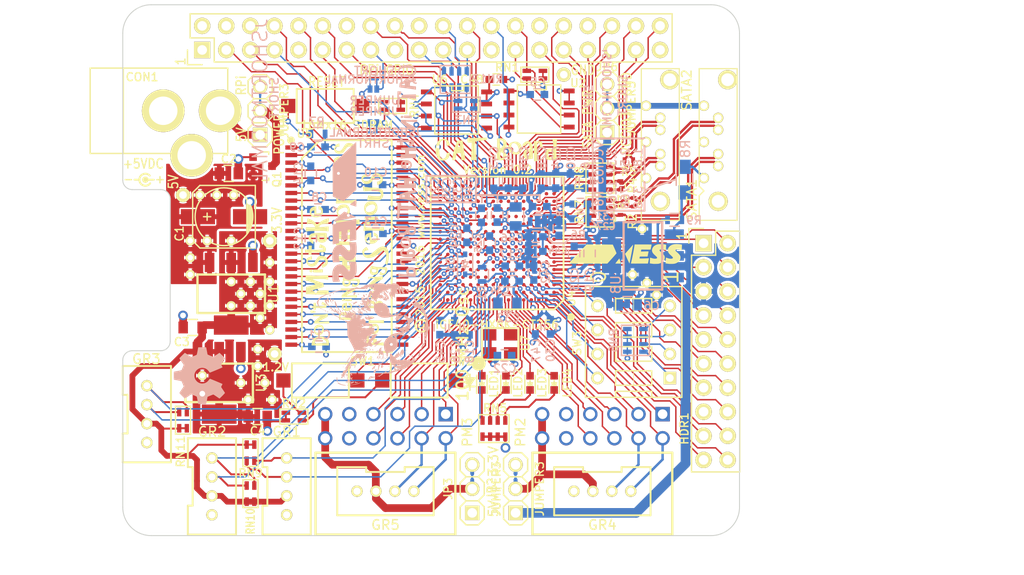
<source format=kicad_pcb>
(kicad_pcb (version 20221018) (generator pcbnew)
  (title_block (title "CAT") (date "2015-09-01") (rev "0.1") (company "XESS Corp.") (comment 1 "(c) 2015") (comment 2 "OSHW") (comment 3 "CC BY 4.0"))
  (layers (0 "F.Cu" signal) (1 "In1.Cu" signal) (2 "In2.Cu" signal) (31 "B.Cu" signal) (34 "B.Paste" user) (35 "F.Paste" user) (36 "B.SilkS" user "B.Silkscreen") (37 "F.SilkS" user "F.Silkscreen") (38 "B.Mask" user) (39 "F.Mask" user) (44 "Edge.Cuts" user))
  (net 0 "")
  (net 1 "Net-(CON1-Pad1)")
  (net 2 "+3.3V")
  (net 3 "+5V")
  (net 4 "GND")
  (net 5 "+5V-RPi")
  (net 6 "+1.2V")
  (net 7 "BCM0_ID_SD")
  (net 8 "BCM1_ID_SC")
  (net 9 "PM2-B2")
  (net 10 "PM2-B1")
  (net 11 "PM3-B2")
  (net 12 "PM3-B1")
  (net 13 "Net-(C32-Pad1)")
  (net 14 "Net-(C32-Pad2)")
  (net 15 "Net-(C33-Pad1)")
  (net 16 "Net-(C33-Pad2)")
  (net 17 "BCM2_SDA")
  (net 18 "BCM3_SCL")
  (net 19 "BCM4_GPCLK0")
  (net 20 "BCM14_TXD")
  (net 21 "BCM15_RXD")
  (net 22 "BCM17")
  (net 23 "BCM18_PCM_C")
  (net 24 "BCM27_PCM_0")
  (net 25 "BCM22")
  (net 26 "BCM23")
  (net 27 "BCM24")
  (net 28 "BCM10_MOSI")
  (net 29 "BCM9_MISO")
  (net 30 "BCM25")
  (net 31 "BCM11_SCLK")
  (net 32 "BCM8_CE0")
  (net 33 "BCM7_CE1")
  (net 34 "BCM5")
  (net 35 "BCM6")
  (net 36 "BCM12")
  (net 37 "BCM13")
  (net 38 "BCM19_MISO")
  (net 39 "BCM16")
  (net 40 "BCM26")
  (net 41 "BCM20_MOSI")
  (net 42 "BCM21_SCLK")
  (net 43 "PM2-B3")
  (net 44 "PM2-A1")
  (net 45 "PM2-A3")
  (net 46 "PM2-B4")
  (net 47 "PM2-A2")
  (net 48 "PM2-A4")
  (net 49 "PM3-B3")
  (net 50 "PM3-A1")
  (net 51 "PM3-A3")
  (net 52 "PM3-B4")
  (net 53 "PM3-A2")
  (net 54 "PM3-A4")
  (net 55 "VCCIO_3")
  (net 56 "Net-(D1-Pad1)")
  (net 57 "SD_DQ0")
  (net 58 "SD_DQ1")
  (net 59 "SD_DQ2")
  (net 60 "SD_DQ3")
  (net 61 "SD_DQ4")
  (net 62 "SD_DQ5")
  (net 63 "SD_DQ6")
  (net 64 "SD_DQ7")
  (net 65 "SD_LDQM")
  (net 66 "~{SD_WE}")
  (net 67 "~{SD_CAS}")
  (net 68 "~{SD_RAS}")
  (net 69 "~{SD_CS}")
  (net 70 "SD_BS0")
  (net 71 "SD_BS1")
  (net 72 "SD_A10")
  (net 73 "SD_A0")
  (net 74 "SD_A1")
  (net 75 "SD_A2")
  (net 76 "SD_A3")
  (net 77 "SD_A4")
  (net 78 "SD_A5")
  (net 79 "SD_A6")
  (net 80 "SD_A7")
  (net 81 "SD_A8")
  (net 82 "SD_A9")
  (net 83 "SD_A11")
  (net 84 "SD_A12")
  (net 85 "SD_CKE")
  (net 86 "SD_CLK")
  (net 87 "SD_UDQM")
  (net 88 "SD_DQ8")
  (net 89 "SD_DQ9")
  (net 90 "SD_DQ10")
  (net 91 "SD_DQ11")
  (net 92 "SD_DQ12")
  (net 93 "SD_DQ13")
  (net 94 "SD_DQ14")
  (net 95 "SD_DQ15")
  (net 96 "LED1")
  (net 97 "LED2")
  (net 98 "LED3")
  (net 99 "LED4")
  (net 100 "Net-(LED1-Pad1)")
  (net 101 "Net-(LED2-Pad1)")
  (net 102 "Net-(LED3-Pad1)")
  (net 103 "Net-(LED4-Pad1)")
  (net 104 "Net-(GR4-Pad3)")
  (net 105 "Net-(GR5-Pad3)")
  (net 106 "GR1-IO2")
  (net 107 "GR1-IO1")
  (net 108 "GR2-IO2")
  (net 109 "GR2-IO1")
  (net 110 "GR3-IO2")
  (net 111 "GR3-IO1")
  (net 112 "Net-(RN2-Pad3)")
  (net 113 "Net-(RN2-Pad4)")
  (net 114 "Net-(RN6-Pad1)")
  (net 115 "Net-(RN6-Pad2)")
  (net 116 "Net-(RN6-Pad3)")
  (net 117 "Net-(RN6-Pad4)")
  (net 118 "HDR1-1")
  (net 119 "HDR1-2")
  (net 120 "HDR1-3")
  (net 121 "HDR1-4")
  (net 122 "HDR1-6")
  (net 123 "HDR1-7")
  (net 124 "HDR1-8")
  (net 125 "HDR1-9")
  (net 126 "HDR1-10")
  (net 127 "HDR1-11")
  (net 128 "HDR1-12")
  (net 129 "HDR1-13")
  (net 130 "HDR1-14")
  (net 131 "HDR1-16")
  (net 132 "HDR1-17")
  (net 133 "HDR1-18")
  (net 134 "HDR1-19")
  (net 135 "HDR1-20")
  (net 136 "SATA1_B+")
  (net 137 "SATA1_B-")
  (net 138 "SATA1_A-")
  (net 139 "SATA1_A+")
  (net 140 "SATA2_B+")
  (net 141 "SATA2_B-")
  (net 142 "SATA2_A-")
  (net 143 "SATA2_A+")
  (net 144 "SW1")
  (net 145 "SW2")
  (net 146 "DIPSW4")
  (net 147 "DIPSW3")
  (net 148 "DIPSW2")
  (net 149 "DIPSW1")
  (net 150 "USER_CLK")
  (net 151 "Net-(R7-Pad2)")
  (net 152 "/SATA1_A_N")
  (net 153 "/SATA1_A_P")
  (net 154 "/SATA1_B_P")
  (net 155 "/SATA1_B_N")
  (net 156 "/SATA2_A_N")
  (net 157 "/SATA2_A_P")
  (net 158 "/SATA2_B_P")
  (net 159 "/SATA2_B_N")
  (net 160 "Net-(JP1-Pad2)")
  (net 161 "Net-(JP4-Pad2)")
  (net 162 "Net-(JP5-Pad2)")
  (net 163 "Net-(JP6-Pad2)")
  (net 164 "Net-(R8-Pad1)")
  (net 165 "Net-(RN12-Pad6)")
  (net 166 "Net-(RN12-Pad5)")
  (net 167 "Net-(RN12-Pad7)")
  (net 168 "Net-(RN12-Pad8)")
  (footprint "RPi_Hat:RPi_Hat_Mounting_Hole" (layer "F.Cu") (at 61.5 4)
    (fp_text reference "" hide)
    (fp_text value "" hide)
  )
  (footprint "RPi_Hat:RPi_Hat_Mounting_Hole" (layer "F.Cu") (at 3.5 4)
    (fp_text reference "" hide)
    (fp_text value "" hide)
  )
  (footprint "RPi_Hat:RPi_Hat_Mounting_Hole" (layer "F.Cu") (at 3.5 53)
    (fp_text reference "" hide)
    (fp_text value "" hide)
  )
  (footprint "RPi_Hat:RPi_Hat_Mounting_Hole" (layer "F.Cu") (at 61.5 53)
    (fp_text reference "" hide)
    (fp_text value "" hide)
  )
  (footprint "XESS:SOT-223" (layer "F.Cu") (at 11.43 30.988 -90)
    (fp_text reference "U1")
    (fp_text value "AZ1117EH-3.3")
  )
  (footprint "XESS:PMOD_SCKT-12" (layer "F.Cu") (at 50.546 44.958 -90)
    (fp_text reference "PM2" hide)
    (fp_text value "PMOD_SCKT-12" hide)
  )
  (footprint "XESS:PMOD_SCKT-12" (layer "F.Cu") (at 27.686 44.958 -90)
    (fp_text reference "PM3" hide)
    (fp_text value "PMOD_SCKT-12" hide)
  )
  (footprint "XESS:HDR_1x3" (layer "F.Cu") (at 41.402 51.562 90)
    (fp_text reference "JP2")
    (fp_text value "JUMPER3")
  )
  (footprint "XESS:HDR_1x3" (layer "F.Cu") (at 36.83 51.562 90)
    (fp_text reference "JP3")
    (fp_text value "JUMPER3")
  )
  (footprint "Connect:BARREL_JACK" (layer "F.Cu") (at 4.064 11.684)
    (fp_text reference "CON1")
    (fp_text value "BARREL_JACK")
  )
  (footprint "RPi_Hat:Pin_Header_Straight_2x20" (layer "F.Cu") (at 32.5 4 90)
    (fp_text reference "GPIO1" hide)
    (fp_text value "RPi_GPIO" hide)
  )
  (footprint "XESS:CTS_742C043" (layer "F.Cu") (at 43.434 7.874 90)
    (fp_text reference "RN1")
    (fp_text value "4.7K" hide)
  )
  (footprint "SMD_Packages:SOIC-8-N" (layer "F.Cu") (at 43.87664 11.49884 -90)
    (fp_text reference "U2")
    (fp_text value "I2C Flash")
  )
  (footprint "XESS:GROVE_MALE" (layer "F.Cu") (at 50.546 51.816 180)
    (fp_text reference "GR4")
    (fp_text value "Grove" hide)
  )
  (footprint "XESS:GROVE_MALE" (layer "F.Cu") (at 27.686 51.816 180)
    (fp_text reference "GR5")
    (fp_text value "Grove" hide)
  )
  (footprint "XESS:SOT-223" (layer "F.Cu") (at 10.16 40.386 -90)
    (fp_text reference "U3")
    (fp_text value "AZ1117EH-1.2")
  )
  (footprint "XESS:Lattice_caBGA_256" (layer "F.Cu") (at 39.45636 25.63622 180)
    (fp_text reference "U4")
    (fp_text value "iCE40-HX8K-CT256")
  )
  (footprint "XESS:HDR_1x3" (layer "F.Cu") (at 14.478 11.684 90)
    (fp_text reference "JP4")
    (fp_text value "JUMPER3")
  )
  (footprint "XESS:TSOPII-54" (layer "F.Cu") (at 23.61438 25.9588)
    (fp_text reference "U5")
    (fp_text value "16Mx16 SDRAM")
  )
  (footprint "XESS:CTS_742C043" (layer "F.Cu") (at 28.448 11.176 -90)
    (fp_text reference "RN4")
    (fp_text value "4.7K" hide)
  )
  (footprint "SMD_Packages:SOIC-8-N" (layer "F.Cu") (at 35.17392 11.60272 -90)
    (fp_text reference "U6")
    (fp_text value "SPI Flash")
  )
  (footprint "XESS:2.5x3.2" (layer "F.Cu") (at 39.7764 36.2712 90)
    (fp_text reference "U7")
    (fp_text value "100 MHz Osc")
  )
  (footprint "LEDs:LED-0603" (layer "F.Cu") (at 37.846 40.386 90)
    (fp_text reference "LED1")
    (fp_text value "LED")
  )
  (footprint "LEDs:LED-0603" (layer "F.Cu") (at 40.386 40.386 90)
    (fp_text reference "LED2")
    (fp_text value "LED")
  )
  (footprint "LEDs:LED-0603" (layer "F.Cu") (at 42.926 40.386 90)
    (fp_text reference "LED3")
    (fp_text value "LED")
  )
  (footprint "LEDs:LED-0603" (layer "F.Cu") (at 45.466 40.386 90)
    (fp_text reference "LED4")
    (fp_text value "LED")
  )
  (footprint "Housings_SOT-23_SOT-143_TSOT-6:SOT-23" (layer "F.Cu") (at 14.732 17.526 -90)
    (fp_text reference "Q1")
    (fp_text value "Q_PMOS_GSD")
  )
  (footprint "XESS:RS-282G05A3-SM_RT" (layer "F.Cu") (at 21.336 11.176)
    (fp_text reference "RESET1" hide)
    (fp_text value "SW_PUSH" hide)
  )
  (footprint "XESS:CTS_742C083" (layer "F.Cu") (at 39.116 45.212 180)
    (fp_text reference "RN5")
    (fp_text value "100" hide)
  )
  (footprint "XESS:RS-282G05A3-SM_RT" (layer "F.Cu") (at 20.828 40.132)
    (fp_text reference "SW1")
    (fp_text value "SW_PUSH" hide)
  )
  (footprint "XESS:RS-282G05A3-SM_RT" (layer "F.Cu") (at 31.242 40.132)
    (fp_text reference "SW2")
    (fp_text value "SW_PUSH" hide)
  )
  (footprint "Resistors_SMD:R_0402" (layer "F.Cu") (at 52.451 23.114 -90)
    (fp_text reference "R2")
    (fp_text value "127")
  )
  (footprint "Resistors_SMD:R_0402" (layer "F.Cu") (at 53.848 21.336 -90)
    (fp_text reference "R3")
    (fp_text value "127")
  )
  (footprint "Resistors_SMD:R_0402" (layer "F.Cu") (at 52.451 19.558 -90)
    (fp_text reference "R4")
    (fp_text value "127")
  )
  (footprint "Resistors_SMD:R_0402" (layer "F.Cu") (at 53.34 16.891)
    (fp_text reference "R5")
    (fp_text value "127")
  )
  (footprint "XESS:CTS_742C083" (layer "F.Cu") (at 50.292 22.352 90)
    (fp_text reference "RN7")
    (fp_text value "200" hide)
  )
  (footprint "XESS:CTS_742C083" (layer "F.Cu") (at 50.292 18.796 90)
    (fp_text reference "RN8")
    (fp_text value "200" hide)
  )
  (footprint "Capacitors_SMD:c_elec_6.3x5.3" (layer "F.Cu") (at 10.668 22.86 180)
    (fp_text reference "C1")
    (fp_text value "100uF")
  )
  (footprint "Capacitors_SMD:C_0805" (layer "F.Cu") (at 11.176 18.288)
    (fp_text reference "C2")
    (fp_text value "10uF")
  )
  (footprint "Capacitors_SMD:C_0805" (layer "F.Cu") (at 7.366 34.544 180)
    (fp_text reference "C3")
    (fp_text value "10uF")
  )
  (footprint "Capacitors_SMD:C_0805" (layer "F.Cu") (at 14.224 43.942)
    (fp_text reference "C4")
    (fp_text value "10uF")
  )
  (footprint "Capacitors_SMD:C_0603" (layer "F.Cu") (at 39.37 8.382)
    (fp_text reference "C48")
    (fp_text value "0.1uF")
  )
  (footprint "Measurement_Points:Measurement_Point_Round-TH_Small" (layer "F.Cu") (at 16.002 37.338)
    (fp_text reference "TP-1.2V1" hide)
    (fp_text value "TPTP-COMPACT")
  )
  (footprint "Measurement_Points:Measurement_Point_Round-TH_Small" (layer "F.Cu") (at 15.494 25.4)
    (fp_text reference "TP-3.3V1" hide)
    (fp_text value "TPTP-COMPACT")
  )
  (footprint "Measurement_Points:Measurement_Point_Round-TH_Small" (layer "F.Cu") (at 6.35 20.574)
    (fp_text reference "TP-5V1" hide)
    (fp_text value "TPTP-COMPACT")
  )
  (footprint "Measurement_Points:Measurement_Point_Round-TH_Small" (layer "F.Cu") (at 46.482 7.874)
    (fp_text reference "TP-GND1" hide)
    (fp_text value "TPTP-COMPACT")
  )
  (footprint "XESS:GROVE_MALE" (layer "F.Cu") (at 17.272 51.308 -90)
    (fp_text reference "GR1")
    (fp_text value "Grove" hide)
  )
  (footprint "XESS:GROVE_MALE" (layer "F.Cu") (at 2.54 43.688 -90)
    (fp_text reference "GR3")
    (fp_text value "Grove" hide)
  )
  (footprint "XESS:HDR_1x3" (layer "F.Cu") (at 51.054 11.43 90)
    (fp_text reference "JP6")
    (fp_text value "JUMPER3")
  )
  (footprint "XESS:CTS_742C043" (layer "F.Cu") (at 18.034 43.942 -90)
    (fp_text reference "RN2")
    (fp_text value "100" hide)
  )
  (footprint "XESS:xess-DS-04" (layer "F.Cu") (at 53.848 36.068 90)
    (fp_text reference "SW3")
    (fp_text value "DIPSW4" hide)
  )
  (footprint "Pin_Headers:Pin_Header_Straight_2x10" (layer "F.Cu") (at 61.214 25.654)
    (fp_text reference "HDR1")
    (fp_text value "CONN_02X10")
  )
  (footprint "XESS:CTS_742C043" (layer "F.Cu") (at 13.462 47.752 180)
    (fp_text reference "RN9")
    (fp_text value "4.7K" hide)
  )
  (footprint "XESS:CTS_742C043" (layer "F.Cu") (at 13.462 52.07)
    (fp_text reference "RN10")
    (fp_text value "4.7K" hide)
  )
  (footprint "XESS:CTS_742C043" (layer "F.Cu") (at 6.35 44.323)
    (fp_text reference "RN11")
    (fp_text value "4.7K" hide)
  )
  (footprint "XESS:GROVE_MALE" (layer "F.Cu") (at 9.398 51.308 -90)
    (fp_text reference "GR2")
    (fp_text value "Grove" hide)
  )
  (footprint "XESS:stitch-1.0" (layer "F.Cu") (at 7.112 27.178)
    (fp_text reference "REF**" hide)
    (fp_text value "stitch-1.0" hide)
  )
  (footprint "XESS:stitch-1.0" (layer "F.Cu") (at 7.112 25.4)
    (fp_text reference "REF**" hide)
    (fp_text value "stitch-1.0" hide)
  )
  (footprint "XESS:stitch-1.0" (layer "F.Cu") (at 8.128 20.574 90)
    (fp_text reference "REF**" hide)
    (fp_text value "stitch-1.0" hide)
  )
  (footprint "XESS:stitch-1.0" (layer "F.Cu") (at 9.906 20.574 90)
    (fp_text reference "REF**" hide)
    (fp_text value "stitch-1.0" hide)
  )
  (footprint "XESS:stitch-1.0" (layer "F.Cu") (at 11.684 20.574)
    (fp_text reference "REF**" hide)
    (fp_text value "stitch-1.0" hide)
  )
  (footprint "XESS:stitch-1.0" (layer "F.Cu") (at 8.89 25.4)
    (fp_text reference "REF**" hide)
    (fp_text value "stitch-1.0" hide)
  )
  (footprint "XESS:stitch-1.0" (layer "F.Cu") (at 8.382 39.624)
    (fp_text reference "REF**" hide)
    (fp_text value "stitch-1.0" hide)
  )
  (footprint "XESS:stitch-1.0" (layer "F.Cu") (at 8.382 41.529)
    (fp_text reference "REF**" hide)
    (fp_text value "stitch-1.0" hide)
  )
  (footprint "XESS:stitch-1.0" (layer "F.Cu") (at 14.224 38.608)
    (fp_text reference "REF**" hide)
    (fp_text value "stitch-1.0" hide)
  )
  (footprint "XESS:stitch-1.0" (layer "F.Cu") (at 12.446 40.386)
    (fp_text reference "REF**" hide)
    (fp_text value "stitch-1.0" hide)
  )
  (footprint "XESS:stitch-1.0" (layer "F.Cu") (at 14.986 40.386)
    (fp_text reference "REF**" hide)
    (fp_text value "stitch-1.0" hide)
  )
  (footprint "XESS:stitch-1.0" (layer "F.Cu") (at 15.748 42.164)
    (fp_text reference "REF**" hide)
    (fp_text value "stitch-1.0" hide)
  )
  (footprint "XESS:stitch-1.0" (layer "F.Cu") (at 13.208 42.164)
    (fp_text reference "REF**" hide)
    (fp_text value "stitch-1.0" hide)
  )
  (footprint "XESS:stitch-1.0" (layer "F.Cu") (at 14.224 36.83)
    (fp_text reference "REF**" hide)
    (fp_text value "stitch-1.0" hide)
  )
  (footprint "XESS:stitch-1.0" (layer "F.Cu") (at 11.43 29.718)
    (fp_text reference "REF**" hide)
    (fp_text value "stitch-1.0" hide)
  )
  (footprint "XESS:stitch-1.0" (layer "F.Cu") (at 11.43 32.258)
    (fp_text reference "REF**" hide)
    (fp_text value "stitch-1.0" hide)
  )
  (footprint "XESS:stitch-1.0" (layer "F.Cu") (at 12.446 30.988)
    (fp_text reference "REF**" hide)
    (fp_text value "stitch-1.0" hide)
  )
  (footprint "XESS:stitch-1.0" (layer "F.Cu") (at 13.462 29.718)
    (fp_text reference "REF**" hide)
    (fp_text value "stitch-1.0" hide)
  )
  (footprint "XESS:stitch-1.0" (layer "F.Cu") (at 13.462 32.258)
    (fp_text reference "REF**" hide)
    (fp_text value "stitch-1.0" hide)
  )
  (footprint "XESS:stitch-1.0" (layer "F.Cu") (at 14.478 30.988)
    (fp_text reference "REF**" hide)
    (fp_text value "stitch-1.0" hide)
  )
  (footprint "XESS:stitch-1.0" (layer "F.Cu") (at 15.494 29.718)
    (fp_text reference "REF**" hide)
    (fp_text value "stitch-1.0" hide)
  )
  (footprint "XESS:stitch-1.0" (layer "F.Cu") (at 15.494 32.258)
    (fp_text reference "REF**" hide)
    (fp_text value "stitch-1.0" hide)
  )
  (footprint "XESS:stitch-1.0" (layer "F.Cu") (at 14.478 33.528)
    (fp_text reference "REF**" hide)
    (fp_text value "stitch-1.0" hide)
  )
  (footprint "XESS:stitch-1.0" (layer "F.Cu") (at 15.494 34.798)
    (fp_text reference "REF**" hide)
    (fp_text value "stitch-1.0" hide)
  )
  (footprint "XESS:stitch-1.0" (layer "F.Cu") (at 15.494 27.686)
    (fp_text reference "REF**" hide)
    (fp_text value "stitch-1.0" hide)
  )
  (footprint "XESS:stitch-1.0" (layer "F.Cu") (at 7.112 28.956)
    (fp_text reference "REF**" hide)
    (fp_text value "stitch-1.0" hide)
  )
  (footprint "XESS:stitch-1.0" (layer "F.Cu") (at 11.43 25.4)
    (fp_text reference "REF**" hide)
    (fp_text value "stitch-1.0" hide)
  )
  (footprint "XESS:stitch-1.0" (layer "F.Cu") (at 54.737 24.13)
    (fp_text reference "REF**" hide)
    (fp_text value "stitch-1.0" hide)
  )
  (footprint "XESS:stitch-1.0" (layer "F.Cu") (at 56.261 31.115)
    (fp_text reference "REF**" hide)
    (fp_text value "stitch-1.0" hide)
  )
  (footprint "XESS:stitch-1.0" (layer "F.Cu") (at 53.721 28.956)
    (fp_text reference "REF**" hide)
    (fp_text value "stitch-1.0" hide)
  )
  (footprint "XESS:stitch-1.0" (layer "F.Cu") (at 55.245 29.845)
    (fp_text reference "REF**" hide)
    (fp_text value "stitch-1.0" hide)
  )
  (footprint "XESS Logos:cat_board" (layer "F.Cu") (at 39.37 15.748)
    (fp_text reference "G***" hide)
    (fp_text value "LOGO" hide)
  )
  (footprint "XESS Logos:xess_logo_12mm" (layer "F.Cu") (at 52.959 26.797)
    (fp_text reference "" hide)
    (fp_text value "" hide)
  )
  (footprint "XESS Logos:humor_slogan" (layer "F.Cu") (at 23.622 25.781 90)
    (fp_text reference "G***" hide)
    (fp_text value "LOGO" hide)
  )
  (footprint "XESS:SATA-MOLEX-67491" (layer "F.Cu") (at 62.75 15.24 -90)
    (fp_text reference "SATA1")
    (fp_text value "SATA_CONN" hide)
  )
  (footprint "XESS:SATA-MOLEX-67491" (layer "F.Cu") (at 56.654 15.24 -90)
    (fp_text reference "SATA2")
    (fp_text value "SATA_CONN" hide)
  )
  (footprint "XESS:xess-JSHORT" (layer "B.Cu") (at 41.39 50.604 90)
    (fp_text reference "SH3" hide)
    (fp_text value "JSHORTNORMAL" hide)
  )
  (footprint "XESS:xess-JSHORT" (layer "B.Cu") (at 36.83 50.614 90)
    (fp_text reference "SH4" hide)
    (fp_text value "JSHORTNORMAL" hide)
  )
  (footprint "XESS Logos:oshw_logo_6mm" (layer "B.Cu") (at 8.06704 39.62908 -90)
    (fp_text reference "" hide)
    (fp_text value "" hide)
  )
  (footprint "Diodes_SMD:SOD-323" (layer "B.Cu") (at 36.08324 27.87904 90)
    (fp_text reference "D1")
    (fp_text value "D")
  )
  (footprint "XESS:CTS_742C043" (layer "B.Cu") (at 36.195 11.049 90)
    (fp_text reference "RN3")
    (fp_text value "4.7K" hide)
  )
  (footprint "Capacitors_SMD:C_0603" (layer "B.Cu") (at 43.688 9.9695 180)
    (fp_text reference "C5")
    (fp_text value "0.1uF")
  )
  (footprint "Capacitors_SMD:C_0603" (layer "B.Cu") (at 20.574 22.098)
    (fp_text reference "C8")
    (fp_text value "0.1uF")
  )
  (footprint "Capacitors_SMD:C_0603" (layer "B.Cu") (at 20.574 15.494)
    (fp_text reference "C9")
    (fp_text value "1.0uF")
  )
  (footprint "Capacitors_SMD:C_0603" (layer "B.Cu") (at 26.63444 19.48434 180)
    (fp_text reference "C10")
    (fp_text value "0.1uF")
  )
  (footprint "Capacitors_SMD:C_0603" (layer "B.Cu") (at 20.68068 36.55314)
    (fp_text reference "C11")
    (fp_text value "1.0uF")
  )
  (footprint "Capacitors_SMD:C_0603" (layer "B.Cu") (at 19.812 25.146 90)
    (fp_text reference "C12")
    (fp_text value "0.1uF")
  )
  (footprint "Capacitors_SMD:C_0603" (layer "B.Cu") (at 26.67 24.638 180)
    (fp_text reference "C13")
    (fp_text value "1.0uF")
  )
  (footprint "Capacitors_SMD:C_0603" (layer "B.Cu") (at 19.812 18.288 -90)
    (fp_text reference "C14")
    (fp_text value "0.1uF")
  )
  (footprint "Capacitors_SMD:C_0603" (layer "B.Cu") (at 48.70196 19.1015 90)
    (fp_text reference "C16")
    (fp_text value "0.1uF")
  )
  (footprint "Capacitors_SMD:C_0603" (layer "B.Cu") (at 41.05656 28.05684)
    (fp_text reference "C17")
    (fp_text value "0.1uF")
  )
  (footprint "Capacitors_SMD:C_0603" (layer "B.Cu") (at 36.52266 34.57194 -90)
    (fp_text reference "C18")
    (fp_text value "0.1uF")
  )
  (footprint "Capacitors_SMD:C_0603" (layer "B.Cu") (at 49.1998 26.7328 90)
    (fp_text reference "C19")
    (fp_text value "0.1uF")
  )
  (footprint "Capacitors_SMD:C_0603" (layer "B.Cu") (at 47.16272 19.1015 90)
    (fp_text reference "C20")
    (fp_text value "1.0uF")
  )
  (footprint "Capacitors_SMD:C_0603" (layer "B.Cu") (at 37.80536 22.71592 -90)
    (fp_text reference "C21")
    (fp_text value "1.0uF")
  )
  (footprint "Capacitors_SMD:C_0603" (layer "B.Cu") (at 40.2336 37.4904)
    (fp_text reference "C22")
    (fp_text value "1.0uF")
  )
  (footprint "Capacitors_SMD:C_0603" (layer "B.Cu") (at 47.5742 26.7328 90)
    (fp_text reference "C23")
    (fp_text value "1.0uF")
  )
  (footprint "Capacitors_SMD:C_0603" (layer "B.Cu") (at 45.63364 19.09756 90)
    (fp_text reference "C24")
    (fp_text value "0.1uF")
  )
  (footprint "Capacitors_SMD:C_0603" (layer "B.Cu") (at 38.66642 25.64708 90)
    (fp_text reference "C25")
    (fp_text value "0.1uF")
  )
  (footprint "Capacitors_SMD:C_0603" (layer "B.Cu") (at 34.96818 34.57264 -90)
    (fp_text reference "C26")
    (fp_text value "0.1uF")
  )
  (footprint "Capacitors_SMD:C_0603" (layer "B.Cu") (at 48.24546 23.0886)
    (fp_text reference "C27")
    (fp_text value "0.1uF")
  )
  (footprint "Capacitors_SMD:C_0603" (layer "B.Cu") (at 44.09186 19.10772 90)
    (fp_text reference "C28")
    (fp_text value "1.0uF")
  )
  (footprint "Capacitors_SMD:C_0603" (layer "B.Cu") (at 36.25342 24.82018 90)
    (fp_text reference "C29")
    (fp_text value "1.0uF")
  )
  (footprint "Capacitors_SMD:C_0603" (layer "B.Cu") (at 45.0596 34.4812 -90)
    (fp_text reference "C30")
    (fp_text value "1.0uF")
  )
  (footprint "Capacitors_SMD:C_0603" (layer "B.Cu") (at 48.2346 21.52396)
    (fp_text reference "C31")
    (fp_text value "1.0uF")
  )
  (footprint "Capacitors_SMD:C_0805" (layer "B.Cu") (at 40.5384 32.004 180)
    (fp_text reference "C32")
    (fp_text value "10uF")
  )
  (footprint "Capacitors_SMD:C_0805" (layer "B.Cu") (at 41.41216 22.83028 -90)
    (fp_text reference "C33")
    (fp_text value "10uF")
  )
  (footprint "Capacitors_SMD:C_0603" (layer "B.Cu") (at 41.02354 29.65704 180)
    (fp_text reference "C34")
    (fp_text value "0.1uF")
  )
  (footprint "Capacitors_SMD:C_0603" (layer "B.Cu") (at 39.45636 22.68474 -90)
    (fp_text reference "C35")
    (fp_text value "0.1uF")
  )
  (footprint "Capacitors_SMD:C_0603" (layer "B.Cu") (at 45.95876 24.08498 -90)
    (fp_text reference "C38")
    (fp_text value "1.0uF")
  )
  (footprint "Capacitors_SMD:C_0603" (layer "B.Cu") (at 42.15892 19.11026 90)
    (fp_text reference "C39")
    (fp_text value "1.0uF")
  )
  (footprint "Capacitors_SMD:C_0603" (layer "B.Cu") (at 43.93946 21.78304 180)
    (fp_text reference "C40")
    (fp_text value "0.1uF")
  )
  (footprint "Capacitors_SMD:C_0603" (layer "B.Cu") (at 40.62984 19.11026 90)
    (fp_text reference "C41")
    (fp_text value "0.1uF")
  )
  (footprint "Capacitors_SMD:C_0603" (layer "B.Cu") (at 43.32224 28.78074 -90)
    (fp_text reference "C42")
    (fp_text value "0.1uF")
  )
  (footprint "Capacitors_SMD:C_0603" (layer "B.Cu") (at 39.09314 19.12042 90)
    (fp_text reference "C43")
    (fp_text value "0.01uF")
  )
  (footprint "Capacitors_SMD:C_0603" (layer "B.Cu") (at 43.51782 26.51252)
    (fp_text reference "C44")
    (fp_text value "0.1uF")
  )
  (footprint "Capacitors_SMD:C_0603" (layer "B.Cu") (at 33.41116 34.5567 -90)
    (fp_text reference "C45")
    (fp_text value "0.1uF")
  )
  (footprint "Capacitors_SMD:C_0603" (layer "B.Cu") (at 43.52728 24.9682)
    (fp_text reference "C46")
    (fp_text value "0.01uF")
  )
  (footprint "Capacitors_SMD:C_0603" (layer "B.Cu") (at 43.4848 34.4812 -90)
    (fp_text reference "C47")
    (fp_text value "0.1uF")
  )
  (footprint "Resistors_SMD:R_0603" (layer "B.Cu") (at 37.86886 28.94076 90)
    (fp_text reference "R1")
    (fp_text value "100")
  )
  (footprint "Resistors_SMD:R_0603" (layer "B.Cu") (at 43.68546 23.37562)
    (fp_text reference "R6")
    (fp_text value "100")
  )
  (footprint "XESS:CTS_742C083" (layer "B.Cu") (at 54.03088 35.90544 -90)
    (fp_text reference "RN6")
    (fp_text value "100" hide)
  )
  (footprint "XESS:xess-JSHORT" (layer "B.Cu") (at 51.054 9.779 -90)
    (fp_text reference "SH2")
    (fp_text value "JSHORTNORMAL")
  )
  (footprint "XESS:xess-JSHORT" (layer "B.Cu") (at 26.67 13.97 180)
    (fp_text reference "SH5" hide)
    (fp_text value "JSHORTNORMAL")
  )
  (footprint "XESS:xess-JSHORT" (layer "B.Cu") (at 26.162 8.382)
    (fp_text reference "SH6" hide)
    (fp_text value "JSHORTNORMAL")
  )
  (footprint "Resistors_SMD:R_0603" (layer "B.Cu") (at 20.574 14.1224 180)
    (fp_text reference "R7")
    (fp_text value "100")
  )
  (footprint "Capacitors_SMD:C_0805" (layer "B.Cu") (at 53.213 32.131)
    (fp_text reference "C6")
    (fp_text value "10uF")
  )
  (footprint "Resistors_SMD:R_0603" (layer "B.Cu") (at 58.166 23.1902)
    (fp_text reference "R9")
    (fp_text value "768")
  )
  (footprint "XESS:SOT-223" (layer "B.Cu") (at 54.81828 26.99004 180)
    (fp_text reference "U8")
    (fp_text value "AZ1117EH-ADJ")
  )
  (footprint "XESS:xess-JSHORT" (layer "B.Cu") (at 14.478 10.668 90)
    (fp_text reference "SH1" hide)
    (fp_text value "JSHORTNORMAL")
  )
  (footprint "XESS:S_JUMPER_2" (layer "B.Cu") (at 26.416 12.954)
    (fp_text reference "JP1" hide)
    (fp_text value "JUMPER")
  )
  (footprint "XESS:S_JUMPER_2" (layer "B.Cu") (at 26.416 9.398 180)
    (fp_text reference "JP5" hide)
    (fp_text value "JUMPER")
  )
  (footprint "XESS Logos:rookie_head_12x12" (layer "B.Cu") (at 26.416 35.179 -90)
    (fp_text reference "G***" hide)
    (fp_text value "LOGO" hide)
  )
  (footprint "XESS Logos:cat_tagline" (layer "B.Cu") (at 29.972 18.034 -90)
    (fp_text reference "G***" hide)
    (fp_text value "LOGO" hide)
  )
  (footprint "XESS Logos:xess_logo_15mm" (layer "B.Cu") (at 23.368 22.352 -90)
    (fp_text reference "" hide)
    (fp_text value "" hide)
  )
  (footprint "Resistors_SMD:R_0805_HandSoldering" (layer "B.Cu") (at 59.2074 18.9484 90)
    (fp_text reference "R8")
    (fp_text value "1260")
  )
  (footprint "XESS:CTS_742C083" (layer "B.Cu") (at 35.052 8.382)
    (fp_text reference "RN12")
    (fp_text value "100" hide)
  )
  (gr_line (start 37.211 18.542) (end 32.004 18.542) (stroke (width 0.2)) (layer "B.SilkS"))
  (gr_line (start 54.991 20.066) (end 58.293 18.923) (stroke (width 0.2)) (layer "B.SilkS"))
  (gr_line (start 37.211 21.336) (end 37.211 20.574) (stroke (width 0.2)) (layer "B.SilkS"))
  (gr_line (start 44.958 24.384) (end 44.45 24.003) (stroke (width 0.2)) (layer "B.SilkS"))
  (gr_line (start 49.911 23.749) (end 49.403 23.241) (stroke (width 0.2)) (layer "B.SilkS"))
  (gr_line (start 32.004 18.542) (end 32.004 21.336) (stroke (width 0.2)) (layer "B.SilkS"))
  (gr_line (start 44.958 25.273) (end 44.958 24.384) (stroke (width 0.2)) (layer "B.SilkS"))
  (gr_line (start 54.991 22.225) (end 54.991 14.605) (stroke (width 0.2)) (layer "B.SilkS"))
  (gr_line (start 45.339 25.654) (end 44.958 25.273) (stroke (width 0.2)) (layer "B.SilkS"))
  (gr_line (start 43.942 20.574) (end 37.211 20.574) (stroke (width 0.2)) (layer "B.SilkS"))
  (gr_line (start 46.609 25.654) (end 45.339 25.654) (stroke (width 0.2)) (layer "B.SilkS"))
  (gr_line (start 39.497 20.701) (end 39.497 21.336) (stroke (width 0.2)) (layer "B.SilkS"))
  (gr_line (start 49.911 22.606) (end 49.276 22.098) (stroke (width 0.2)) (layer "B.SilkS"))
  (gr_line (start 32.004 21.336) (end 37.211 21.336) (stroke (width 0.2)) (layer "B.SilkS"))
  (gr_line (start 37.846 20.574) (end 37.846 21.336) (stroke (width 0.2)) (layer "B.SilkS"))
  (gr_line (start 37.211 20.574) (end 37.211 18.542) (stroke (width 0.2)) (layer "B.SilkS"))
  (gr_line (start 47.117 25.146) (end 46.609 25.654) (stroke (width 0.2)) (layer "B.SilkS"))
  (gr_line (start 49.53 14.605) (end 49.53 22.225) (stroke (width 0.2)) (layer "B.SilkS"))
  (gr_line (start 49.53 22.225) (end 54.991 22.225) (stroke (width 0.2)) (layer "B.SilkS"))
  (gr_line (start 41.402 20.701) (end 41.402 21.209) (stroke (width 0.2)) (layer "B.SilkS"))
  (gr_line (start 43.942 21.082) (end 43.942 20.574) (stroke (width 0.2)) (layer "B.SilkS"))
  (gr_line (start 54.991 14.605) (end 49.53 14.605) (stroke (width 0.2)) (layer "B.SilkS"))
  (gr_line (start 37.084 39.878) (end 36.576 40.64) (stroke (width 0.2)) (layer "F.SilkS"))
  (gr_line (start 36.068 40.767) (end 37.084 40.767) (stroke (width 0.2)) (layer "F.SilkS"))
  (gr_line (start 36.576 41.148) (end 36.576 39.497) (stroke (width 0.2)) (layer "F.SilkS"))
  (gr_line (start 36.068 39.878) (end 37.084 39.878) (stroke (width 0.2)) (layer "F.SilkS"))
  (gr_line (start 36.576 40.64) (end 36.068 39.878) (stroke (width 0.2)) (layer "F.SilkS"))
  (gr_line (start 36.322 40.005) (end 36.83 40.005) (stroke (width 0.2)) (layer "F.SilkS"))
  (gr_line (start 2.38252 18.95856) (end 3.27152 18.95856) (stroke (width 0.2)) (layer "F.SilkS"))
  (gr_line (start 1.74752 18.95856) (end 1.23952 18.95856) (stroke (width 0.2)) (layer "F.SilkS"))
  (gr_line (start 36.322 39.878) (end 36.449 40.259) (stroke (width 0.2)) (layer "F.SilkS"))
  (gr_line (start 36.703 40.259) (end 36.83 40.005) (stroke (width 0.2)) (layer "F.SilkS"))
  (gr_circle (center 31.4706 34.3662) (end 31.9786 33.9852) (stroke (width 0.2)) (fill none) (layer "F.SilkS"))
  (gr_arc (start 2.89052 19.33956) (mid 1.748467 18.993233) (end 2.845945 18.524438) (stroke (width 0.2)) (layer "F.SilkS"))
  (gr_line (start 36.449 40.259) (end 36.703 40.259) (stroke (width 0.2)) (layer "F.SilkS"))
  (gr_circle (center 2.38252 18.95856) (end 2.25552 18.83156) (stroke (width 0.3)) (fill none) (layer "F.SilkS"))
  (gr_arc (start 3 56.5) (mid 0.87868 55.62132) (end 0 53.5) (stroke (width 0.1)) (layer "Edge.Cuts"))
  (gr_arc (start 65 53.5) (mid 64.12132 55.62132) (end 62 56.5) (stroke (width 0.1)) (layer "Edge.Cuts"))
  (gr_arc (start 1 20) (mid 0.292893 19.707107) (end 0 19) (stroke (width 0.1)) (layer "Edge.Cuts"))
  (gr_arc (start 4 20) (mid 4.707107 20.292893) (end 5 21) (stroke (width 0.1)) (layer "Edge.Cuts"))
  (gr_arc (start 5 36) (mid 4.707107 36.707107) (end 4 37) (stroke (width 0.1)) (layer "Edge.Cuts"))
  (gr_arc (start 0 38) (mid 0.292893 37.292893) (end 1 37) (stroke (width 0.1)) (layer "Edge.Cuts"))
  (gr_arc (start 0 3.5) (mid 0.87868 1.37868) (end 3 0.5) (stroke (width 0.1)) (layer "Edge.Cuts"))
  (gr_line (start 3 0.5) (end 62 0.5) (stroke (width 0.1)) (layer "Edge.Cuts"))
  (gr_arc (start 62 0.5) (mid 64.12132 1.37868) (end 65 3.5) (stroke (width 0.1)) (layer "Edge.Cuts"))
  (gr_line (start 0 38) (end 0 53.5) (stroke (width 0.1)) (layer "Edge.Cuts"))
  (gr_line (start 1 20) (end 4 20) (stroke (width 0.1)) (layer "Edge.Cuts"))
  (gr_line (start 65 3.5) (end 65 53.5) (stroke (width 0.1)) (layer "Edge.Cuts"))
  (gr_line (start 3 56.5) (end 62 56.5) (stroke (width 0.1)) (layer "Edge.Cuts"))
  (gr_line (start 5 21) (end 5 36) (stroke (width 0.1)) (layer "Edge.Cuts"))
  (gr_line (start 1 37) (end 4 37) (stroke (width 0.1)) (layer "Edge.Cuts"))
  (gr_line (start 0 3.5) (end 0 19) (stroke (width 0.1)) (layer "Edge.Cuts"))
  (gr_text "SHORT" (at 26.543 7.493) (layer "B.SilkS") (effects (font (size 0.9 0.9)) (justify mirror)))
  (gr_text "SHORT" (at 52.705 10.033 90) (layer "B.SilkS") (effects (font (size 0.9 0.9)) (justify mirror)))
  (gr_text "SHRT" (at 26.416 15.113) (layer "B.SilkS") (effects (font (size 0.9 0.9)) (justify mirror)))
  (gr_text "VCCIO3 R8\n 3.3V 1260\n 2.5V  768\n 1.8V  338" (at 52.2732 14.8336 90) (layer "B.SilkS") (effects (font (size 0.85 0.85)) (justify left mirror)))
  (gr_text "SHORT" (at 15.9639 10.30224 90) (layer "B.SilkS") (effects (font (size 0.9 0.9)) (justify mirror)))
  (gr_text "1" (at 57.785 29.21 90) (layer "F.SilkS") (effects (font (size 1.5 1.5) (thickness 0.2))))
  (gr_text "c 2015-2016 www.xess.com" (at 31.369 25.527 90) (layer "F.SilkS") (effects (font (size 0.85 0.85))))
  (gr_text "SATA PWR" (at 49.022 12.573 90) (layer "F.SilkS") (effects (font (size 1 0.85))))
  (gr_text "PM3" (at 36.322 47.244 90) (layer "F.SilkS") (effects (font (size 1 1)) (justify left)))
  (gr_text "0" (at 50.165 29.21 90) (layer "F.SilkS") (effects (font (size 1.5 1.5) (thickness 0.2))))
  (gr_text "+5VDC" (at 2.159 17.272) (layer "F.SilkS") (effects (font (size 1 0.85))))
  (gr_text "RPi" (at 12.48156 9.00684 90) (layer "F.SilkS") (effects (font (size 1 0.85))))
  (gr_text "1.2V" (at 16.129 38.735) (layer "F.SilkS") (effects (font (size 0.85 0.85))))
  (gr_text "5V | 3.3V" (at 39.0652 50.8 90) (layer "F.SilkS") (effects (font (size 1 1))))
  (gr_text "POWER" (at 16.48206 14.14018 90) (layer "F.SilkS") (effects (font (size 1 0.85))))
  (gr_text "RESET" (at 21.463 8.636) (layer "F.SilkS") (effects (font (size 1 0.85))))
  (gr_text "5V" (at 12.50442 14.20876 90) (layer "F.SilkS") (effects (font (size 1 0.85))))
  (gr_text "RPi GPIO" (at 27.813 7.366) (layer "F.SilkS") (effects (font (size 1 0.85))))
  (gr_text "1" (at 58.928 24.892 90) (layer "F.SilkS") (effects (font (size 1 0.85))))
  (gr_text "GND" (at 53.086 8.89 90) (layer "F.SilkS") (effects (font (size 1 0.85))))
  (gr_text "Version 0.2" (at 39.497 17.907) (layer "F.SilkS") (effects (font (size 0.85 0.85))))
  (gr_text "-" (at 0.57912 18.88998) (layer "F.SilkS") (effects (font (size 0.85 0.85))))
  (gr_text "1" (at 6.096 6.477 90) (layer "F.SilkS") (effects (font (size 1 0.85))))
  (gr_text "3.3V" (at 16.256 23.241 90) (layer "F.SilkS") (effects (font (size 1 0.85))))
  (gr_text "5V" (at 5.334 19.177 90) (layer "F.SilkS") (effects (font (size 1 0.85))))
  (gr_text "VCCIO3" (at 53.086 13.97 90) (layer "F.SilkS") (effects (font (size 1 0.85))))
  (gr_text "GND" (at 48.5013 7.40156) (layer "F.SilkS") (effects (font (size 1 0.85))))
  (gr_text "PM2" (at 41.91 47.244 90) (layer "F.SilkS") (effects (font (size 1 1)) (justify left)))
  (gr_text "+" (at 3.91922 18.8976) (layer "F.SilkS") (effects (font (size 0.85 0.85))))
  (segment (start 10.26414 11.78814) (end 12.7 14.224) (width 0.8128) (layer "F.Cu") (net 1))
  (segment (start 12.7 14.224) (end 14.478 14.224) (width 0.8128) (layer "F.Cu") (net 1))
  (segment (start 10.26414 11.684) (end 10.26414 11.78814) (width 0.8128) (layer "F.Cu") (net 1))
  (segment (start 6.604 37.084) (end 5.08 38.608) (width 0.6096) (layer "F.Cu") (net 2))
  (segment (start 5.08 38.608) (end 2.032 38.608) (width 0.6096) (layer "F.Cu") (net 2))
  (segment (start 2.032 38.608) (end 1.016 39.624) (width 0.6096) (layer "F.Cu") (net 2))
  (segment (start 1.016 39.624) (end 1.016 43.16476) (width 0.6096) (layer "F.Cu") (net 2))
  (segment (start 1.016 43.16476) (end 2.54 44.68876) (width 0.6096) (layer "F.Cu") (net 2))
  (segment (start 8.62 34.29) (end 8.366 34.544) (width 0.8128) (layer "F.Cu") (net 2))
  (segment (start 7.874 36.068) (end 8.366 35.576) (width 0.8128) (layer "F.Cu") (net 2))
  (segment (start 8.366 35.576) (end 8.366 34.544) (width 0.8128) (layer "F.Cu") (net 2))
  (segment (start 6.75 48.094) (end 5.95 48.094) (width 0.6096) (layer "F.Cu") (net 2))
  (segment (start 5.95 48.094) (end 5.9382 48.0822) (width 0.6096) (layer "F.Cu") (net 2))
  (segment (start 5.9382 48.0822) (end 4.6482 48.0822) (width 0.6096) (layer "F.Cu") (net 2))
  (segment (start 4.6482 48.0822) (end 4.064 47.498) (width 0.6096) (layer "F.Cu") (net 2))
  (segment (start 7.4032 48.094) (end 7.8232 48.514) (width 0.6096) (layer "F.Cu") (net 2))
  (segment (start 7.8232 48.514) (end 7.8232 50.73396) (width 0.6096) (layer "F.Cu") (net 2))
  (segment (start 16.66076 52.92) (end 17.272 52.30876) (width 0.6096) (layer "F.Cu") (net 2))
  (segment (start 13.062 46.902) (end 13.0502 46.9138) (width 0.2032) (layer "F.Cu") (net 2))
  (segment (start 13.0502 46.9138) (end 7.9302 46.9138) (width 0.2032) (layer "F.Cu") (net 2))
  (segment (start 7.9302 46.9138) (end 6.75 48.094) (width 0.2032) (layer "F.Cu") (net 2))
  (segment (start 44.284 8.9925) (end 44.2595 9.017) (width 0.2032) (layer "F.Cu") (net 2))
  (segment (start 46.04284 9.59384) (end 46.0375 9.5885) (width 0.2032) (layer "F.Cu") (net 2))
  (segment (start 7.8232 51.5112) (end 8.62076 52.30876) (width 0.6096) (layer "F.Cu") (net 2))
  (segment (start 8.62076 52.30876) (end 9.398 52.30876) (width 0.6096) (layer "F.Cu") (net 2))
  (segment (start 11.01 52.92) (end 10.39876 52.30876) (width 0.6096) (layer "F.Cu") (net 2))
  (segment (start 10.39876 52.30876) (end 9.398 52.30876) (width 0.6096) (layer "F.Cu") (net 2))
  (segment (start 5.95 45.173) (end 5.911 45.212) (width 0.2032) (layer "F.Cu") (net 2))
  (segment (start 5.911 45.212) (end 4.064 45.212) (width 0.2032) (layer "F.Cu") (net 2))
  (segment (start 3.54076 44.68876) (end 2.54 44.68876) (width 0.6096) (layer "F.Cu") (net 2))
  (segment (start 29.298 11.576) (end 29.298 10.776) (width 0.1524) (layer "F.Cu") (net 2))
  (segment (start 18.8836 36.3588) (end 18.8849 36.3601) (width 0.1524) (layer "F.Cu") (net 2))
  (segment (start 35.85636 20.43622) (end 35.811643 20.43622) (width 0.09999) (layer "F.Cu") (net 2))
  (segment (start 34.25636 21.991505) (end 34.656361 21.591504) (width 0.1524) (layer "F.Cu") (net 2))
  (segment (start 38.862 37.64866) (end 38.64084 37.4275) (width 0.1524) (layer "F.Cu") (net 2))
  (segment (start 39.39032 9.69772) (end 39.420799 9.728199) (width 0.1524) (layer "F.Cu") (net 2))
  (segment (start 28.774911 24.361141) (end 28.343859 24.361141) (width 0.1524) (layer "F.Cu") (net 2))
  (segment (start 35.85636 31.63622) (end 35.85636 32.40868) (width 0.1524) (layer "F.Cu") (net 2))
  (segment (start 44.3992 32.8168) (end 44.3992 32.34944) (width 0.1524) (layer "F.Cu") (net 2))
  (segment (start 4.064 47.498) (end 4.064 45.212) (width 0.6096) (layer "F.Cu") (net 2))
  (segment (start 44.284 7.474) (end 44.284 8.274) (width 0.1524) (layer "F.Cu") (net 2))
  (segment (start 38.62 9.42664) (end 38.34892 9.69772) (width 0.1524) (layer "F.Cu") (net 2))
  (segment (start 39.85636 24.43622) (end 40.256359 24.036221) (width 0.1524) (layer "F.Cu") (net 2))
  (segment (start 29.298 10.776) (end 29.298 10.1464) (width 0.1524) (layer "F.Cu") (net 2))
  (segment (start 35.811643 20.43622) (end 35.411644 20.836219) (width 0.1524) (layer "F.Cu") (net 2))
  (segment (start 38.34892 9.69772) (end 38.34892 10.96772) (width 0.2032) (layer "F.Cu") (net 2))
  (segment (start 38.62 8.382) (end 38.62 9.42664) (width 0.2032) (layer "F.Cu") (net 2))
  (segment (start 44.284 8.9925) (end 44.284 8.274) (width 0.2032) (layer "F.Cu") (net 2))
  (segment (start 47.05164 9.59384) (end 47.05164 10.86384) (width 0.1524) (layer "F.Cu") (net 2))
  (segment (start 18.00938 25.9588) (end 18.87474 25.9588) (width 0.1524) (layer "F.Cu") (net 2))
  (segment (start 38.6764 35.3212) (end 38.6764 37.2212) (width 0.4064) (layer "F.Cu") (net 2))
  (segment (start 39.9796 32.3596) (end 39.85636 32.23636) (width 0.1524) (layer "F.Cu") (net 2))
  (segment (start 43.85636 31.8066) (end 43.85636 31.63622) (width 0.1524) (layer "F.Cu") (net 2))
  (segment (start 34.2577 30.03622) (end 34.65576 30.43428) (width 0.1524) (layer "F.Cu") (net 2))
  (segment (start 39.896732 20.43622) (end 40.298782 20.83827) (width 0.1524) (layer "F.Cu") (net 2))
  (segment (start 39.85636 27.680936) (end 39.456359 28.080937) (width 0.1524) (layer "F.Cu") (net 2))
  (segment (start 13.062 52.92) (end 13.862 52.92) (width 0.6096) (layer "F.Cu") (net 2))
  (segment (start 39.85636 20.43622) (end 39.896732 20.43622) (width 0.1524) (layer "F.Cu") (net 2))
  (segment (start 34.25636 26.03622) (end 34.25636 26.080937) (width 0.1524) (layer "F.Cu") (net 2))
  (segment (start 31.623 12.2682) (end 32.004 12.2682) (width 0.1524) (layer "F.Cu") (net 2))
  (segment (start 13.862 52.92) (end 16.66076 52.92) (width 0.6096) (layer "F.Cu") (net 2))
  (segment (start 34.25636 30.03622) (end 34.2577 30.03622) (width 0.1524) (layer "F.Cu") (net 2))
  (segment (start 18.469088 21.96084) (end 18.90014 21.96084) (width 0.1524) (layer "F.Cu") (net 2))
  (segment (start 44.3992 32.34944) (end 43.85636 31.8066) (width 0.1524) (layer "F.Cu") (net 2))
  (segment (start 39.85636 27.63622) (end 39.85636 27.680936) (width 0.2032) (layer "F.Cu") (net 2))
  (segment (start 18.87474 25.9588) (end 18.8849 25.94864) (width 0.1524) (layer "F.Cu") (net 2))
  (segment (start 35.901077 22.03622) (end 36.301076 22.436219) (width 0.1524) (layer "F.Cu") (net 2))
  (segment (start 35.85636 32.40868) (end 35.62604 32.639) (width 0.1524) (layer "F.Cu") (net 2))
  (segment (start 29.217039 24.361141) (end 28.774911 24.361141) (width 0.1524) (layer "F.Cu") (net 2))
  (segment (start 31.5976 12.2428) (end 31.623 12.2682) (width 0.1524) (layer "F.Cu") (net 2))
  (segment (start 39.9796 33.528) (end 39.9796 32.3596) (width 0.1524) (layer "F.Cu") (net 2))
  (segment (start 29.298 10.1464) (end 29.2608 10.1092) (width 0.1524) (layer "F.Cu") (net 2))
  (segment (start 18.452289 17.16059) (end 18.883341 17.16059) (width 0.1524) (layer "F.Cu") (net 2))
  (segment (start 29.21938 19.5588) (end 28.36244 19.5588) (width 0.1524) (layer "F.Cu") (net 2))
  (segment (start 6.75 45.173) (end 5.95 45.173) (width 0.2032) (layer "F.Cu") (net 2))
  (segment (start 43.85636 21.23622) (end 43.456358 20.836218) (width 0.1524) (layer "F.Cu") (net 2))
  (segment (start 4.064 45.212) (end 3.54076 44.68876) (width 0.6096) (layer "F.Cu") (net 2))
  (segment (start 6.75 48.094) (end 7.4032 48.094) (width 0.6096) (layer "F.Cu") (net 2))
  (segment (start 38.25636 26.03622) (end 37.856365 26.436215) (width 0.1524) (layer "F.Cu") (net 2))
  (segment (start 13.062 52.92) (end 11.01 52.92) (width 0.6096) (layer "F.Cu") (net 2))
  (segment (start 35.85636 22.03622) (end 35.901077 22.03622) (width 0.09999) (layer "F.Cu") (net 2))
  (segment (start 34.25636 22.03622) (end 34.25636 21.991505) (width 0.1524) (layer "F.Cu") (net 2))
  (segment (start 38.6764 37.2212) (end 38.6764 38.0668) (width 0.4064) (layer "F.Cu") (net 2))
  (segment (start 38.6764 38.0668) (end 39.0144 38.4048) (width 0.4064) (layer "F.Cu") (net 2))
  (segment (start 29.21938 24.3588) (end 29.217039 24.361141) (width 0.1524) (layer "F.Cu") (net 2))
  (segment (start 43.456358 20.836218) (end 43.456358 20.791517) (width 0.09999) (layer "F.Cu") (net 2))
  (segment (start 28.36244 19.5588) (end 28.3464 19.54276) (width 0.1524) (layer "F.Cu") (net 2))
  (segment (start 40.256359 24.036221) (end 40.301063 24.036221) (width 0.09999) (layer "F.Cu") (net 2))
  (segment (start 18.00938 17.1588) (end 18.01117 17.16059) (width 0.1524) (layer "F.Cu") (net 2))
  (segment (start 18.01117 17.16059) (end 18.452289 17.16059) (width 0.1524) (layer "F.Cu") (net 2))
  (segment (start 47.07424 10.88644) (end 47.05164 10.86384) (width 0.254) (layer "F.Cu") (net 2))
  (segment (start 39.85636 32.23636) (end 39.85636 31.63622) (width 0.1524) (layer "F.Cu") (net 2))
  (segment (start 11.43 27.686) (end 11.43 34.29) (width 0.8128) (layer "F.Cu") (net 2))
  (segment (start 18.00938 15.5588) (end 18.01576 15.55242) (width 0.1524) (layer "F.Cu") (net 2))
  (segment (start 11.43 34.29) (end 8.62 34.29) (width 0.8128) (layer "F.Cu") (net 2))
  (segment (start 47.05164 9.59384) (end 46.04284 9.59384) (width 0.2032) (layer "F.Cu") (net 2))
  (segment (start 18.44877 15.55242) (end 18.879822 15.55242) (width 0.1524) (layer "F.Cu") (net 2))
  (segment (start 34.25636 26.080937) (end 34.656359 26.480936) (width 0.1524) (layer "F.Cu") (net 2))
  (segment (start 18.00938 36.3588) (end 18.8836 36.3588) (width 0.1524) (layer "F.Cu") (net 2))
  (segment (start 47.02664 10.83884) (end 47.05164 10.86384) (width 0.254) (layer "F.Cu") (net 2))
  (segment (start 18.01576 15.55242) (end 18.44877 15.55242) (width 0.1524) (layer "F.Cu") (net 2))
  (segment (start 7.8232 50.73396) (end 7.8232 51.5112) (width 0.6096) (layer "F.Cu") (net 2))
  (segment (start 18.00938 21.9588) (end 18.01142 21.96084) (width 0.1524) (layer "F.Cu") (net 2))
  (segment (start 38.34892 9.69772) (end 39.39032 9.69772) (width 0.1524) (layer "F.Cu") (net 2))
  (segment (start 7.874 37.084) (end 7.874 36.068) (width 0.8128) (layer "F.Cu") (net 2))
  (segment (start 18.01142 21.96084) (end 18.469088 21.96084) (width 0.1524) (layer "F.Cu") (net 2))
  (segment (start 40.0304 33.5788) (end 39.9796 33.528) (width 0.1524) (layer "F.Cu") (net 2))
  (segment (start 37.856365 26.436215) (end 37.856365 26.480918) (width 0.09999) (layer "F.Cu") (net 2))
  (segment (start 13.862 46.902) (end 13.062 46.902) (width 0.2032) (layer "F.Cu") (net 2))
  (segment (start 4.66 48.094) (end 4.6482 48.0822) (width 0.6096) (layer "F.Cu") (net 2))
  (segment (start 30.8864 12.2428) (end 31.5976 12.2428) (width 0.1524) (layer "F.Cu") (net 2))
  (segment (start 7.874 37.084) (end 6.604 37.084) (width 0.6096) (layer "F.Cu") (net 2))
  (via (at 35.62604 32.639) (size 0.6096) (drill 0.3048) (layers "F.Cu" "B.Cu") (net 2))
  (via (at 34.656359 26.480936) (size 0.5) (drill 0.2) (layers "F.Cu" "B.Cu") (net 2))
  (via (at 34.65576 30.43428) (size 0.5) (drill 0.2) (layers "F.Cu" "B.Cu") (net 2))
  (via (at 45.9232 33.7312) (size 0.6096) (drill 0.3048) (layers "F.Cu" "B.Cu") (net 2))
  (via (at 18.8849 25.94864) (size 0.6096) (drill 0.3048) (layers "F.Cu" "B.Cu") (net 2))
  (via (at 18.883341 17.16059) (size 0.6096) (drill 0.3048) (layers "F.Cu" "B.Cu") (net 2))
  (via (at 18.879822 15.55242) (size 0.6096) (drill 0.3048) (layers "F.Cu" "B.Cu") (net 2))
  (via (at 35.411644 20.836219) (size 0.5) (drill 0.2) (layers "F.Cu" "B.Cu") (net 2))
  (via (at 30.8864 12.2428) (size 0.6096) (drill 0.3048) (layers "F.Cu" "B.Cu") (net 2))
  (via (at 46.0375 9.5885) (size 0.6096) (drill 0.3048) (layers "F.Cu" "B.Cu") (net 2))
  (via (at 44.2595 9.017) (size 0.6096) (drill 0.3048) (layers "F.Cu" "B.Cu") (net 2))
  (via (at 43.456358 20.791517) (size 0.5) (drill 0.2) (layers "F.Cu" "B.Cu") (net 2))
  (via (at 29.2608 10.1092) (size 0.6096) (drill 0.3048) (layers "F.Cu" "B.Cu") (net 2))
  (via (at 39.0144 38.4048) (size 0.6096) (drill 0.3048) (layers "F.Cu" "B.Cu") (net 2))
  (via (at 41.8592 20.828) (size 0.5) (drill 0.2) (layers "F.Cu" "B.Cu") (net 2))
  (via (at 34.656361 21.591504) (size 0.5) (drill 0.2) (layers "F.Cu" "B.Cu") (net 2))
  (via (at 44.3992 32.8168) (size 0.6096) (drill 0.3048) (layers "F.Cu" "B.Cu") (net 2))
  (via (at 39.420799 9.728199) (size 0.6096) (drill 0.3048) (layers "F.Cu" "B.Cu") (net 2))
  (via (at 37.856365 26.480918) (size 0.5) (drill 0.2) (layers "F.Cu" "B.Cu") (net 2))
  (via (at 28.3464 19.54276) (size 0.6096) (drill 0.3048) (layers "F.Cu" "B.Cu") (net 2))
  (via (at 36.301076 22.436219) (size 0.5) (drill 0.2) (layers "F.Cu" "B.Cu") (net 2))
  (via (at 18.8849 36.3601) (size 0.6096) (drill 0.3048) (layers "F.Cu" "B.Cu") (net 2))
  (via (at 40.298782 20.83827) (size 0.5) (drill 0.2) (layers "F.Cu" "B.Cu") (net 2))
  (via (at 37.056361 25.680937) (size 0.5) (drill 0.2) (layers "F.Cu" "B.Cu") (net 2))
  (via (at 28.343859 24.361141) (size 0.6096) (drill 0.3048) (layers "F.Cu" "B.Cu") (net 2))
  (via (at 40.0304 33.5788) (size 0.6096) (drill 0.3048) (layers "F.Cu" "B.Cu") (net 2))
  (via (at 39.456359 28.080937) (size 0.5) (drill 0.2) (layers "F.Cu" "B.Cu") (net 2))
  (via (at 40.301063 24.036221) (size 0.5) (drill 0.2) (layers "F.Cu" "B.Cu") (net 2))
  (via (at 18.90014 21.96084) (size 0.6096) (drill 0.3048) (layers "F.Cu" "B.Cu") (net 2))
  (segment (start 44.438 9.1955) (end 44.2595 9.017) (width 0.2032) (layer "B.Cu") (net 2))
  (segment (start 37.940203 26.39708) (end 37.856365 26.480918) (width 0.2032) (layer "B.Cu") (net 2))
  (segment (start 34.96818 33.29686) (end 35.62604 32.639) (width 0.2032) (layer "B.Cu") (net 2))
  (segment (start 44.09186 19.85772) (end 45.62348 19.85772) (width 0.4064) (layer "B.Cu") (net 2))
  (segment (start 41.402 49.022) (end 41.402 49.957) (width 0.4064) (layer "B.Cu") (net 2))
  (segment (start 18.92808 21.98878) (end 18.90014 21.96084) (width 0.1524) (layer "B.Cu") (net 2))
  (segment (start 34.96818 33.82264) (end 34.96818 33.29686) (width 0.2032) (layer "B.Cu") (net 2))
  (segment (start 39.480456 28.05684) (end 39.456359 28.080937) (width 0.2032) (layer "B.Cu") (net 2))
  (segment (start 28.354018 24.3713) (end 28.343859 24.361141) (width 0.1524) (layer "B.Cu") (net 2))
  (segment (start 27.42 24.638) (end 28.067 24.638) (width 0.1524) (layer "B.Cu") (net 2))
  (segment (start 19.824 15.494) (end 18.938242 15.494) (width 0.1524) (layer "B.Cu") (net 2))
  (segment (start 19.812 21.832) (end 19.65522 21.98878) (width 0.1524) (layer "B.Cu") (net 2))
  (segment (start 45.63364 19.84756) (end 47.15878 19.84756) (width 0.4064) (layer "B.Cu") (net 2))
  (segment (start 35.83432 27.0637) (end 35.239123 27.0637) (width 0.2032) (layer "B.Cu") (net 2))
  (segment (start 44.438 9.9695) (end 44.438 9.1955) (width 0.2032) (layer "B.Cu") (net 2))
  (segment (start 37.335061 22.436219) (end 36.301076 22.436219) (width 0.2032) (layer "B.Cu") (net 2))
  (segment (start 36.52266 33.53562) (end 35.62604 32.639) (width 0.2032) (layer "B.Cu") (net 2))
  (segment (start 19.65522 21.98878) (end 18.92808 21.98878) (width 0.1524) (layer "B.Cu") (net 2))
  (segment (start 43.4848 33.7312) (end 44.3992 32.8168) (width 0.4064) (layer "B.Cu") (net 2))
  (segment (start 28.28798 19.48434) (end 28.3464 19.54276) (width 0.1524) (layer "B.Cu") (net 2))
  (segment (start 40.30656 28.05684) (end 39.480456 28.05684) (width 0.2032) (layer "B.Cu") (net 2))
  (segment (start 28.067 24.638) (end 28.343859 24.361141) (width 0.1524) (layer "B.Cu") (net 2))
  (segment (start 38.66642 26.39708) (end 37.940203 26.39708) (width 0.2032) (layer "B.Cu") (net 2))
  (segment (start 19.93068 36.55314) (end 19.07794 36.55314) (width 0.1524) (layer "B.Cu") (net 2))
  (segment (start 44.09186 20.156015) (end 43.456358 20.791517) (width 0.4064) (layer "B.Cu") (net 2))
  (segment (start 18.938242 15.494) (end 18.879822 15.55242) (width 0.1524) (layer "B.Cu") (net 2))
  (segment (start 36.945604 25.57018) (end 37.056361 25.680937) (width 0.2032) (layer "B.Cu") (net 2))
  (segment (start 27.38444 19.48434) (end 28.28798 19.48434) (width 0.1524) (layer "B.Cu") (net 2))
  (segment (start 41.9862 20.701) (end 41.8592 20.828) (width 0.4064) (layer "B.Cu") (net 2))
  (segment (start 28.41752 24.3713) (end 28.354018 24.3713) (width 0.1524) (layer "B.Cu") (net 2))
  (segment (start 35.239123 27.0637) (end 34.656359 26.480936) (width 0.2032) (layer "B.Cu") (net 2))
  (segment (start 19.812 17.538) (end 19.260751 17.538) (width 0.1524) (layer "B.Cu") (net 2))
  (segment (start 40.61968 19.87042) (end 40.62984 19.86026) (width 0.4064) (layer "B.Cu") (net 2))
  (segment (start 19.260751 17.538) (end 18.883341 17.16059) (width 0.1524) (layer "B.Cu") (net 2))
  (segment (start 42.09034 19.86026) (end 41.9862 19.9644) (width 0.4064) (layer "B.Cu") (net 2))
  (segment (start 37.045 10.649) (end 38.499998 10.649) (width 0.2032) (layer "B.Cu") (net 2))
  (segment (start 39.53267 20.83827) (end 40.298782 20.83827) (width 0.4064) (layer "B.Cu") (net 2))
  (segment (start 36.08324 26.82404) (end 36.07398 26.82404) (width 0.2032) (layer "B.Cu") (net 2))
  (segment (start 36.25342 25.57018) (end 36.945604 25.57018) (width 0.2032) (layer "B.Cu") (net 2))
  (segment (start 41.402 49.957) (end 41.39 49.969) (width 0.4064) (layer "B.Cu") (net 2))
  (segment (start 41.9862 19.9644) (end 41.9862 20.701) (width 0.4064) (layer "B.Cu") (net 2))
  (segment (start 47.16272 19.8515) (end 48.70196 19.8515) (width 0.4064) (layer "B.Cu") (net 2))
  (segment (start 37.045 11.449) (end 37.045 10.649) (width 0.2032) (layer "B.Cu") (net 2))
  (segment (start 36.07398 26.82404) (end 35.83432 27.0637) (width 0.2032) (layer "B.Cu") (net 2))
  (segment (start 42.15892 19.86026) (end 42.09034 19.86026) (width 0.4064) (layer "B.Cu") (net 2))
  (segment (start 45.0596 33.4772) (end 44.3992 32.8168) (width 0.4064) (layer "B.Cu") (net 2))
  (segment (start 39.09314 19.87042) (end 40.61968 19.87042) (width 0.4064) (layer "B.Cu") (net 2))
  (segment (start 45.0596 33.7312) (end 45.9232 33.7312) (width 0.4064) (layer "B.Cu") (net 2))
  (segment (start 39.4836 37.4904) (end 39.4836 37.9356) (width 0.4064) (layer "B.Cu") (net 2))
  (segment (start 38.499998 10.649) (end 39.420799 9.728199) (width 0.2032) (layer "B.Cu") (net 2))
  (segment (start 40.62984 19.86026) (end 42.15892 19.86026) (width 0.4064) (layer "B.Cu") (net 2))
  (segment (start 36.83 49.979) (end 36.83 49.022) (width 0.4064) (layer "B.Cu") (net 2))
  (segment (start 19.07794 36.55314) (end 18.8849 36.3601) (width 0.1524) (layer "B.Cu") (net 2))
  (segment (start 39.09314 19.87042) (end 39.09314 20.39874) (width 0.4064) (layer "B.Cu") (net 2))
  (segment (start 39.09314 20.39874) (end 39.53267 20.83827) (width 0.4064) (layer "B.Cu") (net 2))
  (segment (start 47.15878 19.84756) (end 47.16272 19.8515) (width 0.4064) (layer "B.Cu") (net 2))
  (segment (start 39.4836 37.9356) (end 39.0144 38.4048) (width 0.4064) (layer "B.Cu") (net 2))
  (segment (start 18.93754 25.896) (end 18.8849 25.94864) (width 0.1524) (layer "B.Cu") (net 2))
  (segment (start 44.09186 19.85772) (end 44.09186 20.156015) (width 0.4064) (layer "B.Cu") (net 2))
  (segment (start 45.0596 33.7312) (end 45.0596 33.4772) (width 0.4064) (layer "B.Cu") (net 2))
  (segment (start 36.52266 33.82194) (end 36.52266 33.53562) (width 0.2032) (layer "B.Cu") (net 2))
  (segment (start 37.80536 21.96592) (end 37.335061 22.436219) (width 0.2032) (layer "B.Cu") (net 2))
  (segment (start 19.812 25.896) (end 18.93754 25.896) (width 0.1524) (layer "B.Cu") (net 2))
  (segment (start 45.62348 19.85772) (end 45.63364 19.84756) (width 0.4064) (layer "B.Cu") (net 2))
  (segment (start 59.309 48.895) (end 54.102 54.102) (width 1.016) (layer "B.Cu") (net 3))
  (segment (start 54.102 54.102) (end 41.402 54.102) (width 1.016) (layer "B.Cu") (net 3))
  (segment (start 59.309 31.496) (end 59.309 48.895) (width 1.016) (layer "B.Cu") (net 3))
  (segment (start 58.12028 30.30728) (end 59.309 31.496) (width 1.016) (layer "B.Cu") (net 3))
  (segment (start 58.12028 29.27604) (end 58.12028 30.30728) (width 1.016) (layer "B.Cu") (net 3))
  (segment (start 15.224 45.45) (end 15.24 45.466) (width 0.8128) (layer "F.Cu") (net 4))
  (segment (start 17.184 44.342) (end 17.076 44.45) (width 0.2032) (layer "F.Cu") (net 4))
  (segment (start 17.076 44.45) (end 15.732 44.45) (width 0.2032) (layer "F.Cu") (net 4))
  (segment (start 15.732 44.45) (end 15.224 43.942) (width 0.2032) (layer "F.Cu") (net 4))
  (segment (start 41.91 9.906) (end 41.59784 9.59384) (width 0.2032) (layer "F.Cu") (net 4))
  (segment (start 41.59784 9.59384) (end 40.70164 9.59384) (width 0.2032) (layer "F.Cu") (net 4))
  (segment (start 40.70164 14.16236) (end 40.64 14.224) (width 0.1524) (layer "F.Cu") (net 4))
  (segment (start 29.21938 25.9588) (end 29.244782 25.933398) (width 0.1524) (layer "F.Cu") (net 4))
  (segment (start 40.316 46.062) (end 40.316 47.2248) (width 0.254) (layer "F.Cu") (net 4))
  (segment (start 40.65636 25.23622) (end 40.692698 25.23622) (width 0.1016) (layer "F.Cu") (net 4))
  (segment (start 39.85636 26.83622) (end 39.85636 26.880936) (width 0.09999) (layer "F.Cu") (net 4))
  (segment (start 39.85636 26.880936) (end 40.25636 27.280936) (width 0.1524) (layer "F.Cu") (net 4))
  (segment (start 15.224 43.942) (end 15.224 45.45) (width 0.8128) (layer "F.Cu") (net 4))
  (segment (start 43.05636 32.28676) (end 43.05636 31.63622) (width 0.1524) (layer "F.Cu") (net 4))
  (segment (start 39.0588 26.03622) (end 39.4589 26.43632) (width 0.1524) (layer "F.Cu") (net 4))
  (segment (start 29.21938 15.5588) (end 29.160349 15.617831) (width 0.1524) (layer "F.Cu") (net 4))
  (segment (start 13.716 27.686) (end 13.716 25.908) (width 0.8128) (layer "F.Cu") (net 4))
  (segment (start 41.010743 24.790603) (end 41.055542 24.790603) (width 0.2032) (layer "F.Cu") (net 4))
  (segment (start 40.701076 20.43622) (end 41.101076 20.83622) (width 0.1524) (layer "F.Cu") (net 4))
  (segment (start 39.05636 26.880936) (end 39.456361 27.280937) (width 0.1524) (layer "F.Cu") (net 4))
  (segment (start 18.00938 24.3588) (end 18.87494 24.3588) (width 0.1524) (layer "F.Cu") (net 4))
  (segment (start 43.05636 19.00256) (end 43.053 18.9992) (width 0.1524) (layer "F.Cu") (net 4))
  (segment (start 41.056364 27.236224) (end 41.056364 27.280925) (width 0.2032) (layer "F.Cu") (net 4))
  (segment (start 43.2308 32.4612) (end 43.05636 32.28676) (width 0.1524) (layer "F.Cu") (net 4))
  (segment (start 12.38 16.576) (end 12.192 16.764) (width 0.2032) (layer "F.Cu") (net 4))
  (segment (start 18.87494 24.3588) (end 18.88236 24.36622) (width 0.1524) (layer "F.Cu") (net 4))
  (segment (start 39.05636 26.83622) (end 39.07678 26.83622) (width 0.1016) (layer "F.Cu") (net 4))
  (segment (start 34.211599 23.63622) (end 33.856716 23.281337) (width 0.1524) (layer "F.Cu") (net 4))
  (segment (start 40.65636 24.43622) (end 40.692698 24.43622) (width 0.1016) (layer "F.Cu") (net 4))
  (segment (start 28.33494 36.3588) (end 28.3083 36.33216) (width 0.1524) (layer "F.Cu") (net 4))
  (segment (start 39.05636 26.03622) (end 39.05636 26.03368) (width 0.1016) (layer "F.Cu") (net 4))
  (segment (start 39.05636 25.23622) (end 39.06896 25.23622) (width 0.1016) (layer "F.Cu") (net 4))
  (segment (start 40.12 8.382) (end 41.046398 8.382) (width 0.1524) (layer "F.Cu") (net 4))
  (segment (start 40.041359 25.423659) (end 40.26154 25.64384) (width 0.1524) (layer "F.Cu") (net 4))
  (segment (start 29.21938 17.1588) (end 28.35512 17.1588) (width 0.1524) (layer "F.Cu") (net 4))
  (segment (start 40.65636 26.03622) (end 41.056365 26.436225) (width 0.1524) (layer "F.Cu") (net 4))
  (segment (start 39.85636 25.23622) (end 40.041359 25.421219) (width 0.1524) (layer "F.Cu") (net 4))
  (segment (start 18.87394 19.5588) (end 18.88744 19.5453) (width 0.1524) (layer "F.Cu") (net 4))
  (segment (start 40.70164 13.40384) (end 40.70164 14.16236) (width 0.1524) (layer "F.Cu") (net 4))
  (segment (start 36.80714 32.53994) (end 36.65636 32.38916) (width 0.1524) (layer "F.Cu") (net 4))
  (segment (start 40.316 47.2248) (end 40.3352 47.244) (width 0.254) (layer "F.Cu") (net 4))
  (segment (start 12.176 18.288) (end 12.176 16.78) (width 0.8128) (layer "F.Cu") (net 4))
  (segment (start 44.65636 24.480935) (end 45.056352 24.880927) (width 0.1524) (layer "F.Cu") (net 4))
  (segment (start 28.35512 17.1588) (end 28.3464 17.15008) (width 0.1524) (layer "F.Cu") (net 4))
  (segment (start 29.21938 36.3588) (end 28.33494 36.3588) (width 0.1524) (layer "F.Cu") (net 4))
  (segment (start 29.244782 25.933398) (end 30.201348 25.933398) (width 0.1524) (layer "F.Cu") (net 4))
  (segment (start 39.86652 26.03622) (end 40.26662 26.43632) (width 0.1524) (layer "F.Cu") (net 4))
  (segment (start 39.85636 25.23622) (end 39.86906 25.23622) (width 0.1016) (layer "F.Cu") (net 4))
  (segment (start 45.070467 24.866812) (end 45.056352 24.880927) (width 0.09999) (layer "F.Cu") (net 4))
  (segment (start 12.446 37.084) (end 12.446 38.862) (width 0.8128) (layer "F.Cu") (net 4))
  (segment (start 36.65636 32.38916) (end 36.65636 31.63622) (width 0.1524) (layer "F.Cu") (net 4))
  (segment (start 45.070467 24.865647) (end 45.070467 24.866812) (width 0.09999) (layer "F.Cu") (net 4))
  (segment (start 39.516 46.062) (end 40.316 46.062) (width 0.254) (layer "F.Cu") (net 4))
  (segment (start 36.65636 19.09664) (end 36.65636 19.63622) (width 0.1524) (layer "F.Cu") (net 4))
  (segment (start 28.34082 21.9588) (end 28.33878 21.96084) (width 0.1524) (layer "F.Cu") (net 4))
  (segment (start 40.041359 25.421219) (end 40.043999 25.421219) (width 0.09999) (layer "F.Cu") (net 4))
  (segment (start 39.85636 26.83622) (end 39.85636 26.82108) (width 0.1016) (layer "F.Cu") (net 4))
  (segment (start 34.25636 23.63622) (end 34.211599 23.63622) (width 0.09999) (layer "F.Cu") (net 4))
  (segment (start 30.9372 13.1572) (end 31.1658 13.3858) (width 0.1524) (layer "F.Cu") (net 4))
  (segment (start 40.65636 25.23622) (end 40.701078 25.23622) (width 0.1) (layer "F.Cu") (net 4))
  (segment (start 40.65636 26.03622) (end 40.692699 26.03622) (width 0.1016) (layer "F.Cu") (net 4))
  (segment (start 44.65636 24.43622) (end 44.65636 24.480935) (width 0.1524) (layer "F.Cu") (net 4))
  (segment (start 40.70164 9.59384) (end 40.70164 10.86384) (width 0.2032) (layer "F.Cu") (net 4))
  (segment (start 39.85636 26.03622) (end 39.86154 26.03622) (width 0.1016) (layer "F.Cu") (net 4))
  (segment (start 6.35 33.274) (end 6.366 33.29) (width 0.8128) (layer "F.Cu") (net 4))
  (segment (start 34.25636 28.480936) (end 33.85636 28.880936) (width 0.1524) (layer "F.Cu") (net 4))
  (segment (start 38.716 46.062) (end 39.516 46.062) (width 0.254) (layer "F.Cu") (net 4))
  (segment (start 36.83 18.923) (end 36.65636 19.09664) (width 0.1524) (layer "F.Cu") (net 4))
  (segment (start 13.41882 21.31822) (end 13.3858 21.2852) (width 0.8128) (layer "F.Cu") (net 4))
  (segment (start 30.201348 25.933398) (end 30.6324 25.933398) (width 0.1524) (layer "F.Cu") (net 4))
  (segment (start 28.762212 15.617831) (end 28.33116 15.617831) (width 0.1524) (layer "F.Cu") (net 4))
  (segment (start 40.70164 10.86384) (end 40.70164 12.13384) (width 0.2032) (layer "F.Cu") (net 4))
  (segment (start 39.05636 26.03622) (end 39.0588 26.03622) (width 0.09999) (layer "F.Cu") (net 4))
  (segment (start 39.05636 25.23622) (end 39.45382 25.63368) (width 0.1524) (layer "F.Cu") (net 4))
  (segment (start 12.176 16.78) (end 12.192 16.764) (width 0.8128) (layer "F.Cu") (net 4))
  (segment (start 13.73124 16.576) (end 12.38 16.576) (width 0.2032) (layer "F.Cu") (net 4))
  (segment (start 40.041359 25.421219) (end 40.041359 25.423659) (width 0.1524) (layer "F.Cu") (net 4))
  (segment (start 40.8764 37.2212) (end 40.8764 37.8792) (width 0.4064) (layer "F.Cu") (net 4))
  (segment (start 29.21938 21.9588) (end 28.34082 21.9588) (width 0.2032) (layer "F.Cu") (net 4))
  (segment (start 40.65636 26.83622) (end 41.056364 27.236224) (width 0.1524) (layer "F.Cu") (net 4))
  (segment (start 41.056365 26.436225) (end 41.10106 26.436225) (width 0.2032) (layer "F.Cu") (net 4))
  (segment (start 40.8764 37.8792) (end 41.402 38.4048) (width 0.4064) (layer "F.Cu") (net 4))
  (segment (start 39.05636 26.83622) (end 39.05636 26.880936) (width 0.09999) (layer "F.Cu") (net 4))
  (segment (start 40.65636 24.43622) (end 41.010743 24.790603) (width 0.1524) (layer "F.Cu") (net 4))
  (segment (start 43.05636 19.63622) (end 43.05636 19.00256) (width 0.1524) (layer "F.Cu") (net 4))
  (segment (start 31.1658 13.3858) (end 31.9024 13.3858) (width 0.1524) (layer "F.Cu") (net 4))
  (segment (start 40.70164 12.13384) (end 40.70164 13.40384) (width 0.2032) (layer "F.Cu") (net 4))
  (segment (start 41.056359 25.636219) (end 41.101062 25.636219) (width 0.2032) (layer "F.Cu") (net 4))
  (segment (start 39.85636 26.03622) (end 39.86652 26.03622) (width 0.09999) (layer "F.Cu") (net 4))
  (segment (start 34.25636 28.43622) (end 34.25636 28.480936) (width 0.1524) (layer "F.Cu") (net 4))
  (segment (start 18.00938 19.5588) (end 18.87394 19.5588) (width 0.1524) (layer "F.Cu") (net 4))
  (segment (start 6.366 33.29) (end 6.366 34.544) (width 0.8128) (layer "F.Cu") (net 4))
  (segment (start 40.65636 20.43622) (end 40.701076 20.43622) (width 0.1524) (layer "F.Cu") (net 4))
  (segment (start 17.184 43.542) (end 17.184 44.342) (width 0.2032) (layer "F.Cu") (net 4))
  (segment (start 37.916 46.062) (end 38.716 46.062) (width 0.254) (layer "F.Cu") (net 4))
  (segment (start 40.65636 25.23622) (end 41.056359 25.636219) (width 0.1524) (layer "F.Cu") (net 4))
  (segment (start 29.160349 15.617831) (end 28.762212 15.617831) (width 0.1524) (layer "F.Cu") (net 4))
  (segment (start 13.41882 22.86) (end 13.41882 21.31822) (width 0.8128) (layer "F.Cu") (net 4))
  (via (at 39.456361 27.280937) (size 0.5) (drill 0.2) (layers "F.Cu" "B.Cu") (net 4))
  (via (at 35.8648 36.7284) (size 0.6096) (drill 0.3048) (layers "F.Cu" "B.Cu") (net 4))
  (via (at 28.33116 15.617831) (size 0.6096) (drill 0.3048) (layers "F.Cu" "B.Cu") (net 4))
  (via (at 33.856716 23.281337) (size 0.5) (drill 0.2) (layers "F.Cu" "B.Cu") (net 4))
  (via (at 41.91 9.906) (size 0.6096) (drill 0.3048) (layers "F.Cu" "B.Cu") (net 4))
  (via (at 41.066364 27.260925) (size 0.5) (drill 0.2) (layers "F.Cu" "B.Cu") (net 4))
  (via (at 15.24 45.466) (size 1.016) (drill 0.6096) (layers "F.Cu" "B.Cu") (net 4))
  (via (at 49.5808 24.2824) (size 0.6096) (drill 0.3048) (layers "F.Cu" "B.Cu") (net 4))
  (via (at 42.65422 28.83154) (size 0.5) (drill 0.2) (layers "F.Cu" "B.Cu") (net 4))
  (via (at 39.4589 26.43632) (size 0.5) (drill 0.2) (layers "F.Cu" "B.Cu") (net 4))
  (via (at 48.8188 24.2824) (size 0.6096) (drill 0.3048) (layers "F.Cu" "B.Cu") (net 4))
  (via (at 21.42236 37.40658) (size 0.6096) (drill 0.3048) (layers "F.Cu" "B.Cu") (net 4))
  (via (at 36.5252 36.2204) (size 0.6096) (drill 0.3048) (layers "F.Cu" "B.Cu") (net 4))
  (via (at 43.053 18.1356) (size 0.6096) (drill 0.3048) (layers "F.Cu" "B.Cu") (net 4))
  (via (at 24.99614 19.49704) (size 0.6096) (drill 0.3048) (layers "F.Cu" "B.Cu") (net 4))
  (via (at 40.26636 27.260936) (size 0.5) (drill 0.2) (layers "F.Cu" "B.Cu") (net 4))
  (via (at 18.88236 24.36622) (size 0.6096) (drill 0.3048) (layers "F.Cu" "B.Cu") (net 4))
  (via (at 42.672 22.4282) (size 0.5) (drill 0.2) (layers "F.Cu" "B.Cu") (net 4))
  (via (at 30.6324 25.933398) (size 0.6096) (drill 0.3048) (layers "F.Cu" "B.Cu") (net 4))
  (via (at 40.26662 26.43632) (size 0.5) (drill 0.2) (layers "F.Cu" "B.Cu") (net 4))
  (via (at 28.3464 17.15008) (size 0.6096) (drill 0.3048) (layers "F.Cu" "B.Cu") (net 4))
  (via (at 53.1876 37.7952) (size 0.6096) (drill 0.3048) (layers "F.Cu" "B.Cu") (net 4))
  (via (at 28.33878 21.96084) (size 0.6096) (drill 0.3048) (layers "F.Cu" "B.Cu") (net 4))
  (via (at 39.45382 25.63368) (size 0.5) (drill 0.2) (layers "F.Cu" "B.Cu") (net 4))
  (via (at 43.053 18.9992) (size 0.6096) (drill 0.3048) (layers "F.Cu" "B.Cu") (net 4))
  (via (at 41.10106 26.436225) (size 0.5) (drill 0.2) (layers "F.Cu" "B.Cu") (net 4))
  (via (at 40.26154 25.63384) (size 0.5) (drill 0.2) (layers "F.Cu" "B.Cu") (net 4))
  (via (at 46.1264 17.4752) (size 0.6096) (drill 0.3048) (layers "F.Cu" "B.Cu") (net 4))
  (via (at 6.35 33.274) (size 1.016) (drill 0.6096) (layers "F.Cu" "B.Cu") (net 4))
  (via (at 47.1678 17.4752) (size 0.6096) (drill 0.3048) (layers "F.Cu" "B.Cu") (net 4))
  (via (at 41.101076 20.83622) (size 0.5) (drill 0.2) (layers "F.Cu" "B.Cu") (net 4))
  (via (at 43.18 36.1188) (size 0.6096) (drill 0.3048) (layers "F.Cu" "B.Cu") (net 4))
  (via (at 18.88744 19.5453) (size 0.6096) (drill 0.3048) (layers "F.Cu" "B.Cu") (net 4))
  (via (at 30.9372 13.1572) (size 0.6096) (drill 0.3048) (layers "F.Cu" "B.Cu") (net 4))
  (via (at 41.055542 24.790603) (size 0.5) (drill 0.2) (layers "F.Cu" "B.Cu") (net 4))
  (via (at 45.8724 34.6456) (size 0.6096) (drill 0.3048) (layers "F.Cu" "B.Cu") (net 4))
  (via (at 13.3858 21.2852) (size 1.016) (drill 0.6096) (layers "F.Cu" "B.Cu") (net 4))
  (via (at 39.6748 17.4752) (size 0.6096) (drill 0.3048) (layers "F.Cu" "B.Cu") (net 4))
  (via (at 43.2308 32.4612) (size 0.6096) (drill 0.3048) (layers "F.Cu" "B.Cu") (net 4))
  (via (at 40.3352 47.244) (size 1.016) (drill 0.6096) (layers "F.Cu" "B.Cu") (net 4))
  (via (at 41.402 38.4048) (size 0.6096) (drill 0.3048) (layers "F.Cu" "B.Cu") (net 4))
  (via (at 37.05636 24.880936) (size 0.5) (drill 0.2) (layers "F.Cu" "B.Cu") (net 4))
  (via (at 13.716 25.908) (size 1.016) (drill 0.6096) (layers "F.Cu" "B.Cu") (net 4))
  (via (at 22.20468 15.50162) (size 0.6096) (drill 0.3048) (layers "F.Cu" "B.Cu") (net 4))
  (via (at 41.101062 25.636219) (size 0.5) (drill 0.2) (layers "F.Cu" "B.Cu") (net 4))
  (via (at 54.61 30.861) (size 0.6096) (drill 0.3048) (layers "F.Cu" "B.Cu") (net 4))
  (via (at 12.446 38.862) (size 1.016) (drill 0.6096) (layers "F.Cu" "B.Cu") (net 4))
  (via (at 25.91562 25.4635) (size 0.6096) (drill 0.3048) (layers "F.Cu" "B.Cu") (net 4))
  (via (at 41.046398 8.382) (size 0.6096) (drill 0.3048) (layers "F.Cu" "B.Cu") (net 4))
  (via (at 36.83 18.923) (size 0.6096) (drill 0.3048) (layers "F.Cu" "B.Cu") (net 4))
  (via (at 45.056352 24.880927) (size 0.5) (drill 0.2) (layers "F.Cu" "B.Cu") (net 4))
  (via (at 40.64 14.224) (size 0.6096) (drill 0.3048) (layers "F.Cu" "B.Cu") (net 4))
  (via (at 28.3083 36.33216) (size 0.6096) (drill 0.3048) (layers "F.Cu" "B.Cu") (net 4))
  (via (at 12.192 16.764) (size 1.016) (drill 0.6096) (layers "F.Cu" "B.Cu") (net 4))
  (via (at 36.80714 32.53994) (size 0.6096) (drill 0.3048) (layers "F.Cu" "B.Cu") (net 4))
  (via (at 33.85636 28.880936) (size 0.5) (drill 0.2) (layers "F.Cu" "B.Cu") (net 4))
  (via (at 22.1742 22.098) (size 0.6096) (drill 0.3048) (layers "F.Cu" "B.Cu") (net 4))
  (segment (start 41.9735 9.9695) (end 41.91 9.906) (width 0.2032) (layer "B.Cu") (net 4))
  (segment (start 48.99546 24.10574) (end 48.8188 24.2824) (width 0.4064) (layer "B.Cu") (net 4))
  (segment (start 42.82834 18.36026) (end 43.053 18.1356) (width 0.4064) (layer "B.Cu") (net 4))
  (segment (start 60.0684 17.5984) (end 61.25 18.78) (width 0.254) (layer "B.Cu") (net 4))
  (segment (start 44.10202 18.34756) (end 44.09186 18.35772) (width 0.4064) (layer "B.Cu") (net 4))
  (segment (start 51.054 9.779) (end 51.054 8.89) (width 0.254) (layer "B.Cu") (net 4))
  (segment (start 48.9846 21.52396) (end 48.9846 23.07774) (width 0.4064) (layer "B.Cu") (net 4))
  (segment (start 53.18088 36.30544) (end 53.18088 37.10544) (width 0.1524) (layer "B.Cu") (net 4))
  (segment (start 37.80536 24.131936) (end 37.05636 24.880936) (width 0.2032) (layer "B.Cu") (net 4))
  (segment (start 45.63758 18.3515) (end 45.63364 18.34756) (width 0.4064) (layer "B.Cu") (net 4))
  (segment (start 42.7228 20.6248) (end 43.053 20.2946) (width 0.4064) (layer "B.Cu") (net 4))
  (segment (start 40.9836 37.4904) (end 40.9836 37.9864) (width 0.4064) (layer "B.Cu") (net 4))
  (segment (start 36.52266 35.32194) (end 36.52266 36.21786) (width 0.4064) (layer "B.Cu") (net 4))
  (segment (start 44.26782 26.51252) (end 44.26782 24.97766) (width 0.2032) (layer "B.Cu") (net 4))
  (segment (start 36.25342 24.07018) (end 36.25342 24.077996) (width 0.2032) (layer "B.Cu") (net 4))
  (segment (start 34.96818 35.32264) (end 36.52196 35.32264) (width 0.4064) (layer "B.Cu") (net 4))
  (segment (start 39.1033 18.36026) (end 39.09314 18.37042) (width 0.4064) (layer "B.Cu") (net 4))
  (segment (start 36.52266 36.21786) (end 36.5252 36.2204) (width 0.2032) (layer "B.Cu") (net 4))
  (segment (start 19.812 24.396) (end 18.91214 24.396) (width 0.1524) (layer "B.Cu") (net 4))
  (segment (start 33.41116 35.3067) (end 34.95224 35.3067) (width 0.4064) (layer "B.Cu") (net 4))
  (segment (start 47.5742 25.9828) (end 49.1998 25.9828) (width 0.4064) (layer "B.Cu") (net 4))
  (segment (start 43.18946 21.59946) (end 42.7228 21.1328) (width 0.4064) (layer "B.Cu") (net 4))
  (segment (start 21.324 22.098) (end 22.1742 22.098) (width 0.1524) (layer "B.Cu") (net 4))
  (segment (start 45.63364 18.34756) (end 45.63364 17.96796) (width 0.4064) (layer "B.Cu") (net 4))
  (segment (start 18.91214 24.396) (end 18.88236 24.36622) (width 0.1524) (layer "B.Cu") (net 4))
  (segment (start 42.7228 21.1328) (end 42.7228 20.6248) (width 0.4064) (layer "B.Cu") (net 4))
  (segment (start 48.99546 24.10574) (end 48.99546 23.0886) (width 0.4064) (layer "B.Cu") (net 4))
  (segment (start 39.09314 18.05686) (end 39.6748 17.4752) (width 0.4064) (layer "B.Cu") (net 4))
  (segment (start 21.43068 37.39826) (end 21.42236 37.40658) (width 0.1524) (layer "B.Cu") (net 4))
  (segment (start 36.52196 35.32264) (end 36.52266 35.32194) (width 0.2032) (layer "B.Cu") (net 4))
  (segment (start 44.27728 24.9682) (end 44.969079 24.9682) (width 0.2032) (layer "B.Cu") (net 4))
  (segment (start 37.80536 23.46592) (end 37.80536 24.131936) (width 0.2032) (layer "B.Cu") (net 4))
  (segment (start 43.4848 35.2312) (end 43.4848 35.814) (width 0.4064) (layer "B.Cu") (net 4))
  (segment (start 54.213 31.385) (end 54.213 32.131) (width 0.4064) (layer "B.Cu") (net 4))
  (segment (start 48.9846 23.07774) (end 48.99546 23.0886) (width 0.4064) (layer "B.Cu") (net 4))
  (segment (start 19.39474 19.038) (end 18.88744 19.5453) (width 0.1524) (layer "B.Cu") (net 4))
  (segment (start 43.69448 18.35772) (end 43.053 18.9992) (width 0.4064) (layer "B.Cu") (net 4))
  (segment (start 43.32224 29.53074) (end 43.32224 29.49956) (width 0.1524) (layer "B.Cu") (net 4))
  (segment (start 21.324 15.494) (end 21.324 14.1224) (width 0.1524) (layer "B.Cu") (net 4))
  (segment (start 34.95224 35.3067) (end 34.96818 35.32264) (width 0.2032) (layer "B.Cu") (net 4))
  (segment (start 45.63364 18.34756) (end 44.10202 18.34756) (width 0.4064) (layer "B.Cu") (net 4))
  (segment (start 53.18088 37.78848) (end 53.1876 37.7952) (width 0.1524) (layer "B.Cu") (net 4))
  (segment (start 48.8188 24.9174) (end 48.8188 24.2824) (width 0.4064) (layer "B.Cu") (net 4))
  (segment (start 43.18946 21.91074) (end 42.672 22.4282) (width 0.4064) (layer "B.Cu") (net 4))
  (segment (start 47.16272 18.3515) (end 48.70196 18.3515) (width 0.4064) (layer "B.Cu") (net 4))
  (segment (start 40.62984 18.36026) (end 39.1033 18.36026) (width 0.4064) (layer "B.Cu") (net 4))
  (segment (start 44.26782 24.97766) (end 44.27728 24.9682) (width 0.2032) (layer "B.Cu") (net 4))
  (segment (start 36.25342 24.077996) (end 37.05636 24.880936) (width 0.2032) (layer "B.Cu") (net 4))
  (segment (start 43.053 20.2946) (end 43.053 18.9992) (width 0.4064) (layer "B.Cu") (net 4))
  (segment (start 49.1998 25.9828) (end 49.1998 25.2984) (width 0.4064) (layer "B.Cu") (net 4))
  (segment (start 54.61 30.861) (end 54.61 30.988) (width 0.4064) (layer "B.Cu") (net 4))
  (segment (start 43.18946 21.78304) (end 43.18946 21.59946) (width 0.4064) (layer "B.Cu") (net 4))
  (segment (start 41.80656 28.001121) (end 41.066364 27.260925) (width 0.2032) (layer "B.Cu") (net 4))
  (segment (start 45.912813 24.880927) (end 45.95876 24.83498) (width 0.2032) (layer "B.Cu") (net 4))
  (segment (start 47.16272 17.48028) (end 47.1678 17.4752) (width 0.4064) (layer "B.Cu") (net 4))
  (segment (start 42.938 9.9695) (end 41.9735 9.9695) (width 0.2032) (layer "B.Cu") (net 4))
  (segment (start 25.00884 19.48434) (end 24.99614 19.49704) (width 0.1524) (layer "B.Cu") (net 4))
  (segment (start 49.1998 25.2984) (end 48.8188 24.9174) (width 0.4064) (layer "B.Cu") (net 4))
  (segment (start 49.5808 24.2824) (end 48.8188 24.2824) (width 0.4064) (layer "B.Cu") (net 4))
  (segment (start 34.96818 35.32264) (end 34.96818 35.83178) (width 0.4064) (layer "B.Cu") (net 4))
  (segment (start 54.61 30.988) (end 54.213 31.385) (width 0.4064) (layer "B.Cu") (net 4))
  (segment (start 21.324 15.494) (end 22.19706 15.494) (width 0.1524) (layer "B.Cu") (net 4))
  (segment (start 43.18946 21.78304) (end 43.18946 21.91074) (width 0.4064) (layer "B.Cu") (net 4))
  (segment (start 34.96818 35.83178) (end 35.8648 36.7284) (width 0.4064) (layer "B.Cu") (net 4))
  (segment (start 40.9836 37.9864) (end 41.402 38.4048) (width 0.4064) (layer "B.Cu") (net 4))
  (segment (start 25.88444 19.48434) (end 25.00884 19.48434) (width 0.1524) (layer "B.Cu") (net 4))
  (segment (start 21.43068 36.55314) (end 21.43068 37.39826) (width 0.1524) (layer "B.Cu") (net 4))
  (segment (start 25.92 25.45912) (end 25.91562 25.4635) (width 0.1524) (layer "B.Cu") (net 4))
  (segment (start 25.92 24.638) (end 25.92 25.45912) (width 0.1524) (layer "B.Cu") (net 4))
  (segment (start 40.62984 18.36026) (end 42.15892 18.36026) (width 0.6096) (layer "B.Cu") (net 4))
  (segment (start 59.2074 17.5984) (end 60.0684 17.5984) (width 0.254) (layer "B.Cu") (net 4))
  (segment (start 47.16272 18.3515) (end 45.63758 18.3515) (width 0.4064) (layer "B.Cu") (net 4))
  (segment (start 45.2868 35.2312) (end 45.8724 34.6456) (width 0.4064) (layer "B.Cu") (net 4))
  (segment (start 53.18088 34.70544) (end 53.18088 35.50544) (width 0.1524) (layer "B.Cu") (net 4))
  (segment (start 38.66642 24.89708) (end 38.71722 24.89708) (width 0.2032) (layer "B.Cu") (net 4))
  (segment (start 43.053 18.1356) (end 43.053 18.9992) (width 0.4064) (layer "B.Cu") (net 4))
  (segment (start 39.09314 18.37042) (end 39.09314 18.05686) (width 0.2032) (layer "B.Cu") (net 4))
  (segment (start 44.09186 18.35772) (end 43.69448 18.35772) (width 0.4064) (layer "B.Cu") (net 4))
  (segment (start 43.4848 35.814) (end 43.18 36.1188) (width 0.4064) (layer "B.Cu") (net 4))
  (segment (start 42.15892 18.36026) (end 42.82834 18.36026) (width 0.4064) (layer "B.Cu") (net 4))
  (segment (start 45.63364 17.96796) (end 46.1264 17.4752) (width 0.4064) (layer "B.Cu") (net 4))
  (segment (start 47.16272 18.3515) (end 47.16272 17.48028) (width 0.4064) (layer "B.Cu") (net 4))
  (segment (start 22.19706 15.494) (end 22.20468 15.50162) (width 0.1524) (layer "B.Cu") (net 4))
  (segment (start 44.969079 24.9682) (end 45.056352 24.880927) (width 0.2032) (layer "B.Cu") (net 4))
  (segment (start 41.80656 28.05684) (end 41.80656 28.001121) (width 0.2032) (layer "B.Cu") (net 4))
  (segment (start 43.32224 29.49956) (end 42.65422 28.83154) (width 0.1524) (layer "B.Cu") (net 4))
  (segment (start 45.056352 24.880927) (end 45.912813 24.880927) (width 0.2032) (layer "B.Cu") (net 4))
  (segment (start 19.812 19.038) (end 19.39474 19.038) (width 0.1524) (layer "B.Cu") (net 4))
  (segment (start 53.18088 35.50544) (end 53.18088 36.30544) (width 0.1524) (layer "B.Cu") (net 4))
  (segment (start 53.18088 37.10544) (end 53.18088 37.78848) (width 0.1524) (layer "B.Cu") (net 4))
  (segment (start 38.71722 24.89708) (end 39.45382 25.63368) (width 0.2032) (layer "B.Cu") (net 4))
  (segment (start 45.0596 35.2312) (end 45.2868 35.2312) (width 0.4064) (layer "B.Cu") (net 4))
  (segment (start 14.478 10.033) (end 14.478 9.144) (width 0.254) (layer "B.Cu") (net 5))
  (segment (start 12.97 43.688) (end 13.224 43.942) (width 0.8128) (layer "F.Cu") (net 6))
  (segment (start 10.16 37.084) (end 10.16 43.688) (width 0.8128) (layer "F.Cu") (net 6))
  (segment (start 41.501075 27.63622) (end 41.901076 27.236219) (width 0.1524) (layer "F.Cu") (net 6))
  (segment (start 37.856528 24.88111) (end 37.856362 24.880944) (width 0.2032) (layer "F.Cu") (net 6))
  (segment (start 38.25636 24.43622) (end 38.301076 24.43622) (width 0.099999) (layer "F.Cu") (net 6))
  (segment (start 41.45636 27.63622) (end 41.501075 27.63622) (width 0.1) (layer "F.Cu") (net 6))
  (segment (start 41.501075 24.43622) (end 41.901075 24.83622) (width 0.1524) (layer "F.Cu") (net 6))
  (segment (start 38.25636 24.480926) (end 37.856362 24.880924) (width 0.1524) (layer "F.Cu") (net 6))
  (segment (start 34.7472 32.3088) (end 35.05636 31.99964) (width 0.1524) (layer "F.Cu") (net 6))
  (segment (start 38.656356 27.236224) (end 38.701063 27.236224) (width 0.09999) (layer "F.Cu") (net 6))
  (segment (start 35.05636 31.99964) (end 35.05636 31.63622) (width 0.1524) (layer "F.Cu") (net 6))
  (segment (start 41.886695 27.250587) (end 41.901069 27.236213) (width 0.1) (layer "F.Cu") (net 6))
  (segment (start 38.25636 27.63622) (end 38.656356 27.236224) (width 0.1524) (layer "F.Cu") (net 6))
  (segment (start 38.25636 24.43622) (end 38.301077 24.43622) (width 0.1) (layer "F.Cu") (net 6))
  (segment (start 37.856362 24.880944) (end 37.856362 24.880924) (width 0.2032) (layer "F.Cu") (net 6))
  (segment (start 38.25636 24.43622) (end 38.25636 24.480926) (width 0.2032) (layer "F.Cu") (net 6))
  (segment (start 10.16 43.688) (end 12.97 43.688) (width 0.8128) (layer "F.Cu") (net 6))
  (segment (start 45.056367 23.236213) (end 45.101064 23.236213) (width 0.1524) (layer "F.Cu") (net 6))
  (segment (start 44.65636 23.63622) (end 45.056367 23.236213) (width 0.1524) (layer "F.Cu") (net 6))
  (segment (start 34.544 32.8168) (end 34.7472 32.6136) (width 0.1524) (layer "F.Cu") (net 6))
  (segment (start 41.885517 27.250587) (end 41.886695 27.250587) (width 0.1) (layer "F.Cu") (net 6))
  (segment (start 41.45636 24.43622) (end 41.501075 24.43622) (width 0.09999) (layer "F.Cu") (net 6))
  (segment (start 34.7472 32.6136) (end 34.7472 32.3088) (width 0.1524) (layer "F.Cu") (net 6))
  (via (at 41.901069 27.236213) (size 0.5) (drill 0.2) (layers "F.Cu" "B.Cu") (net 6))
  (via (at 41.901075 24.83622) (size 0.5) (drill 0.2) (layers "F.Cu" "B.Cu") (net 6))
  (via (at 45.101064 23.236213) (size 0.5) (drill 0.2) (layers "F.Cu" "B.Cu") (net 6))
  (via (at 34.544 32.8168) (size 0.6096) (drill 0.3048) (layers "F.Cu" "B.Cu") (net 6))
  (via (at 37.856362 24.880924) (size 0.5) (drill 0.2) (layers "F.Cu" "B.Cu") (net 6))
  (via (at 38.691063 27.236224) (size 0.5) (drill 0.2) (layers "F.Cu" "B.Cu") (net 6))
  (segment (start 44.961657 23.37562) (end 45.101064 23.236213) (width 0.2032) (layer "B.Cu") (net 6))
  (segment (start 44.68946 21.78304) (end 44.68946 21.83962) (width 0.2032) (layer "B.Cu") (net 6))
  (segment (start 34.544 32.8168) (end 34.544 32.64916) (width 0.2032) (layer "B.Cu") (net 6))
  (segment (start 37.86886 28.058427) (end 38.691063 27.236224) (width 0.2032) (layer "B.Cu") (net 6))
  (segment (start 45.95876 23.33498) (end 45.199831 23.33498) (width 0.2032) (layer "B.Cu") (net 6))
  (segment (start 45.101064 22.251224) (end 45.101064 23.236213) (width 0.2032) (layer "B.Cu") (net 6))
  (segment (start 42.77728 24.9682) (end 42.033055 24.9682) (width 0.2032) (layer "B.Cu") (net 6))
  (segment (start 42.033055 24.9682) (end 41.901075 24.83622) (width 0.2032) (layer "B.Cu") (net 6))
  (segment (start 33.41116 33.8067) (end 33.5541 33.8067) (width 0.2032) (layer "B.Cu") (net 6))
  (segment (start 37.86886 28.19076) (end 37.86886 28.058427) (width 0.2032) (layer "B.Cu") (net 6))
  (segment (start 44.43546 23.37562) (end 44.961657 23.37562) (width 0.2032) (layer "B.Cu") (net 6))
  (segment (start 33.5541 33.8067) (end 34.544 32.8168) (width 0.2032) (layer "B.Cu") (net 6))
  (segment (start 42.76782 26.51252) (end 42.624762 26.51252) (width 0.2032) (layer "B.Cu") (net 6))
  (segment (start 34.544 32.64916) (end 34.55416 32.639) (width 0.2032) (layer "B.Cu") (net 6))
  (segment (start 44.68946 21.83962) (end 45.101064 22.251224) (width 0.2032) (layer "B.Cu") (net 6))
  (segment (start 45.199831 23.33498) (end 45.101064 23.236213) (width 0.2032) (layer "B.Cu") (net 6))
  (segment (start 42.624762 26.51252) (end 41.901069 27.236213) (width 0.2032) (layer "B.Cu") (net 6))
  (segment (start 41.9798 8.274) (end 41.39 7.6842) (width 0.1524) (layer "F.Cu") (net 7))
  (segment (start 46.09618 13.40384) (end 42.584 9.89166) (width 0.1524) (layer "F.Cu") (net 7))
  (segment (start 42.584 9.89166) (end 42.584 8.6514) (width 0.1524) (layer "F.Cu") (net 7))
  (segment (start 42.584 8.6514) (end 42.584 8.274) (width 0.1524) (layer "F.Cu") (net 7))
  (segment (start 47.05164 13.40384) (end 46.09618 13.40384) (width 0.1524) (layer "F.Cu") (net 7))
  (segment (start 42.584 8.274) (end 41.9798 8.274) (width 0.1524) (layer "F.Cu") (net 7))
  (segment (start 41.39 6.491314) (end 41.39 5.27) (width 0.1524) (layer "F.Cu") (net 7))
  (segment (start 41.39 7.6842) (end 41.39 6.491314) (width 0.1524) (layer "F.Cu") (net 7))
  (segment (start 43.1864 7.474) (end 42.584 7.474) (width 0.1524) (layer "F.Cu") (net 8))
  (segment (start 41.39 2.73) (end 42.584 3.924) (width 0.1524) (layer "F.Cu") (net 8))
  (segment (start 42.584 3.924) (end 42.584 7.474) (width 0.1524) (layer "F.Cu") (net 8))
  (segment (start 47.05164 12.13384) (end 46.08348 12.13384) (width 0.1524) (layer "F.Cu") (net 8))
  (segment (start 46.08348 12.13384) (end 43.434 9.48436) (width 0.1524) (layer "F.Cu") (net 8))
  (segment (start 47.05164 12.13384) (end 46.73414 12.13384) (width 0.254) (layer "F.Cu") (net 8))
  (segment (start 43.434 9.48436) (end 43.434 7.7216) (width 0.1524) (layer "F.Cu") (net 8))
  (segment (start 43.434 7.7216) (end 43.1864 7.474) (width 0.1524) (layer "F.Cu") (net 8))
  (segment (start 48.8696 38.4556) (end 48.8696 40.2336) (width 0.1524) (layer "F.Cu") (net 9))
  (segment (start 50.109432 41.473432) (end 51.379432 41.473432) (width 0.1524) (layer "F.Cu") (net 9))
  (segment (start 43.7896 32.17672) (end 43.7896 33.3756) (width 0.1524) (layer "F.Cu") (net 9))
  (segment (start 53.086 43.18) (end 53.086 44.958) (width 0.1524) (layer "F.Cu") (net 9))
  (segment (start 43.45432 31.23418) (end 43.45432 31.84144) (width 0.1524) (layer "F.Cu") (net 9))
  (segment (start 43.7896 33.3756) (end 48.8696 38.4556) (width 0.1524) (layer "F.Cu") (net 9))
  (segment (start 43.45432 31.84144) (end 43.7896 32.17672) (width 0.1524) (layer "F.Cu") (net 9))
  (segment (start 48.8696 40.2336) (end 50.109432 41.473432) (width 0.1524) (layer "F.Cu") (net 9))
  (segment (start 53.594001 45.466001) (end 54.356 46.228) (width 0.1524) (layer "F.Cu") (net 9))
  (segment (start 53.086 44.958) (end 53.594001 45.466001) (width 0.1524) (layer "F.Cu") (net 9))
  (segment (start 51.379432 41.473432) (end 53.086 43.18) (width 0.1524) (layer "F.Cu") (net 9))
  (segment (start 43.05636 30.83622) (end 43.45432 31.23418) (width 0.1524) (layer "F.Cu") (net 9))
  (segment (start 54.356 46.228) (end 54.356 49.00676) (width 0.254) (layer "B.Cu") (net 9))
  (segment (start 54.356 49.00676) (end 51.54676 51.816) (width 0.254) (layer "B.Cu") (net 9))
  (segment (start 51.054 38.862) (end 55.626 43.434) (width 0.1524) (layer "F.Cu") (net 10))
  (segment (start 56.134001 45.466001) (end 56.896 46.228) (width 0.1524) (layer "F.Cu") (net 10))
  (segment (start 44.79342 31.63622) (end 45.212 32.0548) (width 0.1524) (layer "F.Cu") (net 10))
  (segment (start 51.054 36.83) (end 51.054 38.862) (width 0.1524) (layer "F.Cu") (net 10))
  (segment (start 55.626 44.958) (end 56.134001 45.466001) (width 0.1524) (layer "F.Cu") (net 10))
  (segment (start 45.212 32.0548) (end 45.5676 32.0548) (width 0.1524) (layer "F.Cu") (net 10))
  (segment (start 50.419 36.195) (end 51.054 36.83) (width 0.1524) (layer "F.Cu") (net 10))
  (segment (start 45.5676 32.0548) (end 49.7078 36.195) (width 0.1524) (layer "F.Cu") (net 10))
  (segment (start 55.626 43.434) (end 55.626 44.958) (width 0.1524) (layer "F.Cu") (net 10))
  (segment (start 49.7078 36.195) (end 50.419 36.195) (width 0.1524) (layer "F.Cu") (net 10))
  (segment (start 44.65636 31.63622) (end 44.79342 31.63622) (width 0.1524) (layer "F.Cu") (net 10))
  (segment (start 56.896 48.46574) (end 56.896 46.228) (width 0.254) (layer "B.Cu") (net 10))
  (segment (start 53.54574 51.816) (end 56.896 48.46574) (width 0.254) (layer "B.Cu") (net 10))
  (segment (start 37.35832 32.78886) (end 33.782 36.36518) (width 0.1524) (layer "F.Cu") (net 11))
  (segment (start 32.257999 45.466001) (end 31.496 46.228) (width 0.1524) (layer "F.Cu") (net 11))
  (segment (start 33.782 37.86124) (end 32.769481 38.873759) (width 0.1524) (layer "F.Cu") (net 11))
  (segment (start 37.0586 31.23398) (end 37.0586 32.01924) (width 0.1524) (layer "F.Cu") (net 11))
  (segment (start 37.0586 32.01924) (end 37.35832 32.31896) (width 0.1524) (layer "F.Cu") (net 11))
  (segment (start 33.782 36.36518) (end 33.782 37.86124) (width 0.1524) (layer "F.Cu") (net 11))
  (segment (start 37.35832 32.31896) (end 37.35832 32.78886) (width 0.1524) (layer "F.Cu") (net 11))
  (segment (start 32.769481 44.954519) (end 32.257999 45.466001) (width 0.1524) (layer "F.Cu") (net 11))
  (segment (start 32.769481 38.873759) (end 32.769481 44.954519) (width 0.1524) (layer "F.Cu") (net 11))
  (segment (start 37.45636 30.83622) (end 37.0586 31.23398) (width 0.1524) (layer "F.Cu") (net 11))
  (segment (start 31.496 46.228) (end 31.496 49.00676) (width 0.254) (layer "B.Cu") (net 11))
  (segment (start 31.496 49.00676) (end 28.68676 51.816) (width 0.254) (layer "B.Cu") (net 11))
  (segment (start 37.846 31.24658) (end 37.846 31.78048) (width 0.1524) (layer "F.Cu") (net 12))
  (segment (start 34.544 38.5572) (end 33.87598 39.22522) (width 0.1524) (layer "F.Cu") (net 12))
  (segment (start 34.797999 45.466001) (end 34.036 46.228) (width 0.1524) (layer "F.Cu") (net 12))
  (segment (start 38.1 33.0708) (end 34.544 36.6268) (width 0.1524) (layer "F.Cu") (net 12))
  (segment (start 35.31362 42.59072) (end 35.31362 44.95038) (width 0.1524) (layer "F.Cu") (net 12))
  (segment (start 33.87598 39.22522) (end 33.87598 41.15308) (width 0.1524) (layer "F.Cu") (net 12))
  (segment (start 37.846 31.78048) (end 38.1 32.03448) (width 0.1524) (layer "F.Cu") (net 12))
  (segment (start 34.544 36.6268) (end 34.544 38.5572) (width 0.1524) (layer "F.Cu") (net 12))
  (segment (start 35.31362 44.95038) (end 34.797999 45.466001) (width 0.1524) (layer "F.Cu") (net 12))
  (segment (start 33.87598 41.15308) (end 35.31362 42.59072) (width 0.1524) (layer "F.Cu") (net 12))
  (segment (start 38.1 32.03448) (end 38.1 33.0708) (width 0.1524) (layer "F.Cu") (net 12))
  (segment (start 38.25636 30.83622) (end 37.846 31.24658) (width 0.1524) (layer "F.Cu") (net 12))
  (segment (start 30.68574 51.816) (end 34.036 48.46574) (width 0.254) (layer "B.Cu") (net 12))
  (segment (start 34.036 48.46574) (end 34.036 46.228) (width 0.254) (layer "B.Cu") (net 12))
  (segment (start 40.65636 28.480935) (end 41.056361 28.880936) (width 0.1524) (layer "F.Cu") (net 13))
  (segment (start 40.65636 28.43622) (end 40.65636 28.480935) (width 0.2032) (layer "F.Cu") (net 13))
  (via (at 41.056361 28.880936) (size 0.5) (drill 0.2) (layers "F.Cu" "B.Cu") (net 13))
  (segment (start 41.5384 31.2768) (end 41.1988 30.9372) (width 0.254) (layer "B.Cu") (net 13))
  (segment (start 41.5384 32.004) (end 41.5384 31.2768) (width 0.254) (layer "B.Cu") (net 13))
  (segment (start 41.77354 29.65704) (end 41.77354 29.598115) (width 0.2032) (layer "B.Cu") (net 13))
  (segment (start 41.1988 30.23178) (end 41.77354 29.65704) (width 0.254) (layer "B.Cu") (net 13))
  (segment (start 41.1988 30.9372) (end 41.1988 30.23178) (width 0.254) (layer "B.Cu") (net 13))
  (segment (start 41.77354 29.598115) (end 41.056361 28.880936) (width 0.2032) (layer "B.Cu") (net 13))
  (segment (start 39.85636 28.43622) (end 39.85636 28.480936) (width 0.2032) (layer "F.Cu") (net 14))
  (segment (start 39.85636 28.480936) (end 40.25636 28.880936) (width 0.1524) (layer "F.Cu") (net 14))
  (via (at 40.25636 28.880936) (size 0.5) (drill 0.2) (layers "F.Cu" "B.Cu") (net 14))
  (segment (start 40.27354 28.898116) (end 40.25636 28.880936) (width 0.2032) (layer "B.Cu") (net 14))
  (segment (start 39.331884 28.880936) (end 39.902807 28.880936) (width 0.2032) (layer "B.Cu") (net 14))
  (segment (start 38.52206 29.69076) (end 39.331884 28.880936) (width 0.2032) (layer "B.Cu") (net 14))
  (segment (start 40.27354 29.65704) (end 40.27354 28.898116) (width 0.2032) (layer "B.Cu") (net 14))
  (segment (start 39.5384 32.004) (end 39.5384 31.2768) (width 0.254) (layer "B.Cu") (net 14))
  (segment (start 40.27354 30.54166) (end 40.27354 29.65704) (width 0.254) (layer "B.Cu") (net 14))
  (segment (start 39.5384 31.2768) (end 40.27354 30.54166) (width 0.254) (layer "B.Cu") (net 14))
  (segment (start 37.86886 29.69076) (end 38.52206 29.69076) (width 0.2032) (layer "B.Cu") (net 14))
  (segment (start 39.902807 28.880936) (end 40.25636 28.880936) (width 0.2032) (layer "B.Cu") (net 14))
  (segment (start 39.85636 22.03622) (end 39.85636 22.080936) (width 0.2032) (layer "F.Cu") (net 15))
  (segment (start 39.85636 22.080936) (end 40.25636 22.480936) (width 0.1524) (layer "F.Cu") (net 15))
  (via (at 40.25636 22.480936) (size 0.5) (drill 0.2) (layers "F.Cu" "B.Cu") (net 15))
  (segment (start 41.41216 21.83028) (end 40.907016 21.83028) (width 0.2032) (layer "B.Cu") (net 15))
  (segment (start 39.710164 21.93474) (end 40.25636 22.480936) (width 0.2032) (layer "B.Cu") (net 15))
  (segment (start 40.907016 21.83028) (end 40.25636 22.480936) (width 0.2032) (layer "B.Cu") (net 15))
  (segment (start 39.45636 21.93474) (end 39.710164 21.93474) (width 0.2032) (layer "B.Cu") (net 15))
  (segment (start 39.85636 23.591505) (end 40.256361 23.191504) (width 0.1524) (layer "F.Cu") (net 16))
  (segment (start 39.85636 23.63622) (end 39.85636 23.591505) (width 0.2032) (layer "F.Cu") (net 16))
  (via (at 40.256361 23.191504) (size 0.5) (drill 0.2) (layers "F.Cu" "B.Cu") (net 16))
  (segment (start 40.013125 23.43474) (end 40.256361 23.191504) (width 0.2032) (layer "B.Cu") (net 16))
  (segment (start 39.45636 23.43474) (end 40.013125 23.43474) (width 0.2032) (layer "B.Cu") (net 16))
  (segment (start 42.64406 23.83028) (end 41.41216 23.83028) (width 0.2032) (layer "B.Cu") (net 16))
  (segment (start 40.895137 23.83028) (end 40.256361 23.191504) (width 0.2032) (layer "B.Cu") (net 16))
  (segment (start 42.93546 23.53888) (end 42.64406 23.83028) (width 0.2032) (layer "B.Cu") (net 16))
  (segment (start 42.93546 23.37562) (end 42.93546 23.53888) (width 0.2032) (layer "B.Cu") (net 16))
  (segment (start 41.41216 23.83028) (end 40.895137 23.83028) (width 0.2032) (layer "B.Cu") (net 16))
  (segment (start 22.733 18.288) (end 22.7076 18.2626) (width 0.1524) (layer "F.Cu") (net 17))
  (segment (start 16.0528 7.5692) (end 17.3228 8.8392) (width 0.1524) (layer "F.Cu") (net 17))
  (segment (start 18.9484 9.3472) (end 18.9484 13.7668) (width 0.1524) (layer "F.Cu") (net 17))
  (segment (start 18.9484 13.7668) (end 22.733 17.5514) (width 0.1524) (layer "F.Cu") (net 17))
  (segment (start 17.3228 8.8392) (end 18.4404 8.8392) (width 0.1524) (layer "F.Cu") (net 17))
  (segment (start 10.91 5.27) (end 11.2644 5.27) (width 0.1524) (layer "F.Cu") (net 17))
  (segment (start 33.03208 20.43622) (end 32.1056 19.50974) (width 0.1524) (layer "F.Cu") (net 17))
  (segment (start 22.733 17.5514) (end 22.733 18.288) (width 0.1524) (layer "F.Cu") (net 17))
  (segment (start 13.5636 7.5692) (end 16.0528 7.5692) (width 0.1524) (layer "F.Cu") (net 17))
  (segment (start 32.1056 19.50974) (end 32.1056 19.4056) (width 0.1524) (layer "F.Cu") (net 17))
  (segment (start 11.2644 5.27) (end 13.5636 7.5692) (width 0.1524) (layer "F.Cu") (net 17))
  (segment (start 33.45636 20.43622) (end 33.03208 20.43622) (width 0.1524) (layer "F.Cu") (net 17))
  (segment (start 18.4404 8.8392) (end 18.9484 9.3472) (width 0.1524) (layer "F.Cu") (net 17))
  (via (at 22.733 18.288) (size 0.6096) (drill 0.3048) (layers "F.Cu" "B.Cu") (net 17))
  (via (at 32.1056 19.4056) (size 0.6096) (drill 0.3048) (layers "F.Cu" "B.Cu") (net 17))
  (segment (start 32.1056 19.4056) (end 30.988 18.288) (width 0.1524) (layer "B.Cu") (net 17))
  (segment (start 30.988 18.288) (end 22.733 18.288) (width 0.1524) (layer "B.Cu") (net 17))
  (segment (start 23.4442 14.72184) (end 29.9847 14.72184) (width 0.1524) (layer "F.Cu") (net 18))
  (segment (start 23.4442 14.72184) (end 21.17344 14.72184) (width 0.1524) (layer "F.Cu") (net 18))
  (segment (start 19.7612 13.3096) (end 19.7612 8.9154) (width 0.1524) (layer "F.Cu") (net 18))
  (segment (start 21.17344 14.72184) (end 19.7612 13.3096) (width 0.1524) (layer "F.Cu") (net 18))
  (segment (start 19.7612 8.9154) (end 18.6436 7.7978) (width 0.1524) (layer "F.Cu") (net 18))
  (segment (start 17.2974 7.7978) (end 16.3068 6.8072) (width 0.1524) (layer "F.Cu") (net 18))
  (segment (start 16.3068 6.8072) (end 14.9872 6.8072) (width 0.1524) (layer "F.Cu") (net 18))
  (segment (start 33.45636 18.1935) (end 33.45636 19.374591) (width 0.1524) (layer "F.Cu") (net 18))
  (segment (start 29.9847 14.72184) (end 33.45636 18.1935) (width 0.1524) (layer "F.Cu") (net 18))
  (segment (start 18.6436 7.7978) (end 17.2974 7.7978) (width 0.1524) (layer "F.Cu") (net 18))
  (segment (start 23.40864 14.72184) (end 23.4442 14.72184) (width 0.1524) (layer "F.Cu") (net 18))
  (segment (start 13.45 5.27) (end 13.45 5.28136) (width 0.1524) (layer "F.Cu") (net 18))
  (segment (start 14.9872 6.8072) (end 13.45 5.27) (width 0.1524) (layer "F.Cu") (net 18))
  (segment (start 33.45636 19.374591) (end 33.45636 19.63622) (width 0.1524) (layer "F.Cu") (net 18))
  (segment (start 39.05636 20.43622) (end 38.66134 20.0412) (width 0.1524) (layer "F.Cu") (net 19))
  (segment (start 36.549852 14.376408) (end 36.1188 14.376408) (width 0.1524) (layer "F.Cu") (net 19))
  (segment (start 38.66134 16.487896) (end 36.549852 14.376408) (width 0.1524) (layer "F.Cu") (net 19))
  (segment (start 38.66134 20.0412) (end 38.66134 16.487896) (width 0.1524) (layer "F.Cu") (net 19))
  (via (at 36.1188 14.376408) (size 0.6096) (drill 0.3048) (layers "F.Cu" "B.Cu") (net 19))
  (segment (start 27.3812 11.7856) (end 29.972008 14.376408) (width 0.1524) (layer "B.Cu") (net 19))
  (segment (start 35.687748 14.376408) (end 36.1188 14.376408) (width 0.1524) (layer "B.Cu") (net 19))
  (segment (start 15.99 5.27) (end 22.5056 11.7856) (width 0.1524) (layer "B.Cu") (net 19))
  (segment (start 29.972008 14.376408) (end 35.687748 14.376408) (width 0.1524) (layer "B.Cu") (net 19))
  (segment (start 22.5056 11.7856) (end 27.3812 11.7856) (width 0.1524) (layer "B.Cu") (net 19))
  (segment (start 30.13456 14.34084) (end 23.78964 14.34084) (width 0.1524) (layer "F.Cu") (net 20))
  (segment (start 23.78964 14.34084) (end 20.574 11.1252) (width 0.1524) (layer "F.Cu") (net 20))
  (segment (start 34.25636 18.46264) (end 30.13456 14.34084) (width 0.1524) (layer "F.Cu") (net 20))
  (segment (start 19.1262 7.0104) (end 18.0086 7.0104) (width 0.1524) (layer "F.Cu") (net 20))
  (segment (start 20.574 11.1252) (end 20.574 8.4582) (width 0.1524) (layer "F.Cu") (net 20))
  (segment (start 18.0086 7.0104) (end 17.2466 6.2484) (width 0.1524) (layer "F.Cu") (net 20))
  (segment (start 20.574 8.4582) (end 19.1262 7.0104) (width 0.1524) (layer "F.Cu") (net 20))
  (segment (start 34.25636 19.63622) (end 34.25636 18.46264) (width 0.1524) (layer "F.Cu") (net 20))
  (segment (start 17.2466 6.2484) (end 17.2466 3.9866) (width 0.1524) (layer "F.Cu") (net 20))
  (segment (start 17.2466 3.9866) (end 15.99 2.73) (width 0.1524) (layer "F.Cu") (net 20))
  (segment (start 21.4376 7.8994) (end 19.7866 6.2484) (width 0.1524) (layer "F.Cu") (net 21))
  (segment (start 19.7866 6.2484) (end 19.7866 3.9866) (width 0.1524) (layer "F.Cu") (net 21))
  (segment (start 30.24124 13.92682) (end 24.39162 13.92682) (width 0.1524) (layer "F.Cu") (net 21))
  (segment (start 19.7866 3.9866) (end 18.53 2.73) (width 0.1524) (layer "F.Cu") (net 21))
  (segment (start 35.05636 18.74194) (end 30.24124 13.92682) (width 0.1524) (layer "F.Cu") (net 21))
  (segment (start 24.39162 13.92682) (end 21.4376 10.9728) (width 0.1524) (layer "F.Cu") (net 21))
  (segment (start 35.05636 19.63622) (end 35.05636 18.74194) (width 0.1524) (layer "F.Cu") (net 21))
  (segment (start 21.4376 10.9728) (end 21.4376 7.8994) (width 0.1524) (layer "F.Cu") (net 21))
  (segment (start 25.2476 13.55852) (end 30.39618 13.55852) (width 0.1524) (layer "F.Cu") (net 22))
  (segment (start 22.352 7.3406) (end 21.07 6.0586) (width 0.1524) (layer "F.Cu") (net 22))
  (segment (start 24.61641 12.95781) (end 22.352 10.6934) (width 0.1524) (layer "F.Cu") (net 22))
  (segment (start 22.352 10.6934) (end 22.352 7.3406) (width 0.1524) (layer "F.Cu") (net 22))
  (segment (start 25.21966 13.55852) (end 25.2476 13.55852) (width 0.1524) (layer "F.Cu") (net 22))
  (segment (start 25.2476 13.55852) (end 25.21712 13.55852) (width 0.1524) (layer "F.Cu") (net 22))
  (segment (start 21.07 6.0586) (end 21.07 5.27) (width 0.1524) (layer "F.Cu") (net 22))
  (segment (start 25.21712 13.55852) (end 24.61641 12.95781) (width 0.1524) (layer "F.Cu") (net 22))
  (segment (start 35.671361 18.833701) (end 35.671361 19.451221) (width 0.1524) (layer "F.Cu") (net 22))
  (segment (start 30.39618 13.55852) (end 35.671361 18.833701) (width 0.1524) (layer "F.Cu") (net 22))
  (segment (start 35.671361 19.451221) (end 35.85636 19.63622) (width 0.1524) (layer "F.Cu") (net 22))
  (via (at 24.61641 12.95781) (size 0.6096) (drill 0.3048) (layers "F.Cu" "B.Cu") (net 22))
  (segment (start 26.0604 12.954) (end 24.62022 12.954) (width 0.1524) (layer "B.Cu") (net 22))
  (segment (start 26.0604 12.954) (end 26.0604 13.9446) (width 0.1524) (layer "B.Cu") (net 22))
  (segment (start 26.0604 13.9446) (end 26.035 13.97) (width 0.1524) (layer "B.Cu") (net 22))
  (segment (start 24.62022 12.954) (end 24.61641 12.95781) (width 0.1524) (layer "B.Cu") (net 22))
  (segment (start 32.5628 8.1788) (end 24.4348 8.1788) (width 0.1524) (layer "F.Cu") (net 23))
  (segment (start 22.3266 3.9866) (end 21.933599 3.593599) (width 0.1524) (layer "F.Cu") (net 23))
  (segment (start 34.2138 15.2908) (end 34.2138 9.8298) (width 0.1524) (layer "F.Cu") (net 23))
  (segment (start 37.45636 18.53336) (end 34.2138 15.2908) (width 0.1524) (layer "F.Cu") (net 23))
  (segment (start 22.3266 6.0706) (end 22.3266 3.9866) (width 0.1524) (layer "F.Cu") (net 23))
  (segment (start 24.4348 8.1788) (end 22.3266 6.0706) (width 0.1524) (layer "F.Cu") (net 23))
  (segment (start 21.933599 3.593599) (end 21.07 2.73) (width 0.1524) (layer "F.Cu") (net 23))
  (segment (start 37.45636 19.63622) (end 37.45636 18.53336) (width 0.1524) (layer "F.Cu") (net 23))
  (segment (start 34.2138 9.8298) (end 32.5628 8.1788) (width 0.1524) (layer "F.Cu") (net 23))
  (segment (start 34.5948 9.2964) (end 32.8676 7.5692) (width 0.1524) (layer "F.Cu") (net 24))
  (segment (start 34.5948 15.0368) (end 34.5948 9.2964) (width 0.1524) (layer "F.Cu") (net 24))
  (segment (start 37.8587 18.3007) (end 34.5948 15.0368) (width 0.1524) (layer "F.Cu") (net 24))
  (segment (start 25.9092 7.5692) (end 24.473599 6.133599) (width 0.1524) (layer "F.Cu") (net 24))
  (segment (start 32.8676 7.5692) (end 25.9092 7.5692) (width 0.1524) (layer "F.Cu") (net 24))
  (segment (start 24.473599 6.133599) (end 23.61 5.27) (width 0.1524) (layer "F.Cu") (net 24))
  (segment (start 37.8587 20.03856) (end 37.8587 18.3007) (width 0.1524) (layer "F.Cu") (net 24))
  (segment (start 38.25636 20.43622) (end 37.8587 20.03856) (width 0.1524) (layer "F.Cu") (net 24))
  (segment (start 38.25636 18.03288) (end 34.9758 14.75232) (width 0.1524) (layer "F.Cu") (net 25))
  (segment (start 38.25636 19.63622) (end 38.25636 18.03288) (width 0.1524) (layer "F.Cu") (net 25))
  (segment (start 27.8904 7.0104) (end 27.013599 6.133599) (width 0.1524) (layer "F.Cu") (net 25))
  (segment (start 33.274 7.0104) (end 27.8904 7.0104) (width 0.1524) (layer "F.Cu") (net 25))
  (segment (start 34.9758 8.7122) (end 33.274 7.0104) (width 0.1524) (layer "F.Cu") (net 25))
  (segment (start 26.1366 5.2834) (end 26.15 5.27) (width 0.1524) (layer "F.Cu") (net 25))
  (segment (start 27.013599 6.133599) (end 26.15 5.27) (width 0.1524) (layer "F.Cu") (net 25))
  (segment (start 34.9758 14.75232) (end 34.9758 8.7122) (width 0.1524) (layer "F.Cu") (net 25))
  (segment (start 27.432 6.552) (end 26.15 5.27) (width 0.1524) (layer "B.Cu") (net 25))
  (segment (start 26.7716 9.398) (end 26.7716 8.4074) (width 0.1524) (layer "B.Cu") (net 25))
  (segment (start 26.7716 8.4074) (end 26.797 8.382) (width 0.1524) (layer "B.Cu") (net 25))
  (segment (start 27.432 9.2456) (end 27.432 6.552) (width 0.1524) (layer "B.Cu") (net 25))
  (segment (start 26.7716 9.398) (end 27.2796 9.398) (width 0.1524) (layer "B.Cu") (net 25))
  (segment (start 27.2796 9.398) (end 27.432 9.2456) (width 0.1524) (layer "B.Cu") (net 25))
  (segment (start 29.2354 3.937) (end 27.357 3.937) (width 0.1524) (layer "F.Cu") (net 26))
  (segment (start 38.07968 16.95196) (end 37.77996 16.95196) (width 0.1524) (layer "F.Cu") (net 26))
  (segment (start 35.3568 14.5288) (end 35.3568 7.2898) (width 0.1524) (layer "F.Cu") (net 26))
  (segment (start 39.011643 21.23622) (end 38.611644 21.636219) (width 0.1524) (layer "F.Cu") (net 26))
  (segment (start 30.2514 6.477) (end 30.0228 6.2484) (width 0.1524) (layer "F.Cu") (net 26))
  (segment (start 37.77996 16.95196) (end 35.3568 14.5288) (width 0.1524) (layer "F.Cu") (net 26))
  (segment (start 30.0228 4.7244) (end 29.2354 3.937) (width 0.1524) (layer "F.Cu") (net 26))
  (segment (start 39.05636 21.23622) (end 39.011643 21.23622) (width 0.1524) (layer "F.Cu") (net 26))
  (segment (start 34.544 6.477) (end 30.2514 6.477) (width 0.1524) (layer "F.Cu") (net 26))
  (segment (start 30.0228 6.2484) (end 30.0228 4.7244) (width 0.1524) (layer "F.Cu") (net 26))
  (segment (start 35.3568 7.2898) (end 34.544 6.477) (width 0.1524) (layer "F.Cu") (net 26))
  (segment (start 27.013599 3.593599) (end 26.15 2.73) (width 0.1524) (layer "F.Cu") (net 26))
  (segment (start 27.357 3.937) (end 27.013599 3.593599) (width 0.1524) (layer "F.Cu") (net 26))
  (via (at 38.611644 21.636219) (size 0.5) (drill 0.2) (layers "F.Cu" "B.Cu") (net 26))
  (via (at 38.07968 16.95196) (size 0.6096) (drill 0.3048) (layers "F.Cu" "B.Cu") (net 26))
  (segment (start 38.361645 21.38622) (end 38.611644 21.636219) (width 0.1524) (layer "B.Cu") (net 26))
  (segment (start 38.361645 17.233925) (end 38.361645 21.38622) (width 0.1524) (layer "B.Cu") (net 26))
  (segment (start 38.07968 16.95196) (end 38.361645 17.233925) (width 0.1524) (layer "B.Cu") (net 26))
  (segment (start 39.05636 16.34876) (end 36.7792 14.0716) (width 0.1524) (layer "F.Cu") (net 27))
  (segment (start 29.4398 3.4798) (end 28.69 2.73) (width 0.1524) (layer "F.Cu") (net 27))
  (segment (start 34.4297 4.0005) (end 30.1371 4.0005) (width 0.1524) (layer "F.Cu") (net 27))
  (segment (start 39.05636 19.63622) (end 39.05636 16.34876) (width 0.1524) (layer "F.Cu") (net 27))
  (segment (start 36.7792 14.0716) (end 36.7792 6.71322) (width 0.1524) (layer "F.Cu") (net 27))
  (segment (start 36.53028 6.4643) (end 35.4203 6.4643) (width 0.1524) (layer "F.Cu") (net 27))
  (segment (start 35.052 6.096) (end 35.052 4.6228) (width 0.1524) (layer "F.Cu") (net 27))
  (segment (start 30.1371 4.0005) (end 29.6164 3.4798) (width 0.1524) (layer "F.Cu") (net 27))
  (segment (start 35.4203 6.4643) (end 35.052 6.096) (width 0.1524) (layer "F.Cu") (net 27))
  (segment (start 36.7792 6.71322) (end 36.53028 6.4643) (width 0.1524) (layer "F.Cu") (net 27))
  (segment (start 29.6164 3.4798) (end 29.4398 3.4798) (width 0.1524) (layer "F.Cu") (net 27))
  (segment (start 35.052 4.6228) (end 34.4297 4.0005) (width 0.1524) (layer "F.Cu") (net 27))
  (segment (start 32.093599 6.134799) (end 32.6136 6.6548) (width 0.1524) (layer "B.Cu") (net 28))
  (segment (start 33.852 6.928) (end 33.852 7.532) (width 0.1524) (layer "B.Cu") (net 28))
  (segment (start 32.6136 6.6548) (end 33.5788 6.6548) (width 0.1524) (layer "B.Cu") (net 28))
  (segment (start 31.23 5.27) (end 31.179 5.27) (width 0.1524) (layer "B.Cu") (net 28))
  (segment (start 33.5788 6.6548) (end 33.852 6.928) (width 0.1524) (layer "B.Cu") (net 28))
  (segment (start 32.093599 6.133599) (end 32.093599 6.134799) (width 0.1524) (layer "B.Cu") (net 28))
  (segment (start 31.23 5.27) (end 32.093599 6.133599) (width 0.1524) (layer "B.Cu") (net 28))
  (segment (start 33.77 5.27) (end 33.77 5.6268) (width 0.1524) (layer "B.Cu") (net 29))
  (segment (start 34.652 6.5088) (end 34.652 7.532) (width 0.1524) (layer "B.Cu") (net 29))
  (segment (start 33.77 5.27) (end 33.719 5.27) (width 0.1524) (layer "B.Cu") (net 29))
  (segment (start 33.77 5.6268) (end 34.652 6.5088) (width 0.1524) (layer "B.Cu") (net 29))
  (segment (start 35.452 6.3436) (end 35.452 7.532) (width 0.1524) (layer "B.Cu") (net 30))
  (segment (start 35.052 5.9436) (end 35.452 6.3436) (width 0.1524) (layer "B.Cu") (net 30))
  (segment (start 35.052 4.012) (end 33.77 2.73) (width 0.1524) (layer "B.Cu") (net 30))
  (segment (start 35.052 5.9436) (end 35.052 4.012) (width 0.1524) (layer "B.Cu") (net 30))
  (segment (start 36.31 5.27) (end 36.31 7.474) (width 0.1524) (layer "B.Cu") (net 31))
  (segment (start 36.31 7.474) (end 36.252 7.532) (width 0.1524) (layer "B.Cu") (net 31))
  (segment (start 37.173599 3.593599) (end 36.31 2.73) (width 0.1524) (layer "F.Cu") (net 32))
  (segment (start 37.2237 13.882125) (end 37.2237 6.51764) (width 0.1524) (layer "F.Cu") (net 32))
  (segment (start 37.601219 4.021219) (end 37.173599 3.593599) (width 0.1524) (layer "F.Cu") (net 32))
  (segment (start 40.259 16.917425) (end 37.2237 13.882125) (width 0.1524) (layer "F.Cu") (net 32))
  (segment (start 37.601219 6.140121) (end 37.601219 4.021219) (width 0.1524) (layer "F.Cu") (net 32))
  (segment (start 40.259 19.23358) (end 40.259 16.917425) (width 0.1524) (layer "F.Cu") (net 32))
  (segment (start 39.85636 19.63622) (end 40.259 19.23358) (width 0.1524) (layer "F.Cu") (net 32))
  (segment (start 37.2237 6.51764) (end 37.601219 6.140121) (width 0.1524) (layer "F.Cu") (net 32))
  (segment (start 40.4622 15.9512) (end 40.65636 16.14536) (width 0.1524) (layer "F.Cu") (net 33))
  (segment (start 40.386 15.9512) (end 40.4622 15.9512) (width 0.1524) (layer "F.Cu") (net 33))
  (segment (start 40.65636 16.14536) (end 40.65636 19.63622) (width 0.1524) (layer "F.Cu") (net 33))
  (via (at 40.386 15.9512) (size 0.6096) (drill 0.3048) (layers "F.Cu" "B.Cu") (net 33))
  (segment (start 40.0812 8.7884) (end 40.0812 3.9612) (width 0.1524) (layer "B.Cu") (net 33))
  (segment (start 40.5384 9.2456) (end 40.0812 8.7884) (width 0.1524) (layer "B.Cu") (net 33))
  (segment (start 39.6748 13.462) (end 40.5384 12.5984) (width 0.1524) (layer "B.Cu") (net 33))
  (segment (start 40.386 15.9512) (end 40.386 15.6464) (width 0.1524) (layer "B.Cu") (net 33))
  (segment (start 40.5384 12.5984) (end 40.5384 9.2456) (width 0.1524) (layer "B.Cu") (net 33))
  (segment (start 40.386 15.6464) (end 39.6748 14.9352) (width 0.1524) (layer "B.Cu") (net 33))
  (segment (start 39.6748 14.9352) (end 39.6748 13.462) (width 0.1524) (layer "B.Cu") (net 33))
  (segment (start 40.0812 3.9612) (end 38.85 2.73) (width 0.1524) (layer "B.Cu") (net 33))
  (segment (start 47.8536 14.1224) (end 48.0695 13.9065) (width 0.1524) (layer "F.Cu") (net 34))
  (segment (start 45.3644 10.44702) (end 45.3644 6.7044) (width 0.1524) (layer "F.Cu") (net 34))
  (segment (start 41.45636 19.63622) (end 41.45636 16.29054) (width 0.1524) (layer "F.Cu") (net 34))
  (segment (start 45.3644 6.7044) (end 44.793599 6.133599) (width 0.1524) (layer "F.Cu") (net 34))
  (segment (start 48.0695 11.684) (end 47.84598 11.46048) (width 0.1524) (layer "F.Cu") (net 34))
  (segment (start 46.37786 11.46048) (end 45.3644 10.44702) (width 0.1524) (layer "F.Cu") (net 34))
  (segment (start 48.0695 13.9065) (end 48.0695 11.684) (width 0.1524) (layer "F.Cu") (net 34))
  (segment (start 47.84598 11.46048) (end 46.37786 11.46048) (width 0.1524) (layer "F.Cu") (net 34))
  (segment (start 41.45636 16.29054) (end 43.6245 14.1224) (width 0.1524) (layer "F.Cu") (net 34))
  (segment (start 43.6245 14.1224) (end 47.8536 14.1224) (width 0.1524) (layer "F.Cu") (net 34))
  (segment (start 44.793599 6.133599) (end 43.93 5.27) (width 0.1524) (layer "F.Cu") (net 34))
  (segment (start 42.19956 16.59128) (end 43.9801 14.81074) (width 0.1524) (layer "F.Cu") (net 35))
  (segment (start 48.30572 14.81074) (end 48.78832 14.32814) (width 0.1524) (layer "F.Cu") (net 35))
  (segment (start 48.78832 14.32814) (end 48.78832 7.5946) (width 0.1524) (layer "F.Cu") (net 35))
  (segment (start 48.78832 7.5946) (end 47.699298 6.505578) (width 0.1524) (layer "F.Cu") (net 35))
  (segment (start 47.699298 6.505578) (end 47.709458 6.505578) (width 0.1524) (layer "F.Cu") (net 35))
  (segment (start 43.9801 14.81074) (end 48.30572 14.81074) (width 0.1524) (layer "F.Cu") (net 35))
  (segment (start 46.47388 5.27) (end 46.47 5.27) (width 0.1524) (layer "F.Cu") (net 35))
  (segment (start 42.19956 19.57942) (end 42.19956 16.59128) (width 0.1524) (layer "F.Cu") (net 35))
  (segment (start 47.709458 6.505578) (end 46.47388 5.27) (width 0.1524) (layer "F.Cu") (net 35))
  (segment (start 42.25636 19.63622) (end 42.19956 19.57942) (width 0.1524) (layer "F.Cu") (net 35))
  (segment (start 41.85412 16.43126) (end 43.815 14.47038) (width 0.1524) (layer "F.Cu") (net 36))
  (segment (start 45.974 6.6548) (end 45.212 5.8928) (width 0.1524) (layer "F.Cu") (net 36))
  (segment (start 48.43272 8.09752) (end 46.99 6.6548) (width 0.1524) (layer "F.Cu") (net 36))
  (segment (start 48.0822 14.47038) (end 48.43272 14.11986) (width 0.1524) (layer "F.Cu") (net 36))
  (segment (start 43.815 14.47038) (end 48.0822 14.47038) (width 0.1524) (layer "F.Cu") (net 36))
  (segment (start 45.212 5.8928) (end 45.212 3.988) (width 0.1524) (layer "F.Cu") (net 36))
  (segment (start 41.85412 20.03846) (end 41.85412 16.43126) (width 0.1524) (layer "F.Cu") (net 36))
  (segment (start 41.45636 20.43622) (end 41.85412 20.03846) (width 0.1524) (layer "F.Cu") (net 36))
  (segment (start 48.43272 14.11986) (end 48.43272 8.09752) (width 0.1524) (layer "F.Cu") (net 36))
  (segment (start 45.606401 3.593599) (end 46.47 2.73) (width 0.1524) (layer "F.Cu") (net 36))
  (segment (start 45.212 3.988) (end 45.606401 3.593599) (width 0.1524) (layer "F.Cu") (net 36))
  (segment (start 46.99 6.6548) (end 45.974 6.6548) (width 0.1524) (layer "F.Cu") (net 36))
  (segment (start 42.51452 19.24558) (end 42.51452 16.79702) (width 0.1524) (layer "F.Cu") (net 37))
  (segment (start 49.0347 6.38556) (end 49.0347 5.2947) (width 0.1524) (layer "F.Cu") (net 37))
  (segment (start 42.25636 20.43622) (end 42.66184 20.03074) (width 0.1524) (layer "F.Cu") (net 37))
  (segment (start 49.14392 6.49478) (end 49.0347 6.38556) (width 0.1524) (layer "F.Cu") (net 37))
  (segment (start 42.66184 19.3929) (end 42.51452 19.24558) (width 0.1524) (layer "F.Cu") (net 37))
  (segment (start 42.66184 20.03074) (end 42.66184 19.3929) (width 0.1524) (layer "F.Cu") (net 37))
  (segment (start 49.0347 5.2947) (end 49.01 5.27) (width 0.1524) (layer "F.Cu") (net 37))
  (segment (start 49.14392 14.4907) (end 49.14392 6.49478) (width 0.1524) (layer "F.Cu") (net 37))
  (segment (start 42.51452 16.79702) (end 44.16044 15.1511) (width 0.1524) (layer "F.Cu") (net 37))
  (segment (start 48.48352 15.1511) (end 49.14392 14.4907) (width 0.1524) (layer "F.Cu") (net 37))
  (segment (start 44.16044 15.1511) (end 48.48352 15.1511) (width 0.1524) (layer "F.Cu") (net 37))
  (segment (start 49.8475 6.9725) (end 51.55 5.27) (width 0.1524) (layer "F.Cu") (net 38))
  (segment (start 44.59478 15.81912) (end 48.82388 15.81912) (width 0.1524) (layer "F.Cu") (net 38))
  (segment (start 49.8475 14.7955) (end 49.8475 6.9725) (width 0.1524) (layer "F.Cu") (net 38))
  (segment (start 43.93184 16.48206) (end 44.59478 15.81912) (width 0.1524) (layer "F.Cu") (net 38))
  (segment (start 43.85636 19.63622) (end 43.93184 19.63622) (width 0.1524) (layer "F.Cu") (net 38))
  (segment (start 48.82388 15.81912) (end 49.8475 14.7955) (width 0.1524) (layer "F.Cu") (net 38))
  (segment (start 43.93184 19.63622) (end 43.93184 16.48206) (width 0.1524) (layer "F.Cu") (net 38))
  (segment (start 49.53 6.604) (end 50.292 5.842) (width 0.1524) (layer "F.Cu") (net 39))
  (segment (start 50.292 5.842) (end 50.292 3.988) (width 0.1524) (layer "F.Cu") (net 39))
  (segment (start 50.292 3.988) (end 51.55 2.73) (width 0.1524) (layer "F.Cu") (net 39))
  (segment (start 43.05636 20.43622) (end 43.46194 20.03064) (width 0.1524) (layer "F.Cu") (net 39))
  (segment (start 49.49952 14.65072) (end 49.49952 6.604) (width 0.1524) (layer "F.Cu") (net 39))
  (segment (start 44.36364 15.50416) (end 48.64608 15.50416) (width 0.1524) (layer "F.Cu") (net 39))
  (segment (start 49.49952 6.604) (end 49.53 6.604) (width 0.1524) (layer "F.Cu") (net 39))
  (segment (start 43.46194 20.03064) (end 43.46194 19.35734) (width 0.1524) (layer "F.Cu") (net 39))
  (segment (start 43.46194 19.35734) (end 43.5991 19.22018) (width 0.1524) (layer "F.Cu") (net 39))
  (segment (start 43.5991 16.2687) (end 44.36364 15.50416) (width 0.1524) (layer "F.Cu") (net 39))
  (segment (start 43.5991 19.22018) (end 43.5991 16.2687) (width 0.1524) (layer "F.Cu") (net 39))
  (segment (start 48.64608 15.50416) (end 49.49952 14.65072) (width 0.1524) (layer "F.Cu") (net 39))
  (segment (start 52.6923 7.8867) (end 54.102 6.477) (width 0.1524) (layer "F.Cu") (net 40))
  (segment (start 54.102 5.282) (end 54.09 5.27) (width 0.1524) (layer "F.Cu") (net 40))
  (segment (start 45.02912 16.43888) (end 51.23434 16.43888) (width 0.1524) (layer "F.Cu") (net 40))
  (segment (start 54.102 5.282) (end 54.102 6.477) (width 0.1524) (layer "F.Cu") (net 40))
  (segment (start 52.6923 8.334518) (end 52.6923 7.8867) (width 0.1524) (layer "F.Cu") (net 40))
  (segment (start 44.65636 16.81164) (end 45.02912 16.43888) (width 0.1524) (layer "F.Cu") (net 40))
  (segment (start 44.65636 16.81164) (end 44.65636 19.63622) (width 0.1524) (layer "F.Cu") (net 40))
  (segment (start 51.23434 16.43888) (end 52.6923 14.98092) (width 0.1524) (layer "F.Cu") (net 40))
  (segment (start 52.6923 14.98092) (end 52.6923 8.334518) (width 0.1524) (layer "F.Cu") (net 40))
  (segment (start 52.80914 6.25602) (end 52.80914 4.01086) (width 0.1524) (layer "F.Cu") (net 41))
  (segment (start 53.226401 3.593599) (end 54.09 2.73) (width 0.1524) (layer "F.Cu") (net 41))
  (segment (start 52.32146 14.8971) (end 52.324 6.731) (width 0.1524) (layer "F.Cu") (net 41))
  (segment (start 52.80914 4.01086) (end 53.226401 3.593599) (width 0.1524) (layer "F.Cu") (net 41))
  (segment (start 43.85636 20.43622) (end 44.25696 20.03562) (width 0.1524) (layer "F.Cu") (net 41))
  (segment (start 52.324 6.731) (end 52.80914 6.25602) (width 0.1524) (layer "F.Cu") (net 41))
  (segment (start 44.25696 20.03562) (end 44.25696 16.68526) (width 0.1524) (layer "F.Cu") (net 41))
  (segment (start 44.25696 16.68526) (end 44.81068 16.13154) (width 0.1524) (layer "F.Cu") (net 41))
  (segment (start 44.81068 16.13154) (end 51.08702 16.13154) (width 0.1524) (layer "F.Cu") (net 41))
  (segment (start 51.08702 16.13154) (end 52.32146 14.8971) (width 0.1524) (layer "F.Cu") (net 41))
  (segment (start 55.766401 3.593599) (end 56.63 2.73) (width 0.1524) (layer "F.Cu") (net 42))
  (segment (start 53.086 15.113) (end 53.086 8.3947) (width 0.1524) (layer "F.Cu") (net 42))
  (segment (start 51.44516 16.75384) (end 53.086 15.113) (width 0.1524) (layer "F.Cu") (net 42))
  (segment (start 55.37454 3.98546) (end 55.766401 3.593599) (width 0.1524) (layer "F.Cu") (net 42))
  (segment (start 55.37454 6.10616) (end 55.37454 3.98546) (width 0.1524) (layer "F.Cu") (net 42))
  (segment (start 53.086 8.3947) (end 55.37454 6.10616) (width 0.1524) (layer "F.Cu") (net 42))
  (segment (start 45.77334 16.75384) (end 51.44516 16.75384) (width 0.1524) (layer "F.Cu") (net 42))
  (segment (start 45.45636 19.63622) (end 45.45636 17.07082) (width 0.1524) (layer "F.Cu") (net 42))
  (segment (start 45.45636 17.07082) (end 45.77334 16.75384) (width 0.1524) (layer "F.Cu") (net 42))
  (segment (start 43.5737 34.0741) (end 43.5737 34.61766) (width 0.1524) (layer "F.Cu") (net 43))
  (segment (start 47.3456 38.38956) (end 47.3456 40.2336) (width 0.1524) (layer "F.Cu") (net 43))
  (segment (start 43.5737 34.61766) (end 47.3456 38.38956) (width 0.1524) (layer "F.Cu") (net 43))
  (segment (start 42.25636 31.63622) (end 42.25636 32.75676) (width 0.1524) (layer "F.Cu") (net 43))
  (segment (start 47.3456 40.2336) (end 50.552679 43.440679) (width 0.1524) (layer "F.Cu") (net 43))
  (segment (start 50.552679 44.964679) (end 51.054001 45.466001) (width 0.1524) (layer "F.Cu") (net 43))
  (segment (start 42.25636 32.75676) (end 43.5737 34.0741) (width 0.1524) (layer "F.Cu") (net 43))
  (segment (start 50.552679 43.440679) (end 50.552679 44.964679) (width 0.1524) (layer "F.Cu") (net 43))
  (segment (start 51.054001 45.466001) (end 51.816 46.228) (width 0.1524) (layer "F.Cu") (net 43))
  (segment (start 56.642 43.688) (end 56.896 43.688) (width 0.1524) (layer "F.Cu") (net 44))
  (segment (start 51.435 36.576) (end 51.435 38.481) (width 0.1524) (layer "F.Cu") (net 44))
  (segment (start 49.784 35.814) (end 50.673 35.814) (width 0.1524) (layer "F.Cu") (net 44))
  (segment (start 45.45636 31.63622) (end 45.60622 31.63622) (width 0.1524) (layer "F.Cu") (net 44))
  (segment (start 51.435 38.481) (end 56.642 43.688) (width 0.1524) (layer "F.Cu") (net 44))
  (segment (start 45.60622 31.63622) (end 49.784 35.814) (width 0.1524) (layer "F.Cu") (net 44))
  (segment (start 50.673 35.814) (end 51.435 36.576) (width 0.1524) (layer "F.Cu") (net 44))
  (segment (start 47.9044 37.9476) (end 47.9044 40.0304) (width 0.1524) (layer "F.Cu") (net 45))
  (segment (start 42.65676 31.23662) (end 42.65676 32.69996) (width 0.1524) (layer "F.Cu") (net 45))
  (segment (start 50.800001 42.926001) (end 51.054001 42.926001) (width 0.1524) (layer "F.Cu") (net 45))
  (segment (start 42.65676 32.69996) (end 47.9044 37.9476) (width 0.1524) (layer "F.Cu") (net 45))
  (segment (start 42.25636 30.83622) (end 42.65676 31.23662) (width 0.1524) (layer "F.Cu") (net 45))
  (segment (start 47.9044 40.0304) (end 50.800001 42.926001) (width 0.1524) (layer "F.Cu") (net 45))
  (segment (start 51.054001 42.926001) (end 51.816 43.688) (width 0.1524) (layer "F.Cu") (net 45))
  (segment (start 41.45636 32.87116) (end 42.90568 34.32048) (width 0.1524) (layer "F.Cu") (net 46))
  (segment (start 42.90568 34.32048) (end 42.90568 35.00628) (width 0.1524) (layer "F.Cu") (net 46))
  (segment (start 48.006 42.774963) (end 48.006 44.958) (width 0.1524) (layer "F.Cu") (net 46))
  (segment (start 48.006 44.958) (end 48.514001 45.466001) (width 0.1524) (layer "F.Cu") (net 46))
  (segment (start 42.90568 35.00628) (end 46.3296 38.4302) (width 0.1524) (layer "F.Cu") (net 46))
  (segment (start 46.3296 38.4302) (end 46.3296 41.098563) (width 0.1524) (layer "F.Cu") (net 46))
  (segment (start 46.3296 41.098563) (end 48.006 42.774963) (width 0.1524) (layer "F.Cu") (net 46))
  (segment (start 48.514001 45.466001) (end 49.276 46.228) (width 0.1524) (layer "F.Cu") (net 46))
  (segment (start 41.45636 31.63622) (end 41.45636 32.87116) (width 0.1524) (layer "F.Cu") (net 46))
  (segment (start 51.889021 41.221021) (end 53.594001 42.926001) (width 0.1524) (layer "F.Cu") (net 47))
  (segment (start 44.24934 31.2292) (end 44.24934 31.79318) (width 0.1524) (layer "F.Cu") (net 47))
  (segment (start 51.889021 40.459021) (end 51.889021 41.221021) (width 0.1524) (layer "F.Cu") (net 47))
  (segment (start 49.022 37.592) (end 51.889021 40.459021) (width 0.1524) (layer "F.Cu") (net 47))
  (segment (start 53.594001 42.926001) (end 54.356 43.688) (width 0.1524) (layer "F.Cu") (net 47))
  (segment (start 44.91736 32.4612) (end 45.5168 32.4612) (width 0.1524) (layer "F.Cu") (net 47))
  (segment (start 49.022 35.9664) (end 49.022 37.592) (width 0.1524) (layer "F.Cu") (net 47))
  (segment (start 43.85636 30.83622) (end 44.24934 31.2292) (width 0.1524) (layer "F.Cu") (net 47))
  (segment (start 45.5168 32.4612) (end 49.022 35.9664) (width 0.1524) (layer "F.Cu") (net 47))
  (segment (start 44.24934 31.79318) (end 44.91736 32.4612) (width 0.1524) (layer "F.Cu") (net 47))
  (segment (start 41.45636 30.83622) (end 41.875704 31.255564) (width 0.1524) (layer "F.Cu") (net 48))
  (segment (start 43.2435 34.81578) (end 46.8376 38.40988) (width 0.1524) (layer "F.Cu") (net 48))
  (segment (start 41.875704 32.833304) (end 43.2435 34.2011) (width 0.1524) (layer "F.Cu") (net 48))
  (segment (start 46.8376 40.8686) (end 48.514001 42.545001) (width 0.1524) (layer "F.Cu") (net 48))
  (segment (start 48.514001 42.926001) (end 49.276 43.688) (width 0.1524) (layer "F.Cu") (net 48))
  (segment (start 43.2435 34.2011) (end 43.2435 34.81578) (width 0.1524) (layer "F.Cu") (net 48))
  (segment (start 48.514001 42.545001) (end 48.514001 42.926001) (width 0.1524) (layer "F.Cu") (net 48))
  (segment (start 41.875704 31.255564) (end 41.875704 32.833304) (width 0.1524) (layer "F.Cu") (net 48))
  (segment (start 46.8376 38.40988) (end 46.8376 40.8686) (width 0.1524) (layer "F.Cu") (net 48))
  (segment (start 30.214241 40.042159) (end 30.214241 44.969759) (width 0.1524) (layer "F.Cu") (net 49))
  (segment (start 35.85636 30.83622) (end 35.45332 31.23926) (width 0.1524) (layer "F.Cu") (net 49))
  (segment (start 29.717999 45.466001) (end 28.956 46.228) (width 0.1524) (layer "F.Cu") (net 49))
  (segment (start 30.214241 44.969759) (end 29.717999 45.466001) (width 0.1524) (layer "F.Cu") (net 49))
  (segment (start 33.02 37.2364) (end 30.214241 40.042159) (width 0.1524) (layer "F.Cu") (net 49))
  (segment (start 35.45332 32.05988) (end 35.08502 32.42818) (width 0.1524) (layer "F.Cu") (net 49))
  (segment (start 35.45332 31.23926) (end 35.45332 32.05988) (width 0.1524) (layer "F.Cu") (net 49))
  (segment (start 35.08502 34.04362) (end 33.02 36.10864) (width 0.1524) (layer "F.Cu") (net 49))
  (segment (start 35.08502 32.42818) (end 35.08502 34.04362) (width 0.1524) (layer "F.Cu") (net 49))
  (segment (start 33.02 36.10864) (end 33.02 37.2364) (width 0.1524) (layer "F.Cu") (net 49))
  (segment (start 34.036 42.418) (end 34.036 43.688) (width 0.1524) (layer "F.Cu") (net 50))
  (segment (start 33.35274 41.73474) (end 34.036 42.418) (width 0.1524) (layer "F.Cu") (net 50))
  (segment (start 33.35274 39.03726) (end 33.35274 41.73474) (width 0.1524) (layer "F.Cu") (net 50))
  (segment (start 34.163 36.50742) (end 34.163 38.227) (width 0.1524) (layer "F.Cu") (net 50))
  (segment (start 37.690413 32.980007) (end 34.163 36.50742) (width 0.1524) (layer "F.Cu") (net 50))
  (segment (start 34.163 38.227) (end 33.35274 39.03726) (width 0.1524) (layer "F.Cu") (net 50))
  (segment (start 34.544 43.18) (end 34.036 43.688) (width 0.254) (layer "F.Cu") (net 50))
  (segment (start 37.45636 31.90646) (end 37.690413 32.140513) (width 0.1524) (layer "F.Cu") (net 50))
  (segment (start 37.690413 32.140513) (end 37.690413 32.980007) (width 0.1524) (layer "F.Cu") (net 50))
  (segment (start 37.45636 31.63622) (end 37.45636 31.90646) (width 0.1524) (layer "F.Cu") (net 50))
  (segment (start 34.65322 31.94558) (end 32.615198 33.983602) (width 0.1524) (layer "F.Cu") (net 51))
  (segment (start 29.717999 42.926001) (end 28.956 43.688) (width 0.1524) (layer "F.Cu") (net 51))
  (segment (start 29.717999 39.878001) (end 29.717999 42.926001) (width 0.1524) (layer "F.Cu") (net 51))
  (segment (start 32.615198 33.983602) (end 32.615198 36.980802) (width 0.1524) (layer "F.Cu") (net 51))
  (segment (start 35.05636 30.83622) (end 34.65322 31.23936) (width 0.1524) (layer "F.Cu") (net 51))
  (segment (start 32.615198 36.980802) (end 29.717999 39.878001) (width 0.1524) (layer "F.Cu") (net 51))
  (segment (start 34.65322 31.23936) (end 34.65322 31.94558) (width 0.1524) (layer "F.Cu") (net 51))
  (segment (start 27.6352 45.0088) (end 26.416 46.228) (width 0.1524) (layer "F.Cu") (net 52))
  (segment (start 34.1884 31.70418) (end 34.1884 31.9532) (width 0.1524) (layer "F.Cu") (net 52))
  (segment (start 27.6352 43.2562) (end 27.6352 45.0088) (width 0.1524) (layer "F.Cu") (net 52))
  (segment (start 32.256107 36.679493) (end 29.2608 39.6748) (width 0.1524) (layer "F.Cu") (net 52))
  (segment (start 32.256107 33.885493) (end 32.256107 36.679493) (width 0.1524) (layer "F.Cu") (net 52))
  (segment (start 34.25636 31.63622) (end 34.1884 31.70418) (width 0.1524) (layer "F.Cu") (net 52))
  (segment (start 29.2608 39.6748) (end 29.2608 41.6306) (width 0.1524) (layer "F.Cu") (net 52))
  (segment (start 34.1884 31.9532) (end 32.256107 33.885493) (width 0.1524) (layer "F.Cu") (net 52))
  (segment (start 29.2608 41.6306) (end 27.6352 43.2562) (width 0.1524) (layer "F.Cu") (net 52))
  (segment (start 33.401 37.5158) (end 31.496 39.4208) (width 0.1524) (layer "F.Cu") (net 53))
  (segment (start 33.401 36.2458) (end 33.401 37.5158) (width 0.1524) (layer "F.Cu") (net 53))
  (segment (start 31.496 42.61037) (end 31.496 43.688) (width 0.1524) (layer "F.Cu") (net 53))
  (segment (start 36.65636 30.83622) (end 36.25596 31.23662) (width 0.1524) (layer "F.Cu") (net 53))
  (segment (start 36.25596 33.39084) (end 33.401 36.2458) (width 0.1524) (layer "F.Cu") (net 53))
  (segment (start 31.496 39.4208) (end 31.496 42.61037) (width 0.1524) (layer "F.Cu") (net 53))
  (segment (start 36.25596 31.23662) (end 36.25596 33.39084) (width 0.1524) (layer "F.Cu") (net 53))
  (segment (start 27.177999 42.926001) (end 26.416 43.688) (width 0.1524) (layer "F.Cu") (net 54))
  (segment (start 31.897016 33.730153) (end 31.897016 36.428984) (width 0.1524) (layer "F.Cu") (net 54))
  (segment (start 33.85566 31.23692) (end 33.85566 31.771509) (width 0.1524) (layer "F.Cu") (net 54))
  (segment (start 28.7528 41.3512) (end 27.177999 42.926001) (width 0.1524) (layer "F.Cu") (net 54))
  (segment (start 31.897016 36.428984) (end 28.7528 39.5732) (width 0.1524) (layer "F.Cu") (net 54))
  (segment (start 34.25636 30.83622) (end 33.85566 31.23692) (width 0.1524) (layer "F.Cu") (net 54))
  (segment (start 33.85566 31.771509) (end 31.897016 33.730153) (width 0.1524) (layer "F.Cu") (net 54))
  (segment (start 28.7528 39.5732) (end 28.7528 41.3512) (width 0.1524) (layer "F.Cu") (net 54))
  (segment (start 47.1424 28.5496) (end 47.02902 28.43622) (width 0.254) (layer "F.Cu") (net 55))
  (segment (start 41.501077 25.23622) (end 41.501077 25.236236) (width 0.09999) (layer "F.Cu") (net 55))
  (segment (start 41.45636 26.83622) (end 41.501077 26.83622) (width 0.09999) (layer "F.Cu") (net 55))
  (segment (start 41.501077 25.236236) (end 41.651064 25.386225) (width 0.1524) (layer "F.Cu") (net 55))
  (segment (start 41.45636 25.23622) (end 41.492697 25.23622) (width 0.1016) (layer "F.Cu") (net 55))
  (segment (start 45.45636 28.43622) (end 47.02902 28.43622) (width 0.254) (layer "F.Cu") (net 55))
  (segment (start 41.651064 25.386225) (end 41.901063 25.636224) (width 0.1524) (layer "F.Cu") (net 55))
  (segment (start 41.501077 26.83622) (end 41.901076 26.436221) (width 0.1524) (layer "F.Cu") (net 55))
  (segment (start 45.45636 22.03622) (end 46.08658 22.03622) (width 0.2032) (layer "F.Cu") (net 55))
  (segment (start 41.45636 25.23622) (end 41.501078 25.23622) (width 0.1) (layer "F.Cu") (net 55))
  (segment (start 41.45636 25.23622) (end 41.501077 25.23622) (width 0.1) (layer "F.Cu") (net 55))
  (segment (start 46.08658 22.03622) (end 46.101 22.0218) (width 0.2032) (layer "F.Cu") (net 55))
  (via (at 41.901063 25.636224) (size 0.5) (drill 0.2) (layers "F.Cu" "B.Cu") (net 55))
  (via (at 48.133 28.575) (size 0.6096) (drill 0.3048) (layers "F.Cu" "B.Cu") (net 55))
  (via (at 46.101 22.0218) (size 0.6096) (drill 0.3048) (layers "F.Cu" "B.Cu") (net 55))
  (via (at 47.1424 28.5496) (size 0.6096) (drill 0.3048) (layers "F.Cu" "B.Cu") (net 55))
  (via (at 41.901076 26.436221) (size 0.5) (drill 0.2) (layers "F.Cu" "B.Cu") (net 55))
  (segment (start 56.0324 26.99004) (end 51.51628 26.99004) (width 0.8128) (layer "B.Cu") (net 55))
  (segment (start 56.388 26.63444) (end 56.0324 26.99004) (width 0.254) (layer "B.Cu") (net 55))
  (segment (start 51.054 13.97) (end 51.054 15.24) (width 0.8128) (layer "B.Cu") (net 55))
  (segment (start 52.213 27.68676) (end 51.51628 26.99004) (width 0.4064) (layer "B.Cu") (net 55))
  (segment (start 49.1998 27.4828) (end 49.1998 27.5082) (width 0.4064) (layer "B.Cu") (net 55))
  (segment (start 47.1678 23.0886) (end 46.101 22.0218) (width 0.4064) (layer "B.Cu") (net 55))
  (segment (start 52.213 32.131) (end 52.213 27.68676) (width 0.4064) (layer "B.Cu") (net 55))
  (segment (start 50.546 15.748) (end 50.546 19.203993) (width 0.8128) (layer "B.Cu") (net 55))
  (segment (start 47.5742 27.4828) (end 49.1998 27.4828) (width 0.4064) (layer "B.Cu") (net 55))
  (segment (start 56.8452 23.1902) (end 56.388 23.6474) (width 0.254) (layer "B.Cu") (net 55))
  (segment (start 47.5742 28.1178) (end 47.1424 28.5496) (width 0.4064) (layer "B.Cu") (net 55))
  (segment (start 51.562 26.94432) (end 51.51628 26.99004) (width 0.2032) (layer "B.Cu") (net 55))
  (segment (start 51.51628 23.57628) (end 51.51628 26.99004) (width 0.8128) (layer "B.Cu") (net 55))
  (segment (start 47.4846 21.52396) (end 46.59884 21.52396) (width 0.4064) (layer "B.Cu") (net 55))
  (segment (start 50.546 19.203993) (end 50.546 22.606) (width 0.8128) (layer "B.Cu") (net 55))
  (segment (start 47.49546 23.0886) (end 47.1678 23.0886) (width 0.4064) (layer "B.Cu") (net 55))
  (segment (start 50.546 22.606) (end 51.51628 23.57628) (width 0.8128) (layer "B.Cu") (net 55))
  (segment (start 58.12028 26.99004) (end 56.0324 26.99004) (width 0.8128) (layer "B.Cu") (net 55))
  (segment (start 51.054 15.24) (end 50.546 15.748) (width 0.8128) (layer "B.Cu") (net 55))
  (segment (start 56.388 23.6474) (end 56.388 26.63444) (width 0.254) (layer "B.Cu") (net 55))
  (segment (start 57.416 23.1902) (end 56.8452 23.1902) (width 0.254) (layer "B.Cu") (net 55))
  (segment (start 49.1998 27.5082) (end 48.133 28.575) (width 0.4064) (layer "B.Cu") (net 55))
  (segment (start 49.1998 27.4828) (end 51.02352 27.4828) (width 0.6096) (layer "B.Cu") (net 55))
  (segment (start 46.59884 21.52396) (end 46.101 22.0218) (width 0.4064) (layer "B.Cu") (net 55))
  (segment (start 47.5742 28.1178) (end 47.5742 27.4828) (width 0.4064) (layer "B.Cu") (net 55))
  (segment (start 51.02352 27.4828) (end 51.51628 26.99004) (width 0.6096) (layer "B.Cu") (net 55))
  (segment (start 37.056361 28.880936) (end 37.056361 28.836221) (width 0.2032) (layer "F.Cu") (net 56))
  (segment (start 37.056361 28.836221) (end 36.65636 28.43622) (width 0.1524) (layer "F.Cu") (net 56))
  (segment (start 36.65636 28.43622) (end 36.65636 28.391503) (width 0.1524) (layer "F.Cu") (net 56))
  (via (at 37.056361 28.880936) (size 0.5) (drill 0.2) (layers "F.Cu" "B.Cu") (net 56))
  (segment (start 36.08324 28.93404) (end 37.003257 28.93404) (width 0.2032) (layer "B.Cu") (net 56))
  (segment (start 37.003257 28.93404) (end 37.056361 28.880936) (width 0.2032) (layer "B.Cu") (net 56))
  (segment (start 18.00938 16.3588) (end 18.01326 16.36268) (width 0.1524) (layer "F.Cu") (net 57))
  (segment (start 19.29713 16.36268) (end 19.728182 16.36268) (width 0.1524) (layer "F.Cu") (net 57))
  (segment (start 35.011644 20.43622) (end 34.611644 20.03622) (width 0.1524) (layer "F.Cu") (net 57))
  (segment (start 35.05636 20.43622) (end 35.011644 20.43622) (width 0.1524) (layer "F.Cu") (net 57))
  (segment (start 18.01326 16.36268) (end 19.29713 16.36268) (width 0.1524) (layer "F.Cu") (net 57))
  (via (at 19.728182 16.36268) (size 0.6096) (drill 0.3048) (layers "F.Cu" "B.Cu") (net 57))
  (via (at 34.611644 20.03622) (size 0.5) (drill 0.2) (layers "F.Cu" "B.Cu") (net 57))
  (segment (start 20.159234 16.36268) (end 19.728182 16.36268) (width 0.1524) (layer "B.Cu") (net 57))
  (segment (start 34.611644 20.03622) (end 30.938104 16.36268) (width 0.1524) (layer "B.Cu") (net 57))
  (segment (start 30.938104 16.36268) (end 20.159234 16.36268) (width 0.1524) (layer "B.Cu") (net 57))
  (segment (start 18.02308 17.9451) (end 21.102119 17.9451) (width 0.1524) (layer "F.Cu") (net 58))
  (segment (start 35.05636 21.191504) (end 34.65636 20.791504) (width 0.1524) (layer "F.Cu") (net 58))
  (segment (start 21.102119 17.9451) (end 21.164039 17.88318) (width 0.1524) (layer "F.Cu") (net 58))
  (segment (start 18.00938 17.9588) (end 18.02308 17.9451) (width 0.1524) (layer "F.Cu") (net 58))
  (segment (start 21.164039 17.88318) (end 21.595091 17.88318) (width 0.1524) (layer "F.Cu") (net 58))
  (segment (start 35.05636 21.23622) (end 35.05636 21.191504) (width 0.1524) (layer "F.Cu") (net 58))
  (via (at 34.65636 20.791504) (size 0.5) (drill 0.2) (layers "F.Cu" "B.Cu") (net 58))
  (via (at 21.595091 17.88318) (size 0.6096) (drill 0.3048) (layers "F.Cu" "B.Cu") (net 58))
  (segment (start 25.8064 17.8562) (end 25.273 17.3228) (width 0.1524) (layer "B.Cu") (net 58))
  (segment (start 25.273 17.3228) (end 22.155471 17.3228) (width 0.1524) (layer "B.Cu") (net 58))
  (segment (start 34.65636 20.791504) (end 34.609104 20.791504) (width 0.1524) (layer "B.Cu") (net 58))
  (segment (start 22.155471 17.3228) (end 21.595091 17.88318) (width 0.1524) (layer "B.Cu") (net 58))
  (segment (start 31.6738 17.8562) (end 25.8064 17.8562) (width 0.1524) (layer "B.Cu") (net 58))
  (segment (start 34.609104 20.791504) (end 31.6738 17.8562) (width 0.1524) (layer "B.Cu") (net 58))
  (segment (start 20.650948 18.796006) (end 21.082 18.796006) (width 0.1524) (layer "F.Cu") (net 59))
  (segment (start 18.046586 18.796006) (end 20.650948 18.796006) (width 0.1524) (layer "F.Cu") (net 59))
  (segment (start 35.85636 22.83622) (end 35.811644 22.83622) (width 0.1524) (layer "F.Cu") (net 59))
  (segment (start 35.811644 22.83622) (end 35.411644 22.43622) (width 0.1524) (layer "F.Cu") (net 59))
  (segment (start 18.00938 18.7588) (end 18.046586 18.796006) (width 0.1524) (layer "F.Cu") (net 59))
  (via (at 21.082 18.796006) (size 0.6096) (drill 0.3048) (layers "F.Cu" "B.Cu") (net 59))
  (via (at 35.411644 22.43622) (size 0.5) (drill 0.2) (layers "F.Cu" "B.Cu") (net 59))
  (segment (start 34.43252 21.1915) (end 33.8074 20.56638) (width 0.09999) (layer "B.Cu") (net 59))
  (segment (start 30.6324 18.9992) (end 29.2354 18.9992) (width 0.1524) (layer "B.Cu") (net 59))
  (segment (start 29.2354 18.9992) (end 29.0068 18.7706) (width 0.1524) (layer "B.Cu") (net 59))
  (segment (start 21.462994 19.177) (end 21.082 18.796006) (width 0.1524) (layer "B.Cu") (net 59))
  (segment (start 24.0792 19.177) (end 21.462994 19.177) (width 0.1524) (layer "B.Cu") (net 59))
  (segment (start 24.4856 18.7706) (end 24.0792 19.177) (width 0.1524) (layer "B.Cu") (net 59))
  (segment (start 29.0068 18.7706) (end 24.4856 18.7706) (width 0.1524) (layer "B.Cu") (net 59))
  (segment (start 35.411644 22.43622) (end 35.411644 21.754785) (width 0.09999) (layer "B.Cu") (net 59))
  (segment (start 33.8074 20.56638) (end 32.686352 20.56638) (width 0.09999) (layer "B.Cu") (net 59))
  (segment (start 32.686352 20.56638) (end 32.19958 20.56638) (width 0.1524) (layer "B.Cu") (net 59))
  (segment (start 34.848359 21.1915) (end 34.43252 21.1915) (width 0.09999) (layer "B.Cu") (net 59))
  (segment (start 32.19958 20.56638) (end 30.6324 18.9992) (width 0.1524) (layer "B.Cu") (net 59))
  (segment (start 35.411644 21.754785) (end 34.848359 21.1915) (width 0.09999) (layer "B.Cu") (net 59))
  (segment (start 19.401268 20.36064) (end 19.83232 20.36064) (width 0.1524) (layer "F.Cu") (net 60))
  (segment (start 34.656396 22.436256) (end 34.656396 22.393989) (width 0.1524) (layer "F.Cu") (net 60))
  (segment (start 35.05636 22.83622) (end 34.656396 22.436256) (width 0.1524) (layer "F.Cu") (net 60))
  (segment (start 18.00938 20.3588) (end 18.01122 20.36064) (width 0.1524) (layer "F.Cu") (net 60))
  (segment (start 18.01122 20.36064) (end 19.401268 20.36064) (width 0.1524) (layer "F.Cu") (net 60))
  (via (at 34.656396 22.393989) (size 0.5) (drill 0.2) (layers "F.Cu" "B.Cu") (net 60))
  (via (at 19.83232 20.36064) (size 0.6096) (drill 0.3048) (layers "F.Cu" "B.Cu") (net 60))
  (segment (start 34.406397 22.14399) (end 34.656396 22.393989) (width 0.1524) (layer "B.Cu") (net 60))
  (segment (start 19.83232 20.36064) (end 31.28264 20.36064) (width 0.1524) (layer "B.Cu") (net 60))
  (segment (start 33.852407 21.59) (end 34.406397 22.14399) (width 0.1524) (layer "B.Cu") (net 60))
  (segment (start 32.512 21.59) (end 33.852407 21.59) (width 0.1524) (layer "B.Cu") (net 60))
  (segment (start 31.28264 20.36064) (end 32.512 21.59) (width 0.1524) (layer "B.Cu") (net 60))
  (segment (start 18.00938 21.1588) (end 18.02776 21.14042) (width 0.1524) (layer "F.Cu") (net 61))
  (segment (start 20.369006 21.14042) (end 18.02776 21.14042) (width 0.1524) (layer "F.Cu") (net 61))
  (segment (start 20.404568 21.104858) (end 20.83562 21.104858) (width 0.1524) (layer "F.Cu") (net 61))
  (segment (start 35.811644 23.63622) (end 35.411644 23.23622) (width 0.1524) (layer "F.Cu") (net 61))
  (segment (start 20.369006 21.14042) (end 20.404568 21.104858) (width 0.1524) (layer "F.Cu") (net 61))
  (segment (start 35.85636 23.63622) (end 35.811644 23.63622) (width 0.1524) (layer "F.Cu") (net 61))
  (via (at 20.83562 21.104858) (size 0.6096) (drill 0.3048) (layers "F.Cu" "B.Cu") (net 61))
  (via (at 35.411644 23.23622) (size 0.5) (drill 0.2) (layers "F.Cu" "B.Cu") (net 61))
  (segment (start 34.174749 22.554249) (end 34.083309 22.462809) (width 0.09999) (layer "B.Cu") (net 61))
  (segment (start 30.477458 21.104858) (end 30.48 21.1074) (width 0.1524) (layer "B.Cu") (net 61))
  (segment (start 34.997324 22.8219) (end 35.161645 22.986221) (width 0.09999) (layer "B.Cu") (net 61))
  (segment (start 34.44494 22.8219) (end 34.997324 22.8219) (width 0.09999) (layer "B.Cu") (net 61))
  (segment (start 34.083309 22.462809) (end 33.79978 22.17928) (width 0.1524) (layer "B.Cu") (net 61))
  (segment (start 34.177289 22.554249) (end 34.174749 22.554249) (width 0.09999) (layer "B.Cu") (net 61))
  (segment (start 35.161645 22.986221) (end 35.411644 23.23622) (width 0.09999) (layer "B.Cu") (net 61))
  (segment (start 34.177289 22.554249) (end 34.44494 22.8219) (width 0.09999) (layer "B.Cu") (net 61))
  (segment (start 21.266672 21.104858) (end 20.83562 21.104858) (width 0.1524) (layer "B.Cu") (net 61))
  (segment (start 31.55188 22.17928) (end 30.48 21.1074) (width 0.1524) (layer "B.Cu") (net 61))
  (segment (start 26.438858 21.104858) (end 30.477458 21.104858) (width 0.1524) (layer "B.Cu") (net 61))
  (segment (start 33.79978 22.17928) (end 31.55188 22.17928) (width 0.1524) (layer "B.Cu") (net 61))
  (segment (start 26.438858 21.104858) (end 21.266672 21.104858) (width 0.1524) (layer "B.Cu") (net 61))
  (segment (start 18.00938 22.7588) (end 18.02756 22.74062) (width 0.1524) (layer "F.Cu") (net 62))
  (segment (start 23.345888 22.722838) (end 23.77694 22.722838) (width 0.1524) (layer "F.Cu") (net 62))
  (segment (start 23.328106 22.74062) (end 23.345888 22.722838) (width 0.1524) (layer "F.Cu") (net 62))
  (segment (start 35.05636 23.63622) (end 35.011643 23.63622) (width 0.1524) (layer "F.Cu") (net 62))
  (segment (start 18.02756 22.74062) (end 23.328106 22.74062) (width 0.1524) (layer "F.Cu") (net 62))
  (segment (start 35.011643 23.63622) (end 34.611644 23.236221) (width 0.1524) (layer "F.Cu") (net 62))
  (via (at 34.611644 23.236221) (size 0.5) (drill 0.2) (layers "F.Cu" "B.Cu") (net 62))
  (via (at 23.77694 22.722838) (size 0.6096) (drill 0.3048) (layers "F.Cu" "B.Cu") (net 62))
  (segment (start 33.20542 22.70506) (end 33.1597 22.70506) (width 0.1) (layer "B.Cu") (net 62))
  (segment (start 34.485881 23.236221) (end 34.0995 22.84984) (width 0.09999) (layer "B.Cu") (net 62))
  (segment (start 34.611644 23.236221) (end 34.481803 23.10638) (width 0.1524) (layer "B.Cu") (net 62))
  (segment (start 34.0995 22.84984) (end 33.9598 22.84984) (width 0.09999) (layer "B.Cu") (net 62))
  (segment (start 33.9598 22.84984) (end 33.81502 22.70506) (width 0.1) (layer "B.Cu") (net 62))
  (segment (start 33.1597 22.70506) (end 33.15462 22.71014) (width 0.1) (layer "B.Cu") (net 62))
  (segment (start 34.611644 23.236221) (end 34.485881 23.236221) (width 0.09999) (layer "B.Cu") (net 62))
  (segment (start 24.207992 22.722838) (end 23.77694 22.722838) (width 0.1524) (layer "B.Cu") (net 62))
  (segment (start 33.20542 22.70506) (end 33.32734 22.70506) (width 0.1) (layer "B.Cu") (net 62))
  (segment (start 33.81502 22.70506) (end 33.32734 22.70506) (width 0.1) (layer "B.Cu") (net 62))
  (segment (start 33.210498 22.722838) (end 24.207992 22.722838) (width 0.1524) (layer "B.Cu") (net 62))
  (segment (start 18.00938 23.5588) (end 18.02746 23.54072) (width 0.1524) (layer "F.Cu") (net 63))
  (segment (start 35.811645 24.43622) (end 35.411645 24.03622) (width 0.1524) (layer "F.Cu") (net 63))
  (segment (start 35.85636 24.43622) (end 35.811645 24.43622) (width 0.1524) (layer "F.Cu") (net 63))
  (segment (start 21.849832 23.54072) (end 21.895548 23.495004) (width 0.1524) (layer "F.Cu") (net 63))
  (segment (start 18.02746 23.54072) (end 21.849832 23.54072) (width 0.1524) (layer "F.Cu") (net 63))
  (segment (start 21.895548 23.495004) (end 22.3266 23.495004) (width 0.1524) (layer "F.Cu") (net 63))
  (via (at 22.3266 23.495004) (size 0.6096) (drill 0.3048) (layers "F.Cu" "B.Cu") (net 63))
  (via (at 35.411645 24.03622) (size 0.5) (drill 0.2) (layers "F.Cu" "B.Cu") (net 63))
  (segment (start 34.14268 23.7617) (end 32.8041 23.7617) (width 0.1524) (layer "B.Cu") (net 63))
  (segment (start 35.011642 23.636217) (end 34.268163 23.636217) (width 0.09999) (layer "B.Cu") (net 63))
  (segment (start 32.3342 23.2918) (end 22.529804 23.2918) (width 0.1524) (layer "B.Cu") (net 63))
  (segment (start 22.529804 23.2918) (end 22.3266 23.495004) (width 0.1524) (layer "B.Cu") (net 63))
  (segment (start 35.411645 24.03622) (end 35.011642 23.636217) (width 0.09999) (layer "B.Cu") (net 63))
  (segment (start 32.8041 23.7617) (end 32.3342 23.2918) (width 0.1524) (layer "B.Cu") (net 63))
  (segment (start 34.268163 23.636217) (end 34.14268 23.7617) (width 0.1524) (layer "B.Cu") (net 63))
  (segment (start 18.00938 25.1588) (end 18.02218 25.146) (width 0.1524) (layer "F.Cu") (net 64))
  (segment (start 35.05636 24.43622) (end 35.011644 24.43622) (width 0.1524) (layer "F.Cu") (net 64))
  (segment (start 18.02218 25.146) (end 21.539948 25.146) (width 0.1524) (layer "F.Cu") (net 64))
  (segment (start 21.539948 25.146) (end 21.971 25.146) (width 0.1524) (layer "F.Cu") (net 64))
  (segment (start 35.011644 24.43622) (end 34.611643 24.036219) (width 0.1524) (layer "F.Cu") (net 64))
  (via (at 34.611643 24.036219) (size 0.5) (drill 0.2) (layers "F.Cu" "B.Cu") (net 64))
  (via (at 21.971 25.146) (size 0.6096) (drill 0.3048) (layers "F.Cu" "B.Cu") (net 64))
  (segment (start 23.3934 23.7236) (end 21.971 25.146) (width 0.1524) (layer "B.Cu") (net 64))
  (segment (start 30.007162 23.7236) (end 23.3934 23.7236) (width 0.1524) (layer "B.Cu") (net 64))
  (segment (start 30.378002 24.09444) (end 30.007162 23.7236) (width 0.1524) (layer "B.Cu") (net 64))
  (segment (start 34.553422 24.09444) (end 30.378002 24.09444) (width 0.1524) (layer "B.Cu") (net 64))
  (segment (start 34.611643 24.036219) (end 34.553422 24.09444) (width 0.1524) (layer "B.Cu") (net 64))
  (segment (start 18.00938 26.7588) (end 18.02218 26.7716) (width 0.1524) (layer "F.Cu") (net 65))
  (segment (start 35.85636 25.23622) (end 35.811645 25.23622) (width 0.1524) (layer "F.Cu") (net 65))
  (segment (start 35.811645 25.23622) (end 35.411644 24.836219) (width 0.1524) (layer "F.Cu") (net 65))
  (segment (start 20.600148 26.7716) (end 21.0312 26.7716) (width 0.1524) (layer "F.Cu") (net 65))
  (segment (start 18.02218 26.7716) (end 20.600148 26.7716) (width 0.1524) (layer "F.Cu") (net 65))
  (via (at 21.0312 26.7716) (size 0.6096) (drill 0.3048) (layers "F.Cu" "B.Cu") (net 65))
  (via (at 35.411644 24.836219) (size 0.5) (drill 0.2) (layers "F.Cu" "B.Cu") (net 65))
  (segment (start 35.01164 24.436215) (end 34.245405 24.436215) (width 0.09999) (layer "B.Cu") (net 65))
  (segment (start 26.924 26.7716) (end 21.0312 26.7716) (width 0.1524) (layer "B.Cu") (net 65))
  (segment (start 35.411644 24.836219) (end 35.01164 24.436215) (width 0.09999) (layer "B.Cu") (net 65))
  (segment (start 29.22778 24.46782) (end 26.924 26.7716) (width 0.1524) (layer "B.Cu") (net 65))
  (segment (start 34.2138 24.46782) (end 29.22778 24.46782) (width 0.1524) (layer "B.Cu") (net 65))
  (segment (start 34.245405 24.436215) (end 34.2138 24.46782) (width 0.1524) (layer "B.Cu") (net 65))
  (segment (start 19.05 27.5336) (end 19.03222 27.55138) (width 0.1524) (layer "F.Cu") (net 66))
  (segment (start 19.03222 27.55138) (end 18.0168 27.55138) (width 0.1524) (layer "F.Cu") (net 66))
  (segment (start 18.0168 27.55138) (end 18.00938 27.5588) (width 0.1524) (layer "F.Cu") (net 66))
  (segment (start 35.011644 25.23622) (end 34.611644 24.83622) (width 0.1524) (layer "F.Cu") (net 66))
  (segment (start 35.05636 25.23622) (end 35.011644 25.23622) (width 0.1524) (layer "F.Cu") (net 66))
  (via (at 34.611644 24.83622) (size 0.5) (drill 0.2) (layers "F.Cu" "B.Cu") (net 66))
  (via (at 19.05 27.5336) (size 0.6096) (drill 0.3048) (layers "F.Cu" "B.Cu") (net 66))
  (segment (start 29.82458 24.83622) (end 34.611644 24.83622) (width 0.1524) (layer "B.Cu") (net 66))
  (segment (start 19.06778 27.55138) (end 27.10942 27.55138) (width 0.1524) (layer "B.Cu") (net 66))
  (segment (start 19.05 27.5336) (end 19.06778 27.55138) (width 0.1524) (layer "B.Cu") (net 66))
  (segment (start 27.10942 27.55138) (end 29.82458 24.83622) (width 0.1524) (layer "B.Cu") (net 66))
  (segment (start 34.25636 24.43622) (end 33.85362 24.03348) (width 0.1524) (layer "F.Cu") (net 67))
  (segment (start 28.7147 23.94712) (end 28.26258 23.495) (width 0.1524) (layer "F.Cu") (net 67))
  (segment (start 20.46 28.3588) (end 18.00938 28.3588) (width 0.1524) (layer "F.Cu") (net 67))
  (segment (start 30.55366 23.95474) (end 28.73248 23.95474) (width 0.127) (layer "F.Cu") (net 67))
  (segment (start 30.6324 24.03348) (end 30.55366 23.95474) (width 0.1524) (layer "F.Cu") (net 67))
  (segment (start 25.3238 23.495) (end 20.46 28.3588) (width 0.1524) (layer "F.Cu") (net 67))
  (segment (start 33.85362 24.03348) (end 30.6324 24.03348) (width 0.1524) (layer "F.Cu") (net 67))
  (segment (start 28.26258 23.495) (end 25.3238 23.495) (width 0.1524) (layer "F.Cu") (net 67))
  (segment (start 28.73248 23.95474) (end 28.72232 23.94458) (width 0.1524) (layer "F.Cu") (net 67))
  (segment (start 27.7368 26.2636) (end 24.84374 29.15666) (width 0.1524) (layer "F.Cu") (net 68))
  (segment (start 30.75798 24.43622) (end 30.43428 24.75992) (width 0.1524) (layer "F.Cu") (net 68))
  (segment (start 30.43428 24.75992) (end 28.69946 24.75992) (width 0.127) (layer "F.Cu") (net 68))
  (segment (start 27.7368 26.2636) (end 27.7368 25.72258) (width 0.1524) (layer "F.Cu") (net 68))
  (segment (start 33.45636 24.43622) (end 30.75798 24.43622) (width 0.1524) (layer "F.Cu") (net 68))
  (segment (start 28.69946 24.75992) (end 27.7368 25.72258) (width 0.1524) (layer "F.Cu") (net 68))
  (segment (start 20.34794 29.15666) (end 19.89582 29.15666) (width 0.1524) (layer "F.Cu") (net 68))
  (segment (start 18.01152 29.15666) (end 18.00938 29.1588) (width 0.1524) (layer "F.Cu") (net 68))
  (segment (start 19.89582 29.15666) (end 18.01152 29.15666) (width 0.1524) (layer "F.Cu") (net 68))
  (segment (start 19.89582 29.15666) (end 19.89328 29.15666) (width 0.1524) (layer "F.Cu") (net 68))
  (segment (start 24.84374 29.15666) (end 20.34794 29.15666) (width 0.1524) (layer "F.Cu") (net 68))
  (segment (start 35.85636 26.03622) (end 35.811645 26.03622) (width 0.1524) (layer "F.Cu") (net 69))
  (segment (start 19.05 29.9212) (end 18.04698 29.9212) (width 0.1524) (layer "F.Cu") (net 69))
  (segment (start 18.04698 29.9212) (end 18.00938 29.9588) (width 0.1524) (layer "F.Cu") (net 69))
  (segment (start 35.811645 26.03622) (end 35.411644 25.636219) (width 0.1524) (layer "F.Cu") (net 69))
  (via (at 19.05 29.9212) (size 0.6096) (drill 0.3048) (layers "F.Cu" "B.Cu") (net 69))
  (via (at 35.411644 25.636219) (size 0.5) (drill 0.2) (layers "F.Cu" "B.Cu") (net 69))
  (segment (start 35.011641 25.236216) (end 33.742584 25.236216) (width 0.09999) (layer "B.Cu") (net 69))
  (segment (start 19.07032 29.94152) (end 25.68448 29.94152) (width 0.1524) (layer "B.Cu") (net 69))
  (segment (start 35.411644 25.636219) (end 35.011641 25.236216) (width 0.09999) (layer "B.Cu") (net 69))
  (segment (start 31.11246 27.86634) (end 33.742584 25.236216) (width 0.1524) (layer "B.Cu") (net 69))
  (segment (start 27.75966 27.86634) (end 31.11246 27.86634) (width 0.1524) (layer "B.Cu") (net 69))
  (segment (start 25.68448 29.94152) (end 27.75966 27.86634) (width 0.1524) (layer "B.Cu") (net 69))
  (segment (start 19.05 29.9212) (end 19.07032 29.94152) (width 0.1524) (layer "B.Cu") (net 69))
  (segment (start 20.33524 30.74416) (end 18.02402 30.74416) (width 0.1524) (layer "F.Cu") (net 70))
  (segment (start 34.656362 25.636222) (end 34.611656 25.636222) (width 0.1524) (layer "F.Cu") (net 70))
  (segment (start 35.05636 26.03622) (end 34.656362 25.636222) (width 0.1524) (layer "F.Cu") (net 70))
  (segment (start 18.02402 30.74416) (end 18.00938 30.7588) (width 0.1524) (layer "F.Cu") (net 70))
  (via (at 34.611656 25.636222) (size 0.5) (drill 0.2) (layers "F.Cu" "B.Cu") (net 70))
  (via (at 20.33524 30.74416) (size 0.6096) (drill 0.3048) (layers "F.Cu" "B.Cu") (net 70))
  (segment (start 25.84704 30.74416) (end 28.0162 28.575) (width 0.1524) (layer "B.Cu") (net 70))
  (segment (start 34.258103 25.636222) (end 34.611656 25.636222) (width 0.1524) (layer "B.Cu") (net 70))
  (segment (start 31.0896 28.575) (end 34.028378 25.636222) (width 0.1524) (layer "B.Cu") (net 70))
  (segment (start 28.0162 28.575) (end 31.0896 28.575) (width 0.1524) (layer "B.Cu") (net 70))
  (segment (start 34.028378 25.636222) (end 34.258103 25.636222) (width 0.1524) (layer "B.Cu") (net 70))
  (segment (start 20.33524 30.74416) (end 25.84704 30.74416) (width 0.1524) (layer "B.Cu") (net 70))
  (segment (start 35.85636 26.83622) (end 35.811642 26.83622) (width 0.1524) (layer "F.Cu") (net 71))
  (segment (start 35.811642 26.83622) (end 35.411643 26.436221) (width 0.1524) (layer "F.Cu") (net 71))
  (segment (start 19.05 31.623) (end 18.9858 31.5588) (width 0.1524) (layer "F.Cu") (net 71))
  (segment (start 18.9858 31.5588) (end 18.00938 31.5588) (width 0.1524) (layer "F.Cu") (net 71))
  (via (at 19.05 31.623) (size 0.6096) (drill 0.3048) (layers "F.Cu" "B.Cu") (net 71))
  (via (at 35.411643 26.436221) (size 0.5) (drill 0.2) (layers "F.Cu" "B.Cu") (net 71))
  (segment (start 31.125068 29.1592) (end 34.248044 26.036224) (width 0.1524) (layer "B.Cu") (net 71))
  (segment (start 35.411643 26.436221) (end 35.011646 26.036224) (width 0.09999) (layer "B.Cu") (net 71))
  (segment (start 35.011646 26.036224) (end 34.248044 26.036224) (width 0.09999) (layer "B.Cu") (net 71))
  (segment (start 28.3972 29.1592) (end 31.125068 29.1592) (width 0.1524) (layer "B.Cu") (net 71))
  (segment (start 19.05 31.623) (end 19.13636 31.53664) (width 0.1524) (layer "B.Cu") (net 71))
  (segment (start 26.01976 31.53664) (end 28.3972 29.1592) (width 0.1524) (layer "B.Cu") (net 71))
  (segment (start 19.13636 31.53664) (end 26.01976 31.53664) (width 0.1524) (layer "B.Cu") (net 71))
  (segment (start 19.82042 32.3588) (end 19.82978 32.34944) (width 0.1524) (layer "F.Cu") (net 72))
  (segment (start 19.81962 32.3596) (end 19.82978 32.34944) (width 0.1524) (layer "F.Cu") (net 72))
  (segment (start 18.99158 32.3596) (end 19.81962 32.3596) (width 0.1524) (layer "F.Cu") (net 72))
  (segment (start 35.05636 27.63622) (end 35.011644 27.63622) (width 0.1524) (layer "F.Cu") (net 72))
  (segment (start 18.00938 32.3588) (end 19.82042 32.3588) (width 0.1524) (layer "F.Cu") (net 72))
  (segment (start 35.011644 27.63622) (end 34.611643 28.036221) (width 0.1524) (layer "F.Cu") (net 72))
  (via (at 19.82978 32.34944) (size 0.6096) (drill 0.3048) (layers "F.Cu" "B.Cu") (net 72))
  (via (at 34.611643 28.036221) (size 0.5) (drill 0.2) (layers "F.Cu" "B.Cu") (net 72))
  (segment (start 33.505439 28.036221) (end 29.19222 32.34944) (width 0.1524) (layer "B.Cu") (net 72))
  (segment (start 20.260832 32.34944) (end 19.82978 32.34944) (width 0.1524) (layer "B.Cu") (net 72))
  (segment (start 29.19222 32.34944) (end 20.260832 32.34944) (width 0.1524) (layer "B.Cu") (net 72))
  (segment (start 34.611643 28.036221) (end 33.505439 28.036221) (width 0.1524) (layer "B.Cu") (net 72))
  (segment (start 18.99666 33.15462) (end 18.01356 33.15462) (width 0.1524) (layer "F.Cu") (net 73))
  (segment (start 18.01356 33.15462) (end 18.00938 33.1588) (width 0.1524) (layer "F.Cu") (net 73))
  (segment (start 35.85636 27.63622) (end 35.811643 27.63622) (width 0.1524) (layer "F.Cu") (net 73))
  (segment (start 35.811643 27.63622) (end 35.411644 28.036219) (width 0.1524) (layer "F.Cu") (net 73))
  (via (at 35.411644 28.036219) (size 0.5) (drill 0.2) (layers "F.Cu" "B.Cu") (net 73))
  (via (at 18.99666 33.15462) (size 0.6096) (drill 0.3048) (layers "F.Cu" "B.Cu") (net 73))
  (segment (start 28.89758 33.15462) (end 18.99666 33.15462) (width 0.1524) (layer "B.Cu") (net 73))
  (segment (start 34.803642 28.436217) (end 34.253523 28.436217) (width 0.09999) (layer "B.Cu") (net 73))
  (segment (start 35.20364 28.036219) (end 34.803642 28.436217) (width 0.09999) (layer "B.Cu") (net 73))
  (segment (start 34.253523 28.436217) (end 33.615983 28.436217) (width 0.1524) (layer "B.Cu") (net 73))
  (segment (start 33.615983 28.436217) (end 28.89758 33.15462) (width 0.1524) (layer "B.Cu") (net 73))
  (segment (start 35.411644 28.036219) (end 35.20364 28.036219) (width 0.09999) (layer "B.Cu") (net 73))
  (segment (start 18.013462 33.954718) (end 19.375868 33.954718) (width 0.1524) (layer "F.Cu") (net 74))
  (segment (start 19.375868 33.954718) (end 19.80692 33.954718) (width 0.1524) (layer "F.Cu") (net 74))
  (segment (start 18.00938 33.9588) (end 18.013462 33.954718) (width 0.1524) (layer "F.Cu") (net 74))
  (segment (start 35.011643 28.43622) (end 34.611644 28.836219) (width 0.1524) (layer "F.Cu") (net 74))
  (segment (start 35.05636 28.43622) (end 35.011643 28.43622) (width 0.1524) (layer "F.Cu") (net 74))
  (via (at 19.80692 33.954718) (size 0.6096) (drill 0.3048) (layers "F.Cu" "B.Cu") (net 74))
  (via (at 34.611644 28.836219) (size 0.5) (drill 0.2) (layers "F.Cu" "B.Cu") (net 74))
  (segment (start 34.611644 28.836219) (end 34.060063 29.3878) (width 0.1524) (layer "B.Cu") (net 74))
  (segment (start 28.986482 33.954718) (end 20.237972 33.954718) (width 0.1524) (layer "B.Cu") (net 74))
  (segment (start 34.060063 29.3878) (end 33.5534 29.3878) (width 0.1524) (layer "B.Cu") (net 74))
  (segment (start 33.5534 29.3878) (end 28.986482 33.954718) (width 0.1524) (layer "B.Cu") (net 74))
  (segment (start 20.237972 33.954718) (end 19.80692 33.954718) (width 0.1524) (layer "B.Cu") (net 74))
  (segment (start 18.01465 34.76407) (end 18.53014 34.76407) (width 0.1524) (layer "F.Cu") (net 75))
  (segment (start 35.85636 28.43622) (end 35.811644 28.43622) (width 0.1524) (layer "F.Cu") (net 75))
  (segment (start 35.85636 28.480937) (end 35.456361 28.880936) (width 0.1524) (layer "F.Cu") (net 75))
  (segment (start 35.85636 28.43622) (end 35.85636 28.480937) (width 0.1524) (layer "F.Cu") (net 75))
  (segment (start 18.53014 34.76407) (end 18.961192 34.76407) (width 0.1524) (layer "F.Cu") (net 75))
  (segment (start 18.00938 34.7588) (end 18.01465 34.76407) (width 0.1524) (layer "F.Cu") (net 75))
  (via (at 35.456361 28.880936) (size 0.5) (drill 0.2) (layers "F.Cu" "B.Cu") (net 75))
  (via (at 18.961192 34.76407) (size 0.6096) (drill 0.3048) (layers "F.Cu" "B.Cu") (net 75))
  (segment (start 29.12455 34.76407) (end 19.392244 34.76407) (width 0.1524) (layer "B.Cu") (net 75))
  (segment (start 34.25444 29.63418) (end 29.12455 34.76407) (width 0.1524) (layer "B.Cu") (net 75))
  (segment (start 35.456361 28.880936) (end 35.206362 29.130935) (width 0.1524) (layer "B.Cu") (net 75))
  (segment (start 35.133605 29.130935) (end 34.63036 29.63418) (width 0.1524) (layer "B.Cu") (net 75))
  (segment (start 34.63036 29.63418) (end 34.25444 29.63418) (width 0.1524) (layer "B.Cu") (net 75))
  (segment (start 19.392244 34.76407) (end 18.961192 34.76407) (width 0.1524) (layer "B.Cu") (net 75))
  (segment (start 35.206362 29.130935) (end 35.133605 29.130935) (width 0.1524) (layer "B.Cu") (net 75))
  (segment (start 18.00938 35.5588) (end 18.018342 35.549838) (width 0.1524) (layer "F.Cu") (net 76))
  (segment (start 35.04692 29.271475) (end 35.456365 29.68092) (width 0.1524) (layer "F.Cu") (net 76))
  (segment (start 35.04692 29.20492) (end 35.04692 29.271475) (width 0.1524) (layer "F.Cu") (net 76))
  (segment (start 19.391108 35.549838) (end 19.82216 35.549838) (width 0.1524) (layer "F.Cu") (net 76))
  (segment (start 18.018342 35.549838) (end 19.391108 35.549838) (width 0.1524) (layer "F.Cu") (net 76))
  (via (at 19.82216 35.549838) (size 0.6096) (drill 0.3048) (layers "F.Cu" "B.Cu") (net 76))
  (via (at 35.456365 29.68092) (size 0.5) (drill 0.2) (layers "F.Cu" "B.Cu") (net 76))
  (segment (start 19.82216 35.549838) (end 28.844242 35.549838) (width 0.1524) (layer "B.Cu") (net 76))
  (segment (start 28.844242 35.549838) (end 34.417 29.97708) (width 0.1524) (layer "B.Cu") (net 76))
  (segment (start 35.206366 29.930919) (end 35.456365 29.68092) (width 0.1524) (layer "B.Cu") (net 76))
  (segment (start 35.160205 29.97708) (end 35.206366 29.930919) (width 0.1524) (layer "B.Cu") (net 76))
  (segment (start 34.417 29.97708) (end 35.160205 29.97708) (width 0.1524) (layer "B.Cu") (net 76))
  (segment (start 33.45636 30.83622) (end 33.45636 31.04186) (width 0.1524) (layer "F.Cu") (net 77))
  (segment (start 33.45636 31.04186) (end 31.1277 33.37052) (width 0.1524) (layer "F.Cu") (net 77))
  (segment (start 31.1277 33.37052) (end 31.1277 35.05708) (width 0.1524) (layer "F.Cu") (net 77))
  (segment (start 31.1277 35.05708) (end 30.62598 35.5588) (width 0.1524) (layer "F.Cu") (net 77))
  (segment (start 30.62598 35.5588) (end 29.21938 35.5588) (width 0.1524) (layer "F.Cu") (net 77))
  (segment (start 30.77972 34.26968) (end 30.2906 34.7588) (width 0.1524) (layer "F.Cu") (net 78))
  (segment (start 33.45636 30.03622) (end 33.01895 30.47363) (width 0.1524) (layer "F.Cu") (net 78))
  (segment (start 33.01895 31.02461) (end 30.77972 33.26384) (width 0.1524) (layer "F.Cu") (net 78))
  (segment (start 33.01895 30.47363) (end 33.01895 31.02461) (width 0.1524) (layer "F.Cu") (net 78))
  (segment (start 30.77972 33.26384) (end 30.77972 34.26968) (width 0.1524) (layer "F.Cu") (net 78))
  (segment (start 30.2906 34.7588) (end 29.21938 34.7588) (width 0.1524) (layer "F.Cu") (net 78))
  (segment (start 33.817561 29.675019) (end 33.266181 29.675019) (width 0.1524) (layer "F.Cu") (net 79))
  (segment (start 33.266181 29.675019) (end 32.6644 30.2768) (width 0.1524) (layer "F.Cu") (net 79))
  (segment (start 32.6644 30.2768) (end 32.6644 30.91434) (width 0.1524) (layer "F.Cu") (net 79))
  (segment (start 34.25636 29.23622) (end 33.817561 29.675019) (width 0.1524) (layer "F.Cu") (net 79))
  (segment (start 30.43174 33.147) (end 30.43174 33.58388) (width 0.1524) (layer "F.Cu") (net 79))
  (segment (start 32.6644 30.91434) (end 30.43174 33.147) (width 0.1524) (layer "F.Cu") (net 79))
  (segment (start 30.43174 33.58388) (end 30.05682 33.9588) (width 0.1524) (layer "F.Cu") (net 79))
  (segment (start 30.05682 33.9588) (end 29.21938 33.9588) (width 0.1524) (layer "F.Cu") (net 79))
  (segment (start 33.45636 29.23622) (end 33.194731 29.23622) (width 0.1524) (layer "F.Cu") (net 80))
  (segment (start 29.90686 33.1588) (end 29.21938 33.1588) (width 0.1524) (layer "F.Cu") (net 80))
  (segment (start 33.194731 29.23622) (end 32.3215 30.109451) (width 0.1524) (layer "F.Cu") (net 80))
  (segment (start 32.3215 30.109451) (end 32.3215 30.74416) (width 0.1524) (layer "F.Cu") (net 80))
  (segment (start 32.3215 30.74416) (end 29.90686 33.1588) (width 0.1524) (layer "F.Cu") (net 80))
  (segment (start 31.96336 30.60192) (end 30.20648 32.3588) (width 0.1524) (layer "F.Cu") (net 81))
  (segment (start 30.20648 32.3588) (end 29.21938 32.3588) (width 0.1524) (layer "F.Cu") (net 81))
  (segment (start 31.96336 29.92922) (end 31.96336 30.60192) (width 0.1524) (layer "F.Cu") (net 81))
  (segment (start 33.45636 28.43622) (end 31.96336 29.92922) (width 0.1524) (layer "F.Cu") (net 81))
  (segment (start 33.85606 28.03652) (end 33.32226 28.03652) (width 0.1524) (layer "F.Cu") (net 82))
  (segment (start 30.4553 31.5588) (end 29.21938 31.5588) (width 0.1524) (layer "F.Cu") (net 82))
  (segment (start 34.25636 27.63622) (end 33.85606 28.03652) (width 0.1524) (layer "F.Cu") (net 82))
  (segment (start 31.56458 29.7942) (end 31.56458 30.44952) (width 0.1524) (layer "F.Cu") (net 82))
  (segment (start 31.56458 30.44952) (end 30.4553 31.5588) (width 0.1524) (layer "F.Cu") (net 82))
  (segment (start 33.32226 28.03652) (end 31.56458 29.7942) (width 0.1524) (layer "F.Cu") (net 82))
  (segment (start 31.13024 29.75356) (end 31.13024 30.3022) (width 0.1524) (layer "F.Cu") (net 83))
  (segment (start 30.67364 30.7588) (end 29.21938 30.7588) (width 0.1524) (layer "F.Cu") (net 83))
  (segment (start 33.45636 27.63622) (end 33.44214 27.65044) (width 0.1524) (layer "F.Cu") (net 83))
  (segment (start 33.44214 27.65044) (end 33.23336 27.65044) (width 0.1524) (layer "F.Cu") (net 83))
  (segment (start 33.23336 27.65044) (end 31.13024 29.75356) (width 0.1524) (layer "F.Cu") (net 83))
  (segment (start 31.13024 30.3022) (end 30.67364 30.7588) (width 0.1524) (layer "F.Cu") (net 83))
  (segment (start 34.656355 27.236225) (end 34.611656 27.236225) (width 0.1524) (layer "F.Cu") (net 84))
  (segment (start 29.21938 29.9588) (end 29.229038 29.949142) (width 0.1524) (layer "F.Cu") (net 84))
  (segment (start 30.187407 29.949142) (end 30.54096 29.949142) (width 0.1524) (layer "F.Cu") (net 84))
  (segment (start 35.05636 26.83622) (end 34.656355 27.236225) (width 0.1524) (layer "F.Cu") (net 84))
  (segment (start 29.229038 29.949142) (end 30.187407 29.949142) (width 0.1524) (layer "F.Cu") (net 84))
  (via (at 34.611656 27.236225) (size 0.5) (drill 0.2) (layers "F.Cu" "B.Cu") (net 84))
  (via (at 30.54096 29.949142) (size 0.6096) (drill 0.3048) (layers "F.Cu" "B.Cu") (net 84))
  (segment (start 34.258103 27.236225) (end 34.611656 27.236225) (width 0.1524) (layer "B.Cu") (net 84))
  (segment (start 30.987998 29.949142) (end 33.700915 27.236225) (width 0.1524) (layer "B.Cu") (net 84))
  (segment (start 30.54096 29.949142) (end 30.987998 29.949142) (width 0.1524) (layer "B.Cu") (net 84))
  (segment (start 33.700915 27.236225) (end 34.258103 27.236225) (width 0.1524) (layer "B.Cu") (net 84))
  (segment (start 33.11398 27.2415) (end 31.19668 29.1588) (width 0.1524) (layer "F.Cu") (net 85))
  (segment (start 31.19668 29.1588) (end 29.21938 29.1588) (width 0.1524) (layer "F.Cu") (net 85))
  (segment (start 34.25636 26.83622) (end 33.85108 27.2415) (width 0.1524) (layer "F.Cu") (net 85))
  (segment (start 33.85108 27.2415) (end 33.11398 27.2415) (width 0.1524) (layer "F.Cu") (net 85))
  (segment (start 32.72282 26.8478) (end 31.727389 27.843231) (width 0.1524) (layer "F.Cu") (net 86))
  (segment (start 33.45636 26.83622) (end 33.44478 26.8478) (width 0.1524) (layer "F.Cu") (net 86))
  (segment (start 31.727389 27.124411) (end 31.727389 27.843231) (width 0.1524) (layer "F.Cu") (net 86))
  (segment (start 33.271361 26.221219) (end 32.630581 26.221219) (width 0.1524) (layer "F.Cu") (net 86))
  (segment (start 32.630581 26.221219) (end 31.727389 27.124411) (width 0.1524) (layer "F.Cu") (net 86))
  (segment (start 33.44478 26.8478) (end 32.72282 26.8478) (width 0.1524) (layer "F.Cu") (net 86))
  (segment (start 33.45636 26.03622) (end 33.271361 26.221219) (width 0.1524) (layer "F.Cu") (net 86))
  (segment (start 31.21182 28.3588) (end 29.21938 28.3588) (width 0.1524) (layer "F.Cu") (net 86))
  (segment (start 31.727389 27.843231) (end 31.21182 28.3588) (width 0.1524) (layer "F.Cu") (net 86))
  (segment (start 34.25636 25.24822) (end 33.86836 25.63622) (width 0.1524) (layer "F.Cu") (net 87))
  (segment (start 32.2199 25.63622) (end 30.29732 27.5588) (width 0.1524) (layer "F.Cu") (net 87))
  (segment (start 30.29732 27.5588) (end 29.21938 27.5588) (width 0.1524) (layer "F.Cu") (net 87))
  (segment (start 33.86836 25.63622) (end 32.2199 25.63622) (width 0.1524) (layer "F.Cu") (net 87))
  (segment (start 34.25636 25.23622) (end 34.25636 25.24822) (width 0.1524) (layer "F.Cu") (net 87))
  (segment (start 33.117311 25.1588) (end 29.21938 25.1588) (width 0.1524) (layer "F.Cu") (net 88))
  (segment (start 33.45636 25.23622) (end 33.194731 25.23622) (width 0.1524) (layer "F.Cu") (net 88))
  (segment (start 33.194731 25.23622) (end 33.117311 25.1588) (width 0.1524) (layer "F.Cu") (net 88))
  (segment (start 29.25718 23.5966) (end 29.21938 23.5588) (width 0.1524) (layer "F.Cu") (net 89))
  (segment (start 33.49598 23.5966) (end 29.25718 23.5966) (width 0.1524) (layer "F.Cu") (net 89))
  (segment (start 33.45636 23.63622) (end 33.49598 23.5966) (width 0.1524) (layer "F.Cu") (net 89))
  (segment (start 30.7721 22.7457) (end 29.23248 22.7457) (width 0.1524) (layer "F.Cu") (net 90))
  (segment (start 29.23248 22.7457) (end 29.21938 22.7588) (width 0.1524) (layer "F.Cu") (net 90))
  (segment (start 30.86262 22.83622) (end 30.7721 22.7457) (width 0.1524) (layer "F.Cu") (net 90))
  (segment (start 33.45636 22.83622) (end 30.86262 22.83622) (width 0.1524) (layer "F.Cu") (net 90))
  (segment (start 31.5468 22.43836) (end 30.26724 21.1588) (width 0.1524) (layer "F.Cu") (net 91))
  (segment (start 33.8585 22.43836) (end 31.5468 22.43836) (width 0.1524) (layer "F.Cu") (net 91))
  (segment (start 30.26724 21.1588) (end 29.21938 21.1588) (width 0.1524) (layer "F.Cu") (net 91))
  (segment (start 34.25636 22.83622) (end 33.8585 22.43836) (width 0.1524) (layer "F.Cu") (net 91))
  (segment (start 30.28258 20.3588) (end 29.21938 20.3588) (width 0.1524) (layer "F.Cu") (net 92))
  (segment (start 31.96 22.03622) (end 30.28258 20.3588) (width 0.1524) (layer "F.Cu") (net 92))
  (segment (start 33.45636 22.03622) (end 31.96 22.03622) (width 0.1524) (layer "F.Cu") (net 92))
  (segment (start 30.5689 19.10588) (end 30.22182 18.7588) (width 0.1524) (layer "F.Cu") (net 93))
  (segment (start 30.5689 19.92884) (end 30.5689 19.10588) (width 0.1524) (layer "F.Cu") (net 93))
  (segment (start 31.87628 21.23622) (end 30.5689 19.92884) (width 0.1524) (layer "F.Cu") (net 93))
  (segment (start 33.45636 21.23622) (end 31.87628 21.23622) (width 0.1524) (layer "F.Cu") (net 93))
  (segment (start 30.22182 18.7588) (end 29.21938 18.7588) (width 0.1524) (layer "F.Cu") (net 93))
  (segment (start 30.26764 17.9588) (end 29.21938 17.9588) (width 0.1524) (layer "F.Cu") (net 94))
  (segment (start 34.25636 21.23622) (end 33.85576 20.83562) (width 0.1524) (layer "F.Cu") (net 94))
  (segment (start 33.85576 20.83562) (end 32.4358 20.83562) (width 0.1524) (layer "F.Cu") (net 94))
  (segment (start 31.23946 19.63928) (end 31.23946 18.93062) (width 0.1524) (layer "F.Cu") (net 94))
  (segment (start 31.23946 18.93062) (end 30.26764 17.9588) (width 0.1524) (layer "F.Cu") (net 94))
  (segment (start 32.4358 20.83562) (end 31.23946 19.63928) (width 0.1524) (layer "F.Cu") (net 94))
  (segment (start 30.34912 16.3588) (end 29.21938 16.3588) (width 0.1524) (layer "F.Cu") (net 95))
  (segment (start 33.23336 20.03552) (end 32.8168 19.61896) (width 0.1524) (layer "F.Cu") (net 95))
  (segment (start 32.8168 18.82648) (end 30.34912 16.3588) (width 0.1524) (layer "F.Cu") (net 95))
  (segment (start 32.8168 19.61896) (end 32.8168 18.82648) (width 0.1524) (layer "F.Cu") (net 95))
  (segment (start 33.85566 20.03552) (end 33.23336 20.03552) (width 0.1524) (layer "F.Cu") (net 95))
  (segment (start 34.25636 20.43622) (end 33.85566 20.03552) (width 0.1524) (layer "F.Cu") (net 95))
  (segment (start 37.846 38.862) (end 37.846 38.8747) (width 0.1524) (layer "F.Cu") (net 96))
  (segment (start 37.2364 38.2524) (end 37.846 38.862) (width 0.1524) (layer "F.Cu") (net 96))
  (segment (start 37.846 38.862) (end 37.846 39.6367) (width 0.1524) (layer "F.Cu") (net 96))
  (segment (start 37.2364 34.9504) (end 37.2364 38.2524) (width 0.1524) (layer "F.Cu") (net 96))
  (segment (start 39.05636 31.63622) (end 39.05636 33.13044) (width 0.1524) (layer "F.Cu") (net 96))
  (segment (start 39.05636 33.13044) (end 37.2364 34.9504) (width 0.1524) (layer "F.Cu") (net 96))
  (segment (start 40.3352 33.1216) (end 41.8973 34.6837) (width 0.1524) (layer "F.Cu") (net 97))
  (segment (start 41.1353 39.6367) (end 40.386 39.6367) (width 0.1524) (layer "F.Cu") (net 97))
  (segment (start 42.0624 38.1) (end 42.0624 38.7096) (width 0.1524) (layer "F.Cu") (net 97))
  (segment (start 39.85636 30.83622) (end 40.259 31.23886) (width 0.1524) (layer "F.Cu") (net 97))
  (segment (start 42.0624 38.7096) (end 41.1353 39.6367) (width 0.1524) (layer "F.Cu") (net 97))
  (segment (start 41.8973 37.9349) (end 42.0624 38.1) (width 0.1524) (layer "F.Cu") (net 97))
  (segment (start 40.3352 31.982996) (end 40.3352 33.1216) (width 0.1524) (layer "F.Cu") (net 97))
  (segment (start 41.8973 34.6837) (end 41.8973 37.9349) (width 0.1524) (layer "F.Cu") (net 97))
  (segment (start 40.259 31.906796) (end 40.3352 31.982996) (width 0.1524) (layer "F.Cu") (net 97))
  (segment (start 40.259 31.23886) (end 40.259 31.906796) (width 0.1524) (layer "F.Cu") (net 97))
  (segment (start 40.65636 32.98556) (end 42.21226 34.54146) (width 0.1524) (layer "F.Cu") (net 98))
  (segment (start 42.21226 34.54146) (end 42.21226 37.60978) (width 0.1524) (layer "F.Cu") (net 98))
  (segment (start 42.926 38.8747) (end 42.926 39.6367) (width 0.1524) (layer "F.Cu") (net 98))
  (segment (start 40.65636 31.63622) (end 40.65636 32.98556) (width 0.1524) (layer "F.Cu") (net 98))
  (segment (start 42.21226 37.60978) (end 42.926 38.32352) (width 0.1524) (layer "F.Cu") (net 98))
  (segment (start 42.926 38.32352) (end 42.926 38.8747) (width 0.1524) (layer "F.Cu") (net 98))
  (segment (start 41.03878 32.91078) (end 42.581051 34.453051) (width 0.1524) (layer "F.Cu") (net 99))
  (segment (start 41.05402 31.83128) (end 41.03878 31.81604) (width 0.1524) (layer "F.Cu") (net 99))
  (segment (start 41.05402 31.23388) (end 41.05402 31.83128) (width 0.1524) (layer "F.Cu") (net 99))
  (segment (start 42.581051 34.453051) (end 42.581051 37.142911) (width 0.1524) (layer "F.Cu") (net 99))
  (segment (start 40.65636 30.83622) (end 41.05402 31.23388) (width 0.1524) (layer "F.Cu") (net 99))
  (segment (start 45.3263 39.497) (end 45.466 39.6367) (width 0.1524) (layer "F.Cu") (net 99))
  (segment (start 44.93514 39.497) (end 45.3263 39.497) (width 0.1524) (layer "F.Cu") (net 99))
  (segment (start 41.03878 31.81604) (end 41.03878 32.91078) (width 0.1524) (layer "F.Cu") (net 99))
  (segment (start 42.581051 37.142911) (end 44.93514 39.497) (width 0.1524) (layer "F.Cu") (net 99))
  (segment (start 37.846 44.292) (end 37.916 44.362) (width 0.2032) (layer "F.Cu") (net 100))
  (segment (start 37.846 41.1353) (end 37.846 44.292) (width 0.2032) (layer "F.Cu") (net 100))
  (segment (start 38.716 42.691) (end 40.2717 41.1353) (width 0.2032) (layer "F.Cu") (net 101))
  (segment (start 38.716 44.362) (end 38.716 42.691) (width 0.2032) (layer "F.Cu") (net 101))
  (segment (start 40.2717 41.1353) (end 40.386 41.1353) (width 0.2032) (layer "F.Cu") (net 101))
  (segment (start 42.418 42.164) (end 42.926 41.656) (width 0.2032) (layer "F.Cu") (net 102))
  (segment (start 39.516 44.362) (end 39.516 42.907) (width 0.2032) (layer "F.Cu") (net 102))
  (segment (start 39.516 42.907) (end 40.259 42.164) (width 0.2032) (layer "F.Cu") (net 102))
  (segment (start 40.259 42.164) (end 42.418 42.164) (width 0.2032) (layer "F.Cu") (net 102))
  (segment (start 42.926 41.656) (end 42.926 41.1353) (width 0.2032) (layer "F.Cu") (net 102))
  (segment (start 45.466 41.656) (end 45.466 41.1353) (width 0.2032) (layer "F.Cu") (net 103))
  (segment (start 40.767 42.926) (end 42.799 42.926) (width 0.2032) (layer "F.Cu") (net 103))
  (segment (start 44.958 42.164) (end 45.466 41.656) (width 0.2032) (layer "F.Cu") (net 103))
  (segment (start 42.799 42.926) (end 43.561 42.164) (width 0.2032) (layer "F.Cu") (net 103))
  (segment (start 40.316 43.377) (end 40.767 42.926) (width 0.2032) (layer "F.Cu") (net 103))
  (segment (start 40.316 44.362) (end 40.316 43.377) (width 0.2032) (layer "F.Cu") (net 103))
  (segment (start 43.561 42.164) (end 44.958 42.164) (width 0.2032) (layer "F.Cu") (net 103))
  (segment (start 44.196 46.228) (end 44.196 50.038) (width 0.8128) (layer "F.Cu") (net 104))
  (segment (start 44.196 50.038) (end 42.672 51.562) (width 0.8128) (layer "F.Cu") (net 104))
  (segment (start 42.672 51.562) (end 41.402 51.562) (width 0.8128) (layer "F.Cu") (net 104))
  (segment (start 48.5902 50.038) (end 49.54524 50.99304) (width 0.8128) (layer "F.Cu") (net 104))
  (segment (start 44.196 50.038) (end 48.5902 50.038) (width 0.8128) (layer "F.Cu") (net 104))
  (segment (start 44.196 43.688) (end 44.196 46.228) (width 0.8128) (layer "F.Cu") (net 104))
  (segment (start 49.54524 50.99304) (end 49.54524 51.816) (width 0.8128) (layer "F.Cu") (net 104))
  (segment (start 41.402 50.616) (end 41.39 50.604) (width 0.4064) (layer "B.Cu") (net 104))
  (segment (start 41.402 51.562) (end 41.402 50.616) (width 0.4064) (layer "B.Cu") (net 104))
  (segment (start 34.544 51.562) (end 32.512 53.594) (width 0.8128) (layer "F.Cu") (net 105))
  (segment (start 32.512 53.594) (end 27.686 53.594) (width 0.8128) (layer "F.Cu") (net 105))
  (segment (start 27.686 53.594) (end 26.68524 52.59324) (width 0.8128) (layer "F.Cu") (net 105))
  (segment (start 26.68524 52.59324) (end 26.68524 51.816) (width 0.8128) (layer "F.Cu") (net 105))
  (segment (start 26.68524 51.816) (end 26.67 51.80076) (width 0.8128) (layer "F.Cu") (net 105))
  (segment (start 26.67 49.784) (end 26.67 51.80076) (width 0.8128) (layer "F.Cu") (net 105))
  (segment (start 26.67 49.784) (end 25.908 49.022) (width 0.8128) (layer "F.Cu") (net 105))
  (segment (start 25.908 49.022) (end 22.098 49.022) (width 0.8128) (layer "F.Cu") (net 105))
  (segment (start 22.098 49.022) (end 21.336 48.26) (width 0.8128) (layer "F.Cu") (net 105))
  (segment (start 21.336 46.228) (end 21.336 43.688) (width 0.8128) (layer "F.Cu") (net 105))
  (segment (start 36.83 51.562) (end 34.544 51.562) (width 0.8128) (layer "F.Cu") (net 105))
  (segment (start 21.336 46.228) (end 21.336 48.26) (width 0.8128) (layer "F.Cu") (net 105))
  (segment (start 36.83 51.562) (end 36.83 50.614) (width 0.4064) (layer "B.Cu") (net 105))
  (segment (start 15.00124 50.30724) (end 14.224 49.53) (width 0.2032) (layer "F.Cu") (net 106))
  (segment (start 14.224 49.53) (end 13.462 49.53) (width 0.2032) (layer "F.Cu") (net 106))
  (segment (start 13.462 49.53) (end 13.062 49.13) (width 0.2032) (layer "F.Cu") (net 106))
  (segment (start 13.062 49.13) (end 13.062 48.602) (width 0.2032) (layer "F.Cu") (net 106))
  (segment (start 17.272 50.30724) (end 15.00124 50.30724) (width 0.2032) (layer "F.Cu") (net 106))
  (segment (start 39.05636 30.03622) (end 39.05636 29.991504) (width 0.1524) (layer "F.Cu") (net 106))
  (segment (start 39.05636 29.991504) (end 39.45636 29.591504) (width 0.1524) (layer "F.Cu") (net 106))
  (via (at 39.45636 29.591504) (size 0.5) (drill 0.2) (layers "F.Cu" "B.Cu") (net 106))
  (segment (start 30.7848 44.958) (end 30.226 45.5168) (width 0.1524) (layer "B.Cu") (net 106))
  (segment (start 18.170025 50.30724) (end 17.272 50.30724) (width 0.1524) (layer "B.Cu") (net 106))
  (segment (start 37.6428 44.0436) (end 36.7284 44.958) (width 0.1524) (layer "B.Cu") (net 106))
  (segment (start 30.226 47.260938) (end 27.179698 50.30724) (width 0.1524) (layer "B.Cu") (net 106))
  (segment (start 39.45636 30.44444) (end 38.5572 31.3436) (width 0.1524) (layer "B.Cu") (net 106))
  (segment (start 39.45636 29.591504) (end 39.45636 30.44444) (width 0.1524) (layer "B.Cu") (net 106))
  (segment (start 38.5572 37.6936) (end 37.6428 38.608) (width 0.1524) (layer "B.Cu") (net 106))
  (segment (start 36.7284 44.958) (end 30.7848 44.958) (width 0.1524) (layer "B.Cu") (net 106))
  (segment (start 38.5572 31.3436) (end 38.5572 37.6936) (width 0.1524) (layer "B.Cu") (net 106))
  (segment (start 37.6428 38.608) (end 37.6428 44.0436) (width 0.1524) (layer "B.Cu") (net 106))
  (segment (start 30.226 45.5168) (end 30.226 47.260938) (width 0.1524) (layer "B.Cu") (net 106))
  (segment (start 27.179698 50.30724) (end 18.170025 50.30724) (width 0.1524) (layer "B.Cu") (net 106))
  (segment (start 15.95374 48.30826) (end 15.66 48.602) (width 0.2032) (layer "F.Cu") (net 107))
  (segment (start 15.66 48.602) (end 13.862 48.602) (width 0.2032) (layer "F.Cu") (net 107))
  (segment (start 38.25636 30.03622) (end 38.25636 30.080936) (width 0.1524) (layer "F.Cu") (net 107))
  (segment (start 38.25636 30.080937) (end 38.656359 30.480936) (width 0.1524) (layer "F.Cu") (net 107))
  (segment (start 38.25636 30.03622) (end 38.25636 30.080937) (width 0.1524) (layer "F.Cu") (net 107))
  (segment (start 17.272 48.30826) (end 15.95374 48.30826) (width 0.2032) (layer "F.Cu") (net 107))
  (via (at 38.656359 30.480936) (size 0.5) (drill 0.2) (layers "F.Cu" "B.Cu") (net 107))
  (segment (start 18.170025 48.30826) (end 17.272 48.30826) (width 0.1524) (layer "B.Cu") (net 107))
  (segment (start 38.656359 30.480936) (end 38.2016 30.935695) (width 0.1524) (layer "B.Cu") (net 107))
  (segment (start 27.654579 47.028199) (end 26.374518 48.30826) (width 0.1524) (layer "B.Cu") (net 107))
  (segment (start 33.3756 42.1132) (end 28.6004 42.1132) (width 0.1524) (layer "B.Cu") (net 107))
  (segment (start 28.6004 42.1132) (end 27.654579 43.059021) (width 0.1524) (layer "B.Cu") (net 107))
  (segment (start 26.374518 48.30826) (end 18.170025 48.30826) (width 0.1524) (layer "B.Cu") (net 107))
  (segment (start 38.2016 37.2872) (end 33.3756 42.1132) (width 0.1524) (layer "B.Cu") (net 107))
  (segment (start 27.654579 43.059021) (end 27.654579 47.028199) (width 0.1524) (layer "B.Cu") (net 107))
  (segment (start 38.2016 30.935695) (end 38.2016 37.2872) (width 0.1524) (layer "B.Cu") (net 107))
  (segment (start 10.17524 50.30724) (end 11.088 51.22) (width 0.2032) (layer "F.Cu") (net 108))
  (segment (start 11.088 51.22) (end 13.062 51.22) (width 0.2032) (layer "F.Cu") (net 108))
  (segment (start 37.45636 30.080935) (end 37.856361 30.480936) (width 0.1524) (layer "F.Cu") (net 108))
  (segment (start 9.398 50.30724) (end 10.17524 50.30724) (width 0.2032) (layer "F.Cu") (net 108))
  (segment (start 37.45636 30.03622) (end 37.45636 30.080935) (width 0.1524) (layer "F.Cu") (net 108))
  (segment (start 37.45636 30.03622) (end 37.45636 30.080936) (width 0.1524) (layer "F.Cu") (net 108))
  (via (at 37.856361 30.480936) (size 0.5) (drill 0.2) (layers "F.Cu" "B.Cu") (net 108))
  (segment (start 37.856361 30.480936) (end 37.7952 30.542097) (width 0.1524) (layer "B.Cu") (net 108))
  (segment (start 33.5788 41.148) (end 22.098 41.148) (width 0.1524) (layer "B.Cu") (net 108))
  (segment (start 37.7952 36.9316) (end 33.5788 41.148) (width 0.1524) (layer "B.Cu") (net 108))
  (segment (start 37.7952 30.542097) (end 37.7952 36.9316) (width 0.1524) (layer "B.Cu") (net 108))
  (segment (start 22.098 41.148) (end 12.93876 50.30724) (width 0.1524) (layer "B.Cu") (net 108))
  (segment (start 10.296025 50.30724) (end 9.398 50.30724) (width 0.1524) (layer "B.Cu") (net 108))
  (segment (start 12.93876 50.30724) (end 10.296025 50.30724) (width 0.1524) (layer "B.Cu") (net 108))
  (segment (start 9.70026 48.30826) (end 11.43 50.038) (width 0.2032) (layer "F.Cu") (net 109))
  (segment (start 11.43 50.038) (end 13.462 50.038) (width 0.2032) (layer "F.Cu") (net 109))
  (segment (start 13.462 50.038) (end 13.862 50.438) (width 0.2032) (layer "F.Cu") (net 109))
  (segment (start 13.862 50.438) (end 13.862 51.22) (width 0.2032) (layer "F.Cu") (net 109))
  (segment (start 36.65636 30.03622) (end 36.65636 30.080938) (width 0.1524) (layer "F.Cu") (net 109))
  (segment (start 9.398 48.30826) (end 9.70026 48.30826) (width 0.2032) (layer "F.Cu") (net 109))
  (segment (start 36.65636 30.080938) (end 37.056359 30.480937) (width 0.1524) (layer "F.Cu") (net 109))
  (segment (start 36.65636 30.03622) (end 36.65636 30.080937) (width 0.1524) (layer "F.Cu") (net 109))
  (via (at 37.056359 30.480937) (size 0.5) (drill 0.2) (layers "F.Cu" "B.Cu") (net 109))
  (segment (start 37.3888 30.813378) (end 37.3888 36.5252) (width 0.1524) (layer "B.Cu") (net 109))
  (segment (start 33.782 40.132) (end 22.3012 40.132) (width 0.1524) (layer "B.Cu") (net 109))
  (segment (start 37.3888 36.5252) (end 33.782 40.132) (width 0.1524) (layer "B.Cu") (net 109))
  (segment (start 14.12494 48.30826) (end 10.296025 48.30826) (width 0.1524) (layer "B.Cu") (net 109))
  (segment (start 22.3012 40.132) (end 14.12494 48.30826) (width 0.1524) (layer "B.Cu") (net 109))
  (segment (start 10.296025 48.30826) (end 9.398 48.30826) (width 0.1524) (layer "B.Cu") (net 109))
  (segment (start 37.056359 30.480937) (end 37.3888 30.813378) (width 0.1524) (layer "B.Cu") (net 109))
  (segment (start 3.32576 43.473) (end 2.54 42.68724) (width 0.2032) (layer "F.Cu") (net 110))
  (segment (start 5.95 43.473) (end 3.32576 43.473) (width 0.2032) (layer "F.Cu") (net 110))
  (segment (start 35.85636 30.03622) (end 35.85636 30.080937) (width 0.1524) (layer "F.Cu") (net 110))
  (segment (start 35.85636 30.080936) (end 36.256361 30.480937) (width 0.1524) (layer "F.Cu") (net 110))
  (segment (start 35.85636 30.03622) (end 35.85636 30.080936) (width 0.1524) (layer "F.Cu") (net 110))
  (via (at 36.256361 30.480937) (size 0.5) (drill 0.2) (layers "F.Cu" "B.Cu") (net 110))
  (segment (start 28.0924 39.2176) (end 21.6408 39.2176) (width 0.1524) (layer "B.Cu") (net 110))
  (segment (start 36.256361 30.480937) (end 34.784098 31.9532) (width 0.1524) (layer "B.Cu") (net 110))
  (segment (start 16.5608 44.2976) (end 4.15036 44.2976) (width 0.1524) (layer "B.Cu") (net 110))
  (segment (start 34.784098 31.9532) (end 33.8836 31.9532) (width 0.1524) (layer "B.Cu") (net 110))
  (segment (start 21.6408 39.2176) (end 16.5608 44.2976) (width 0.1524) (layer "B.Cu") (net 110))
  (segment (start 29.718 37.592) (end 28.0924 39.2176) (width 0.1524) (layer "B.Cu") (net 110))
  (segment (start 33.8836 31.9532) (end 29.718 36.1188) (width 0.1524) (layer "B.Cu") (net 110))
  (segment (start 29.718 36.1188) (end 29.718 37.592) (width 0.1524) (layer "B.Cu") (net 110))
  (segment (start 4.15036 44.2976) (end 2.54 42.68724) (width 0.1524) (layer "B.Cu") (net 110))
  (segment (start 6.75 42.818) (end 6.35 42.418) (width 0.2032) (layer "F.Cu") (net 111))
  (segment (start 6.35 42.418) (end 4.26974 42.418) (width 0.2032) (layer "F.Cu") (net 111))
  (segment (start 4.26974 42.418) (end 2.54 40.68826) (width 0.2032) (layer "F.Cu") (net 111))
  (segment (start 35.05636 30.03622) (end 35.05636 30.080935) (width 0.1524) (layer "F.Cu") (net 111))
  (segment (start 6.75 43.473) (end 6.75 42.818) (width 0.2032) (layer "F.Cu") (net 111))
  (segment (start 35.05636 30.03622) (end 35.05636 30.080938) (width 0.1524) (layer "F.Cu") (net 111))
  (segment (start 35.05636 30.080935) (end 35.45636 30.480935) (width 0.1524) (layer "F.Cu") (net 111))
  (via (at 35.45636 30.480935) (size 0.5) (drill 0.2) (layers "F.Cu" "B.Cu") (net 111))
  (segment (start 34.0106 31.0642) (end 29.1592 35.9156) (width 0.1524) (layer "B.Cu") (net 111))
  (segment (start 4.98094 43.1292) (end 2.54 40.68826) (width 0.1524) (layer "B.Cu") (net 111))
  (segment (start 29.1592 35.9156) (end 29.1592 36.6776) (width 0.1524) (layer "B.Cu") (net 111))
  (segment (start 16.256 43.1292) (end 4.98094 43.1292) (width 0.1524) (layer "B.Cu") (net 111))
  (segment (start 35.45636 30.480935) (end 34.873095 31.0642) (width 0.1524) (layer "B.Cu") (net 111))
  (segment (start 34.873095 31.0642) (end 34.0106 31.0642) (width 0.1524) (layer "B.Cu") (net 111))
  (segment (start 29.1592 36.6776) (end 27.5844 38.2524) (width 0.1524) (layer "B.Cu") (net 111))
  (segment (start 21.1328 38.2524) (end 16.256 43.1292) (width 0.1524) (layer "B.Cu") (net 111))
  (segment (start 27.5844 38.2524) (end 21.1328 38.2524) (width 0.1524) (layer "B.Cu") (net 111))
  (segment (start 19.412 44.342) (end 20.066 43.688) (width 0.2032) (layer "F.Cu") (net 112))
  (segment (start 20.066 43.688) (end 20.066 42.418) (width 0.2032) (layer "F.Cu") (net 112))
  (segment (start 20.066 42.418) (end 20.574 41.91) (width 0.2032) (layer "F.Cu") (net 112))
  (segment (start 20.574 41.91) (end 25.564 41.91) (width 0.2032) (layer "F.Cu") (net 112))
  (segment (start 25.564 41.91) (end 27.342 40.132) (width 0.2032) (layer "F.Cu") (net 112))
  (segment (start 18.884 44.342) (end 19.412 44.342) (width 0.2032) (layer "F.Cu") (net 112))
  (segment (start 16.928 41.82) (end 18.542 43.434) (width 0.2032) (layer "F.Cu") (net 113))
  (segment (start 18.542 43.434) (end 18.884 43.542) (width 0.2032) (layer "F.Cu") (net 113))
  (segment (start 16.928 40.132) (end 16.928 41.82) (width 0.2032) (layer "F.Cu") (net 113))
  (segment (start 55.10588 34.70544) (end 57.55332 32.258) (width 0.1524) (layer "B.Cu") (net 114))
  (segment (start 54.88088 34.70544) (end 55.10588 34.70544) (width 0.1524) (layer "B.Cu") (net 114))
  (segment (start 57.55332 32.258) (end 57.658 32.258) (width 0.1524) (layer "B.Cu") (net 114))
  (segment (start 54.88088 35.50544) (end 56.95056 35.50544) (width 0.1524) (layer "B.Cu") (net 115))
  (segment (start 56.95056 35.50544) (end 57.658 34.798) (width 0.1524) (layer "B.Cu") (net 115))
  (segment (start 54.88088 36.30544) (end 56.62544 36.30544) (width 0.1524) (layer "B.Cu") (net 116))
  (segment (start 56.62544 36.30544) (end 57.658 37.338) (width 0.1524) (layer "B.Cu") (net 116))
  (segment (start 55.10588 37.10544) (end 57.658 39.65756) (width 0.1524) (layer "B.Cu") (net 117))
  (segment (start 57.658 39.65756) (end 57.658 39.878) (width 0.1524) (layer "B.Cu") (net 117))
  (segment (start 54.88088 37.10544) (end 55.10588 37.10544) (width 0.1524) (layer "B.Cu") (net 117))
  (segment (start 60.79622 25.23622) (end 61.214 25.654) (width 0.1524) (layer "F.Cu") (net 118))
  (segment (start 45.45636 25.23622) (end 60.79622 25.23622) (width 0.1524) (layer "F.Cu") (net 118))
  (segment (start 59.3852 24.8666) (end 59.9948 24.257) (width 0.1524) (layer "F.Cu") (net 119))
  (segment (start 45.9994 24.8666) (end 59.3852 24.8666) (width 0.1524) (layer "F.Cu") (net 119))
  (segment (start 45.56902 24.43622) (end 45.9994 24.8666) (width 0.1524) (layer "F.Cu") (net 119))
  (segment (start 59.9948 24.257) (end 62.357 24.257) (width 0.1524) (layer "F.Cu") (net 119))
  (segment (start 45.51822 24.43622) (end 45.56902 24.43622) (width 0.1524) (layer "F.Cu") (net 119))
  (segment (start 62.357 24.257) (end 63.754 25.654) (width 0.1524) (layer "F.Cu") (net 119))
  (segment (start 56.77022 26.03622) (end 58.928 28.194) (width 0.1524) (layer "F.Cu") (net 120))
  (segment (start 45.45636 26.03622) (end 56.77022 26.03622) (width 0.1524) (layer "F.Cu") (net 120))
  (segment (start 58.928 28.194) (end 61.214 28.194) (width 0.1524) (layer "F.Cu") (net 120))
  (segment (start 62.890401 27.330401) (end 63.754 28.194) (width 0.1524) (layer "F.Cu") (net 121))
  (segment (start 45.04874 25.6286) (end 57.2516 25.6286) (width 0.1524) (layer "F.Cu") (net 121))
  (segment (start 62.5094 26.9494) (end 62.890401 27.330401) (width 0.1524) (layer "F.Cu") (net 121))
  (segment (start 58.5724 26.9494) (end 62.5094 26.9494) (width 0.1524) (layer "F.Cu") (net 121))
  (segment (start 57.2516 25.6286) (end 58.5724 26.9494) (width 0.1524) (layer "F.Cu") (net 121))
  (segment (start 44.65636 25.23622) (end 45.04874 25.6286) (width 0.1524) (layer "F.Cu") (net 121))
  (segment (start 62.890401 29.870401) (end 63.754 30.734) (width 0.1524) (layer "F.Cu") (net 122))
  (segment (start 44.65636 26.03622) (end 45.04884 26.4287) (width 0.1524) (layer "F.Cu") (net 122))
  (segment (start 62.484 29.464) (end 62.890401 29.870401) (width 0.1524) (layer "F.Cu") (net 122))
  (segment (start 56.2737 26.4287) (end 59.309 29.464) (width 0.1524) (layer "F.Cu") (net 122))
  (segment (start 45.04884 26.4287) (end 56.2737 26.4287) (width 0.1524) (layer "F.Cu") (net 122))
  (segment (start 59.309 29.464) (end 62.484 29.464) (width 0.1524) (layer "F.Cu") (net 122))
  (segment (start 44.65636 26.83622) (end 45.04894 27.2288) (width 0.1524) (layer "F.Cu") (net 123))
  (segment (start 60.350401 32.283401) (end 60.350401 32.410401) (width 0.1524) (layer "F.Cu") (net 123))
  (segment (start 60.350401 32.410401) (end 61.214 33.274) (width 0.1524) (layer "F.Cu") (net 123))
  (segment (start 55.2958 27.2288) (end 60.350401 32.283401) (width 0.1524) (layer "F.Cu") (net 123))
  (segment (start 45.04894 27.2288) (end 55.2958 27.2288) (width 0.1524) (layer "F.Cu") (net 123))
  (segment (start 55.48742 26.83622) (end 60.6552 32.004) (width 0.1524) (layer "F.Cu") (net 124))
  (segment (start 62.484 32.004) (end 62.890401 32.410401) (width 0.1524) (layer "F.Cu") (net 124))
  (segment (start 60.6552 32.004) (end 62.484 32.004) (width 0.1524) (layer "F.Cu") (net 124))
  (segment (start 62.890401 32.410401) (end 63.754 33.274) (width 0.1524) (layer "F.Cu") (net 124))
  (segment (start 45.45636 26.83622) (end 55.48742 26.83622) (width 0.1524) (layer "F.Cu") (net 124))
  (segment (start 60.350401 34.950401) (end 61.214 35.814) (width 0.1524) (layer "F.Cu") (net 125))
  (segment (start 44.65636 27.63622) (end 45.06174 28.0416) (width 0.1524) (layer "F.Cu") (net 125))
  (segment (start 54.864 27.94) (end 59.2582 32.3342) (width 0.1524) (layer "F.Cu") (net 125))
  (segment (start 59.2582 33.8074) (end 60.350401 34.899601) (width 0.1524) (layer "F.Cu") (net 125))
  (segment (start 60.350401 34.899601) (end 60.350401 34.950401) (width 0.1524) (layer "F.Cu") (net 125))
  (segment (start 59.2582 32.3342) (end 59.2582 33.8074) (width 0.1524) (layer "F.Cu") (net 125))
  (segment (start 45.06174 28.0416) (end 45.70476 28.0416) (width 0.1524) (layer "F.Cu") (net 125))
  (segment (start 45.80636 27.94) (end 54.864 27.94) (width 0.1524) (layer "F.Cu") (net 125))
  (segment (start 45.70476 28.0416) (end 45.80636 27.94) (width 0.1524) (layer "F.Cu") (net 125))
  (segment (start 59.7154 32.258) (end 59.7154 33.6042) (width 0.1524) (layer "F.Cu") (net 126))
  (segment (start 59.7154 33.6042) (end 60.6552 34.544) (width 0.1524) (layer "F.Cu") (net 126))
  (segment (start 62.484 34.544) (end 62.890401 34.950401) (width 0.1524) (layer "F.Cu") (net 126))
  (segment (start 55.0418 27.5844) (end 59.7154 32.258) (width 0.1524) (layer "F.Cu") (net 126))
  (segment (start 62.890401 34.950401) (end 63.754 35.814) (width 0.1524) (layer "F.Cu") (net 126))
  (segment (start 45.45636 27.63622) (end 45.50818 27.5844) (width 0.1524) (layer "F.Cu") (net 126))
  (segment (start 45.50818 27.5844) (end 55.0418 27.5844) (width 0.1524) (layer "F.Cu") (net 126))
  (segment (start 60.6552 34.544) (end 62.484 34.544) (width 0.1524) (layer "F.Cu") (net 126))
  (segment (start 49.56302 29.15158) (end 49.8094 28.9052) (width 0.1524) (layer "F.Cu") (net 127))
  (segment (start 59.4868 35.2552) (end 59.4868 36.6268) (width 0.1524) (layer "F.Cu") (net 127))
  (segment (start 44.65636 28.43622) (end 45.05676 28.83662) (width 0.1524) (layer "F.Cu") (net 127))
  (segment (start 49.8094 28.9052) (end 50.4444 28.9052) (width 0.1524) (layer "F.Cu") (net 127))
  (segment (start 46.3296 28.83662) (end 46.64456 29.15158) (width 0.1524) (layer "F.Cu") (net 127))
  (segment (start 45.05676 28.83662) (end 46.3296 28.83662) (width 0.1524) (layer "F.Cu") (net 127))
  (segment (start 59.4868 36.6268) (end 60.350401 37.490401) (width 0.1524) (layer "F.Cu") (net 127))
  (segment (start 50.69078 29.15158) (end 51.35626 29.15158) (width 0.1524) (layer "F.Cu") (net 127))
  (segment (start 58.0136 33.782) (end 59.4868 35.2552) (width 0.1524) (layer "F.Cu") (net 127))
  (segment (start 50.4444 28.9052) (end 50.69078 29.15158) (width 0.1524) (layer "F.Cu") (net 127))
  (segment (start 51.35626 29.15158) (end 55.98668 33.782) (width 0.1524) (layer "F.Cu") (net 127))
  (segment (start 46.64456 29.15158) (end 49.56302 29.15158) (width 0.1524) (layer "F.Cu") (net 127))
  (segment (start 60.350401 37.490401) (end 61.214 38.354) (width 0.1524) (layer "F.Cu") (net 127))
  (segment (start 55.98668 33.782) (end 58.0136 33.782) (width 0.1524) (layer "F.Cu") (net 127))
  (segment (start 56.15432 33.3248) (end 58.166 33.3248) (width 0.1524) (layer "F.Cu") (net 128))
  (segment (start 49.276 28.575) (end 49.403 28.448) (width 0.1524) (layer "F.Cu") (net 128))
  (segment (start 51.27752 28.448) (end 56.15432 33.3248) (width 0.1524) (layer "F.Cu") (net 128))
  (segment (start 58.166 33.3248) (end 59.944 35.1028) (width 0.1524) (layer "F.Cu") (net 128))
  (segment (start 62.484 37.084) (end 63.754 38.354) (width 0.1524) (layer "F.Cu") (net 128))
  (segment (start 60.6552 37.084) (end 62.484 37.084) (width 0.1524) (layer "F.Cu") (net 128))
  (segment (start 49.403 28.448) (end 51.27752 28.448) (width 0.1524) (layer "F.Cu") (net 128))
  (segment (start 43.85636 27.63622) (end 43.901075 27.63622) (width 0.1524) (layer "F.Cu") (net 128))
  (segment (start 59.944 36.3728) (end 60.6552 37.084) (width 0.1524) (layer "F.Cu") (net 128))
  (segment (start 59.944 35.1028) (end 59.944 36.3728) (width 0.1524) (layer "F.Cu") (net 128))
  (segment (start 43.901075 27.63622) (end 44.301076 28.036221) (width 0.1524) (layer "F.Cu") (net 128))
  (via (at 44.301076 28.036221) (size 0.5) (drill 0.2) (layers "F.Cu" "B.Cu") (net 128))
  (via (at 49.276 28.575) (size 0.6096) (drill 0.3048) (layers "F.Cu" "B.Cu") (net 128))
  (segment (start 49.2252 28.575) (end 48.504817 29.295383) (width 0.1524) (layer "B.Cu") (net 128))
  (segment (start 48.504817 29.295383) (end 45.560238 29.295383) (width 0.1524) (layer "B.Cu") (net 128))
  (segment (start 45.560238 29.295383) (end 44.301076 28.036221) (width 0.1524) (layer "B.Cu") (net 128))
  (segment (start 49.276 28.575) (end 49.2252 28.575) (width 0.1524) (layer "B.Cu") (net 128))
  (segment (start 46.23898 29.23622) (end 47.2059 30.20314) (width 0.1524) (layer "F.Cu") (net 129))
  (segment (start 58.801 38.481) (end 60.350401 40.030401) (width 0.1524) (layer "F.Cu") (net 129))
  (segment (start 47.2059 30.20314) (end 51.111429 30.20314) (width 0.1524) (layer "F.Cu") (net 129))
  (segment (start 45.45636 29.23622) (end 46.23898 29.23622) (width 0.1524) (layer "F.Cu") (net 129))
  (segment (start 51.111429 30.20314) (end 55.118 34.209711) (width 0.1524) (layer "F.Cu") (net 129))
  (segment (start 57.15 38.481) (end 58.801 38.481) (width 0.1524) (layer "F.Cu") (net 129))
  (segment (start 60.350401 40.030401) (end 61.214 40.894) (width 0.1524) (layer "F.Cu") (net 129))
  (segment (start 55.118 36.449) (end 57.15 38.481) (width 0.1524) (layer "F.Cu") (net 129))
  (segment (start 55.118 34.209711) (end 55.118 36.449) (width 0.1524) (layer "F.Cu") (net 129))
  (segment (start 58.2676 36.068) (end 58.9788 36.7792) (width 0.1524) (layer "F.Cu") (net 130))
  (segment (start 58.9788 37.9984) (end 60.6044 39.624) (width 0.1524) (layer "F.Cu") (net 130))
  (segment (start 56.5912 34.96937) (end 56.5912 35.6108) (width 0.1524) (layer "F.Cu") (net 130))
  (segment (start 51.181 29.5656) (end 51.44262 29.82722) (width 0.1524) (layer "F.Cu") (net 130))
  (segment (start 51.44262 29.82722) (end 51.44905 29.82722) (width 0.1524) (layer "F.Cu") (net 130))
  (segment (start 60.6044 39.624) (end 62.484 39.624) (width 0.1524) (layer "F.Cu") (net 130))
  (segment (start 43.901076 28.43622) (end 44.301076 28.83622) (width 0.1524) (layer "F.Cu") (net 130))
  (segment (start 57.0484 36.068) (end 58.2676 36.068) (width 0.1524) (layer "F.Cu") (net 130))
  (segment (start 50.1142 29.5656) (end 51.181 29.5656) (width 0.1524) (layer "F.Cu") (net 130))
  (segment (start 43.85636 28.43622) (end 43.901076 28.43622) (width 0.1524) (layer "F.Cu") (net 130))
  (segment (start 58.9788 36.7792) (end 58.9788 37.9984) (width 0.1524) (layer "F.Cu") (net 130))
  (segment (start 56.5912 35.6108) (end 57.0484 36.068) (width 0.1524) (layer "F.Cu") (net 130))
  (segment (start 51.44905 29.82722) (end 56.5912 34.96937) (width 0.1524) (layer "F.Cu") (net 130))
  (segment (start 62.484 39.624) (end 63.754 40.894) (width 0.1524) (layer "F.Cu") (net 130))
  (via (at 50.1142 29.5656) (size 0.6096) (drill 0.3048) (layers "F.Cu" "B.Cu") (net 130))
  (via (at 44.301076 28.83622) (size 0.5) (drill 0.2) (layers "F.Cu" "B.Cu") (net 130))
  (segment (start 49.8094 29.8704) (end 45.335256 29.8704) (width 0.1524) (layer "B.Cu") (net 130))
  (segment (start 50.1142 29.5656) (end 49.8094 29.8704) (width 0.1524) (layer "B.Cu") (net 130))
  (segment (start 45.335256 29.8704) (end 44.301076 28.83622) (width 0.1524) (layer "B.Cu") (net 130))
  (segment (start 56.896 38.862) (end 58.547 38.862) (width 0.1524) (layer "F.Cu") (net 131))
  (segment (start 62.484 42.164) (end 62.890401 42.570401) (width 0.1524) (layer "F.Cu") (net 131))
  (segment (start 58.547 38.862) (end 59.817 40.132) (width 0.1524) (layer "F.Cu") (net 131))
  (segment (start 54.61 36.576) (end 56.896 38.862) (width 0.1524) (layer "F.Cu") (net 131))
  (segment (start 54.61 34.29) (end 54.61 36.576) (width 0.1524) (layer "F.Cu") (net 131))
  (segment (start 50.89144 30.57144) (end 54.61 34.29) (width 0.1524) (layer "F.Cu") (net 131))
  (segment (start 59.817 41.402) (end 60.579 42.164) (width 0.1524) (layer "F.Cu") (net 131))
  (segment (start 59.817 40.132) (end 59.817 41.402) (width 0.1524) (layer "F.Cu") (net 131))
  (segment (start 62.890401 42.570401) (end 63.754 43.434) (width 0.1524) (layer "F.Cu") (net 131))
  (segment (start 60.579 42.164) (end 62.484 42.164) (width 0.1524) (layer "F.Cu") (net 131))
  (segment (start 46.13148 29.63672) (end 47.0662 30.57144) (width 0.1524) (layer "F.Cu") (net 131))
  (segment (start 45.05686 29.63672) (end 46.13148 29.63672) (width 0.1524) (layer "F.Cu") (net 131))
  (segment (start 44.65636 29.23622) (end 45.05686 29.63672) (width 0.1524) (layer "F.Cu") (net 131))
  (segment (start 47.0662 30.57144) (end 50.89144 30.57144) (width 0.1524) (layer "F.Cu") (net 131))
  (segment (start 60.350401 45.110401) (end 61.214 45.974) (width 0.1524) (layer "F.Cu") (net 132))
  (segment (start 45.05442 30.43428) (end 45.92828 30.43428) (width 0.1524) (layer "F.Cu") (net 132))
  (segment (start 58.166 41.529) (end 59.2836 42.6466) (width 0.1524) (layer "F.Cu") (net 132))
  (segment (start 59.2836 44.0436) (end 60.350401 45.110401) (width 0.1524) (layer "F.Cu") (net 132))
  (segment (start 56.769 41.529) (end 58.166 41.529) (width 0.1524) (layer "F.Cu") (net 132))
  (segment (start 44.65636 30.03622) (end 45.05442 30.43428) (width 0.1524) (layer "F.Cu") (net 132))
  (segment (start 50.419 31.242) (end 51.054 31.877) (width 0.1524) (layer "F.Cu") (net 132))
  (segment (start 46.736 31.242) (end 50.419 31.242) (width 0.1524) (layer "F.Cu") (net 132))
  (segment (start 59.2836 42.6466) (end 59.2836 44.0436) (width 0.1524) (layer "F.Cu") (net 132))
  (segment (start 53.848 36.068) (end 53.848 38.608) (width 0.1524) (layer "F.Cu") (net 132))
  (segment (start 51.054 31.877) (end 51.054 33.274) (width 0.1524) (layer "F.Cu") (net 132))
  (segment (start 53.848 38.608) (end 56.769 41.529) (width 0.1524) (layer "F.Cu") (net 132))
  (segment (start 51.054 33.274) (end 53.848 36.068) (width 0.1524) (layer "F.Cu") (net 132))
  (segment (start 45.92828 30.43428) (end 46.736 31.242) (width 0.1524) (layer "F.Cu") (net 132))
  (segment (start 59.7916 42.5196) (end 59.7916 43.7896) (width 0.1524) (layer "F.Cu") (net 133))
  (segment (start 59.7916 43.7896) (end 60.706 44.704) (width 0.1524) (layer "F.Cu") (net 133))
  (segment (start 60.706 44.704) (end 62.484 44.704) (width 0.1524) (layer "F.Cu") (net 133))
  (segment (start 62.890401 45.110401) (end 63.754 45.974) (width 0.1524) (layer "F.Cu") (net 133))
  (segment (start 50.59172 30.90672) (end 54.229 34.544) (width 0.1524) (layer "F.Cu") (net 133))
  (segment (start 54.229 34.544) (end 54.229 38.354) (width 0.1524) (layer "F.Cu") (net 133))
  (segment (start 62.484 44.704) (end 62.890401 45.110401) (width 0.1524) (layer "F.Cu") (net 133))
  (segment (start 46.04838 30.03622) (end 46.91888 30.90672) (width 0.1524) (layer "F.Cu") (net 133))
  (segment (start 46.91888 30.90672) (end 50.59172 30.90672) (width 0.1524) (layer "F.Cu") (net 133))
  (segment (start 45.45636 30.03622) (end 46.04838 30.03622) (width 0.1524) (layer "F.Cu") (net 133))
  (segment (start 57.023 41.148) (end 58.42 41.148) (width 0.1524) (layer "F.Cu") (net 133))
  (segment (start 54.229 38.354) (end 57.023 41.148) (width 0.1524) (layer "F.Cu") (net 133))
  (segment (start 58.42 41.148) (end 59.7916 42.5196) (width 0.1524) (layer "F.Cu") (net 133))
  (segment (start 45.71492 31.23692) (end 48.26 33.782) (width 0.1524) (layer "F.Cu") (net 134))
  (segment (start 58.293 45.593) (end 60.350401 47.650401) (width 0.1524) (layer "F.Cu") (net 134))
  (segment (start 48.26 33.782) (end 50.546 33.782) (width 0.1524) (layer "F.Cu") (net 134))
  (segment (start 58.293 42.926) (end 58.293 45.593) (width 0.1524) (layer "F.Cu") (net 134))
  (segment (start 51.816 35.052) (end 51.816 38.1) (width 0.1524) (layer "F.Cu") (net 134))
  (segment (start 50.546 33.782) (end 51.816 35.052) (width 0.1524) (layer "F.Cu") (net 134))
  (segment (start 51.816 38.1) (end 56.007 42.291) (width 0.1524) (layer "F.Cu") (net 134))
  (segment (start 45.05706 31.23692) (end 45.71492 31.23692) (width 0.1524) (layer "F.Cu") (net 134))
  (segment (start 60.350401 47.650401) (end 61.214 48.514) (width 0.1524) (layer "F.Cu") (net 134))
  (segment (start 57.658 42.291) (end 58.293 42.926) (width 0.1524) (layer "F.Cu") (net 134))
  (segment (start 44.65636 30.83622) (end 45.05706 31.23692) (width 0.1524) (layer "F.Cu") (net 134))
  (segment (start 56.007 42.291) (end 57.658 42.291) (width 0.1524) (layer "F.Cu") (net 134))
  (segment (start 52.197 37.719) (end 56.388 41.91) (width 0.1524) (layer "F.Cu") (net 135))
  (segment (start 60.577637 47.244) (end 62.484 47.244) (width 0.1524) (layer "F.Cu") (net 135))
  (segment (start 45.82222 30.83622) (end 48.387 33.401) (width 0.1524) (layer "F.Cu") (net 135))
  (segment (start 62.484 47.244) (end 62.890401 47.650401) (width 0.1524) (layer "F.Cu") (net 135))
  (segment (start 58.8264 45.492763) (end 60.577637 47.244) (width 0.1524) (layer "F.Cu") (net 135))
  (segment (start 58.8264 42.8244) (end 58.8264 45.492763) (width 0.1524) (layer "F.Cu") (net 135))
  (segment (start 50.673 33.401) (end 52.197 34.925) (width 0.1524) (layer "F.Cu") (net 135))
  (segment (start 45.45636 30.83622) (end 45.82222 30.83622) (width 0.1524) (layer "F.Cu") (net 135))
  (segment (start 48.387 33.401) (end 50.673 33.401) (width 0.1524) (layer "F.Cu") (net 135))
  (segment (start 52.197 34.925) (end 52.197 37.719) (width 0.1524) (layer "F.Cu") (net 135))
  (segment (start 62.890401 47.650401) (end 63.754 48.514) (width 0.1524) (layer "F.Cu") (net 135))
  (segment (start 57.912 41.91) (end 58.8264 42.8244) (width 0.1524) (layer "F.Cu") (net 135))
  (segment (start 56.388 41.91) (end 57.912 41.91) (width 0.1524) (layer "F.Cu") (net 135))
  (segment (start 42.6593 23.4442) (end 42.86504 23.23846) (width 0.1524) (layer "F.Cu") (net 136))
  (segment (start 44.25188 23.0251) (end 44.25188 22.706122) (width 0.1524) (layer "F.Cu") (net 136))
  (segment (start 47.24908 22.56536) (end 48.66244 21.152) (width 0.1524) (layer "F.Cu") (net 136))
  (segment (start 48.66244 21.152) (end 49.442 21.152) (width 0.1524) (layer "F.Cu") (net 136))
  (segment (start 44.03852 23.23846) (end 44.25188 23.0251) (width 0.1524) (layer "F.Cu") (net 136))
  (segment (start 44.527262 22.43074) (end 45.72762 22.43074) (width 0.1524) (layer "F.Cu") (net 136))
  (segment (start 42.6593 24.03916) (end 42.6593 23.4442) (width 0.1524) (layer "F.Cu") (net 136))
  (segment (start 42.86504 23.23846) (end 44.03852 23.23846) (width 0.1524) (layer "F.Cu") (net 136))
  (segment (start 43.05636 24.43622) (end 42.6593 24.03916) (width 0.1524) (layer "F.Cu") (net 136))
  (segment (start 44.25188 22.706122) (end 44.527262 22.43074) (width 0.1524) (layer "F.Cu") (net 136))
  (segment (start 45.72762 22.43074) (end 45.86224 22.56536) (width 0.1524) (layer "F.Cu") (net 136))
  (segment (start 45.86224 22.56536) (end 47.24908 22.56536) (width 0.1524) (layer "F.Cu") (net 136))
  (segment (start 48.68794 21.952) (end 49.442 21.952) (width 0.1524) (layer "F.Cu") (net 137))
  (segment (start 45.51062 22.89048) (end 47.74946 22.89048) (width 0.1524) (layer "F.Cu") (net 137))
  (segment (start 47.74946 22.89048) (end 48.68794 21.952) (width 0.1524) (layer "F.Cu") (net 137))
  (segment (start 45.45636 22.83622) (end 45.51062 22.89048) (width 0.1524) (layer "F.Cu") (net 137))
  (segment (start 45.45636 23.63622) (end 47.79366 23.63622) (width 0.1524) (layer "F.Cu") (net 138))
  (segment (start 48.8396 22.752) (end 49.442 22.752) (width 0.1524) (layer "F.Cu") (net 138))
  (segment (start 48.67788 22.752) (end 48.8396 22.752) (width 0.1524) (layer "F.Cu") (net 138))
  (segment (start 47.79366 23.63622) (end 48.67788 22.752) (width 0.1524) (layer "F.Cu") (net 138))
  (segment (start 43.45108 24.03094) (end 48.20412 24.03094) (width 0.1524) (layer "F.Cu") (net 139))
  (segment (start 48.68306 23.552) (end 49.442 23.552) (width 0.1524) (layer "F.Cu") (net 139))
  (segment (start 48.20412 24.03094) (end 48.68306 23.552) (width 0.1524) (layer "F.Cu") (net 139))
  (segment (start 43.05636 23.63622) (end 43.45108 24.03094) (width 0.1524) (layer "F.Cu") (net 139))
  (segment (start 48.29658 17.596) (end 49.442 17.596) (width 0.1524) (layer "F.Cu") (net 140))
  (segment (start 45.45636 20.43622) (end 48.29658 17.596) (width 0.1524) (layer "F.Cu") (net 140))
  (segment (start 44.25188 21.106122) (end 44.530002 20.828) (width 0.1524) (layer "F.Cu") (net 141))
  (segment (start 44.05122 21.63064) (end 44.25188 21.42998) (width 0.1524) (layer "F.Cu") (net 141))
  (segment (start 44.25188 21.42998) (end 44.25188 21.106122) (width 0.1524) (layer "F.Cu") (net 141))
  (segment (start 48.10374 18.396) (end 49.442 18.396) (width 0.1524) (layer "F.Cu") (net 141))
  (segment (start 45.67174 20.828) (end 48.10374 18.396) (width 0.1524) (layer "F.Cu") (net 141))
  (segment (start 43.05636 22.03622) (end 43.46194 21.63064) (width 0.1524) (layer "F.Cu") (net 141))
  (segment (start 43.46194 21.63064) (end 44.05122 21.63064) (width 0.1524) (layer "F.Cu") (net 141))
  (segment (start 44.530002 20.828) (end 45.67174 20.828) (width 0.1524) (layer "F.Cu") (net 141))
  (segment (start 49.217 19.196) (end 49.442 19.196) (width 0.1524) (layer "F.Cu") (net 142))
  (segment (start 45.45636 21.23622) (end 45.53692 21.15566) (width 0.1524) (layer "F.Cu") (net 142))
  (segment (start 45.9867 21.15566) (end 47.94636 19.196) (width 0.1524) (layer "F.Cu") (net 142))
  (segment (start 45.53692 21.15566) (end 45.9867 21.15566) (width 0.1524) (layer "F.Cu") (net 142))
  (segment (start 47.94636 19.196) (end 49.442 19.196) (width 0.1524) (layer "F.Cu") (net 142))
  (segment (start 43.05636 22.83622) (end 43.44997 22.44261) (width 0.1524) (layer "F.Cu") (net 143))
  (segment (start 45.68952 21.6408) (end 45.85208 21.47824) (width 0.1524) (layer "F.Cu") (net 143))
  (segment (start 43.44997 22.44261) (end 43.984548 22.44261) (width 0.1524) (layer "F.Cu") (net 143))
  (segment (start 47.81946 19.996) (end 49.442 19.996) (width 0.1524) (layer "F.Cu") (net 143))
  (segment (start 43.984548 22.44261) (end 44.2595 22.167658) (width 0.1524) (layer "F.Cu") (net 143))
  (segment (start 44.517202 21.6408) (end 45.68952 21.6408) (width 0.1524) (layer "F.Cu") (net 143))
  (segment (start 44.2595 22.167658) (end 44.2595 21.898502) (width 0.1524) (layer "F.Cu") (net 143))
  (segment (start 45.85208 21.47824) (end 46.33722 21.47824) (width 0.1524) (layer "F.Cu") (net 143))
  (segment (start 44.2595 21.898502) (end 44.517202 21.6408) (width 0.1524) (layer "F.Cu") (net 143))
  (segment (start 46.33722 21.47824) (end 47.81946 19.996) (width 0.1524) (layer "F.Cu") (net 143))
  (segment (start 25.56042 38.39718) (end 24.728 39.2296) (width 0.1524) (layer "F.Cu") (net 144))
  (segment (start 33.45636 31.63622) (end 31.522685 33.569895) (width 0.1524) (layer "F.Cu") (net 144))
  (segment (start 24.728 39.2296) (end 24.728 40.132) (width 0.1524) (layer "F.Cu") (net 144))
  (segment (start 31.522685 36.193715) (end 29.31922 38.39718) (width 0.1524) (layer "F.Cu") (net 144))
  (segment (start 29.31922 38.39718) (end 25.56042 38.39718) (width 0.1524) (layer "F.Cu") (net 144))
  (segment (start 31.522685 33.569895) (end 31.522685 36.193715) (width 0.1524) (layer "F.Cu") (net 144))
  (segment (start 38.6588 33.00222) (end 35.142 36.51902) (width 0.1524) (layer "F.Cu") (net 145))
  (segment (start 38.6588 31.23378) (end 38.6588 33.00222) (width 0.1524) (layer "F.Cu") (net 145))
  (segment (start 35.142 36.51902) (end 35.142 39.2296) (width 0.1524) (layer "F.Cu") (net 145))
  (segment (start 35.142 39.2296) (end 35.142 40.132) (width 0.1524) (layer "F.Cu") (net 145))
  (segment (start 39.05636 30.83622) (end 38.6588 31.23378) (width 0.1524) (layer "F.Cu") (net 145))
  (segment (start 43.901076 30.03622) (end 44.301077 30.436221) (width 0.1524) (layer "F.Cu") (net 146))
  (segment (start 43.85636 30.03622) (end 43.901076 30.03622) (width 0.1524) (layer "F.Cu") (net 146))
  (via (at 44.301077 30.436221) (size 0.5) (drill 0.2) (layers "F.Cu" "B.Cu") (net 146))
  (segment (start 48.216221 30.436221) (end 48.4886 30.7086) (width 0.1524) (layer "B.Cu") (net 146))
  (segment (start 44.301077 30.436221) (end 48.216221 30.436221) (width 0.1524) (layer "B.Cu") (net 146))
  (segment (start 48.4886 30.7086) (end 50.038 32.258) (width 0.1524) (layer "B.Cu") (net 146))
  (segment (start 43.101076 30.03622) (end 43.501077 30.436221) (width 0.1524) (layer "F.Cu") (net 147))
  (segment (start 43.05636 30.03622) (end 43.101076 30.03622) (width 0.1524) (layer "F.Cu") (net 147))
  (via (at 43.501077 30.436221) (size 0.5) (drill 0.2) (layers "F.Cu" "B.Cu") (net 147))
  (segment (start 49.377601 34.137601) (end 50.038 34.798) (width 0.1524) (layer "B.Cu") (net 147))
  (segment (start 43.501077 30.436221) (end 44.118896 31.05404) (width 0.1524) (layer "B.Cu") (net 147))
  (segment (start 44.118896 31.05404) (end 46.29404 31.05404) (width 0.1524) (layer "B.Cu") (net 147))
  (segment (start 46.29404 31.05404) (end 49.377601 34.137601) (width 0.1524) (layer "B.Cu") (net 147))
  (segment (start 42.25636 30.03622) (end 42.301075 30.03622) (width 0.1524) (layer "F.Cu") (net 148))
  (segment (start 42.301075 30.03622) (end 42.701076 30.436221) (width 0.1524) (layer "F.Cu") (net 148))
  (via (at 42.701076 30.436221) (size 0.5) (drill 0.2) (layers "F.Cu" "B.Cu") (net 148))
  (segment (start 45.8216 31.6484) (end 47.4472 33.274) (width 0.1524) (layer "B.Cu") (net 148))
  (segment (start 47.4472 34.7472) (end 49.377601 36.677601) (width 0.1524) (layer "B.Cu") (net 148))
  (segment (start 44.679962 31.4452) (end 44.883162 31.6484) (width 0.1524) (layer "B.Cu") (net 148))
  (segment (start 44.883162 31.6484) (end 45.8216 31.6484) (width 0.1524) (layer "B.Cu") (net 148))
  (segment (start 47.4472 33.274) (end 47.4472 34.7472) (width 0.1524) (layer "B.Cu") (net 148))
  (segment (start 49.377601 36.677601) (end 50.038 37.338) (width 0.1524) (layer "B.Cu") (net 148))
  (segment (start 43.710055 31.4452) (end 44.679962 31.4452) (width 0.1524) (layer "B.Cu") (net 148))
  (segment (start 42.701076 30.436221) (end 43.710055 31.4452) (width 0.1524) (layer "B.Cu") (net 148))
  (segment (start 41.467805 30.03622) (end 41.883822 30.452237) (width 0.1524) (layer "F.Cu") (net 149))
  (segment (start 41.45636 30.03622) (end 41.467805 30.03622) (width 0.1524) (layer "F.Cu") (net 149))
  (via (at 41.883822 30.452237) (size 0.5) (drill 0.2) (layers "F.Cu" "B.Cu") (net 149))
  (segment (start 44.77512 32.131) (end 45.4914 32.131) (width 0.1524) (layer "B.Cu") (net 149))
  (segment (start 44.47032 31.8262) (end 44.77512 32.131) (width 0.1524) (layer "B.Cu") (net 149))
  (segment (start 46.7868 33.4264) (end 46.7868 36.6268) (width 0.1524) (layer "B.Cu") (net 149))
  (segment (start 45.4914 32.131) (end 46.7868 33.4264) (width 0.1524) (layer "B.Cu") (net 149))
  (segment (start 46.7868 36.6268) (end 50.038 39.878) (width 0.1524) (layer "B.Cu") (net 149))
  (segment (start 41.883822 30.452237) (end 41.883822 30.80579) (width 0.1524) (layer "B.Cu") (net 149))
  (segment (start 42.904232 31.8262) (end 44.47032 31.8262) (width 0.1524) (layer "B.Cu") (net 149))
  (segment (start 41.883822 30.80579) (end 42.904232 31.8262) (width 0.1524) (layer "B.Cu") (net 149))
  (segment (start 39.85636 30.03622) (end 39.4462 30.44638) (width 0.1524) (layer "F.Cu") (net 150))
  (segment (start 39.4462 33.891) (end 40.8764 35.3212) (width 0.1524) (layer "F.Cu") (net 150))
  (segment (start 39.4462 30.44638) (end 39.4462 33.891) (width 0.1524) (layer "F.Cu") (net 150))
  (segment (start 17.4244 12.8016) (end 17.436 12.79) (width 0.1524) (layer "F.Cu") (net 151))
  (segment (start 17.436 12.79) (end 17.436 11.176) (width 0.1524) (layer "F.Cu") (net 151))
  (via (at 17.4244 12.8016) (size 0.6096) (drill 0.3048) (layers "F.Cu" "B.Cu") (net 151))
  (segment (start 18.7452 14.1224) (end 17.4244 12.8016) (width 0.1524) (layer "B.Cu") (net 151))
  (segment (start 19.824 14.1224) (end 18.7452 14.1224) (width 0.1524) (layer "B.Cu") (net 151))
  (segment (start 52.363 22.752) (end 52.451 22.664) (width 0.254) (layer "F.Cu") (net 152))
  (segment (start 51.142 22.752) (end 52.363 22.752) (width 0.254) (layer "F.Cu") (net 152))
  (segment (start 53.151 22.914) (end 53.892158 22.914) (width 0.25) (layer "F.Cu") (net 152))
  (segment (start 54.069958 22.7362) (end 58.464158 22.7362) (width 0.25) (layer "F.Cu") (net 152))
  (segment (start 59.5916 21.608758) (end 59.5916 17.722558) (width 0.25) (layer "F.Cu") (net 152))
  (segment (start 52.901 22.664) (end 53.151 22.914) (width 0.25) (layer "F.Cu") (net 152))
  (segment (start 53.892158 22.914) (end 54.069958 22.7362) (width 0.25) (layer "F.Cu") (net 152))
  (segment (start 60.639157 16.675001) (end 62.314999 16.675001) (width 0.25) (layer "F.Cu") (net 152))
  (segment (start 52.451 22.664) (end 52.901 22.664) (width 0.25) (layer "F.Cu") (net 152))
  (segment (start 59.5916 17.722558) (end 60.639157 16.675001) (width 0.25) (layer "F.Cu") (net 152))
  (segment (start 62.314999 16.675001) (end 62.75 16.24) (width 0.25) (layer "F.Cu") (net 152))
  (segment (start 58.464158 22.7362) (end 59.5916 21.608758) (width 0.25) (layer "F.Cu") (net 152))
  (segment (start 60.804843 17.074999) (end 62.314999 17.074999) (width 0.25) (layer "F.Cu") (net 153))
  (segment (start 53.151 23.314) (end 54.057842 23.314) (width 0.25) (layer "F.Cu") (net 153))
  (segment (start 51.142 23.552) (end 52.439 23.552) (width 0.254) (layer "F.Cu") (net 153))
  (segment (start 59.9916 21.774442) (end 59.9916 17.888242) (width 0.25) (layer "F.Cu") (net 153))
  (segment (start 54.235642 23.1362) (end 58.629842 23.1362) (width 0.25) (layer "F.Cu") (net 153))
  (segment (start 59.9916 17.888242) (end 60.804843 17.074999) (width 0.25) (layer "F.Cu") (net 153))
  (segment (start 58.629842 23.1362) (end 59.9916 21.774442) (width 0.25) (layer "F.Cu") (net 153))
  (segment (start 62.314999 17.074999) (end 62.75 17.51) (width 0.25) (layer "F.Cu") (net 153))
  (segment (start 52.901 23.564) (end 53.151 23.314) (width 0.25) (layer "F.Cu") (net 153))
  (segment (start 54.057842 23.314) (end 54.235642 23.1362) (width 0.25) (layer "F.Cu") (net 153))
  (segment (start 52.451 23.564) (end 52.901 23.564) (width 0.25) (layer "F.Cu") (net 153))
  (segment (start 62.314999 12.865001) (end 62.75 12.43) (width 0.25) (layer "F.Cu") (net 154))
  (segment (start 51.817 21.152) (end 52.017 21.352) (width 0.25) (layer "F.Cu") (net 154))
  (segment (start 52.017 21.352) (end 52.482358 21.352) (width 0.25) (layer "F.Cu") (net 154))
  (segment (start 53.848 20.886) (end 54.098001 21.136001) (width 0.25) (layer "F.Cu") (net 154))
  (segment (start 53.148 21.136) (end 53.398 20.886) (width 0.25) (layer "F.Cu") (net 154))
  (segment (start 53.398 20.886) (end 53.848 20.886) (width 0.25) (layer "F.Cu") (net 154))
  (segment (start 58.093 18.255958) (end 58.093 14.674558) (width 0.25) (layer "F.Cu") (net 154))
  (segment (start 54.196957 21.136001) (end 56.508358 18.8246) (width 0.25) (layer "F.Cu") (net 154))
  (segment (start 52.698358 21.136) (end 53.148 21.136) (width 0.25) (layer "F.Cu") (net 154))
  (segment (start 57.524358 18.8246) (end 58.093 18.255958) (width 0.25) (layer "F.Cu") (net 154))
  (segment (start 51.142 21.152) (end 51.817 21.152) (width 0.25) (layer "F.Cu") (net 154))
  (segment (start 54.098001 21.136001) (end 54.196957 21.136001) (width 0.25) (layer "F.Cu") (net 154))
  (segment (start 52.482358 21.352) (end 52.698358 21.136) (width 0.25) (layer "F.Cu") (net 154))
  (segment (start 58.093 14.674558) (end 59.902557 12.865001) (width 0.25) (layer "F.Cu") (net 154))
  (segment (start 59.902557 12.865001) (end 62.314999 12.865001) (width 0.25) (layer "F.Cu") (net 154))
  (segment (start 56.508358 18.8246) (end 57.524358 18.8246) (width 0.25) (layer "F.Cu") (net 154))
  (segment (start 58.493 18.421642) (end 58.493 14.840242) (width 0.25) (layer "F.Cu") (net 155))
  (segment (start 51.817 21.952) (end 52.017 21.752) (width 0.25) (layer "F.Cu") (net 155))
  (segment (start 52.648042 21.752) (end 52.864042 21.536) (width 0.25) (layer "F.Cu") (net 155))
  (segment (start 62.314999 13.264999) (end 62.75 13.7) (width 0.25) (layer "F.Cu") (net 155))
  (segment (start 53.848 21.786) (end 54.098001 21.535999) (width 0.25) (layer "F.Cu") (net 155))
  (segment (start 60.068243 13.264999) (end 62.314999 13.264999) (width 0.25) (layer "F.Cu") (net 155))
  (segment (start 52.017 21.752) (end 52.648042 21.752) (width 0.25) (layer "F.Cu") (net 155))
  (segment (start 54.362643 21.535999) (end 56.674042 19.2246) (width 0.25) (layer "F.Cu") (net 155))
  (segment (start 53.398 21.786) (end 53.848 21.786) (width 0.25) (layer "F.Cu") (net 155))
  (segment (start 54.098001 21.535999) (end 54.362643 21.535999) (width 0.25) (layer "F.Cu") (net 155))
  (segment (start 56.674042 19.2246) (end 57.690042 19.2246) (width 0.25) (layer "F.Cu") (net 155))
  (segment (start 57.690042 19.2246) (end 58.493 18.421642) (width 0.25) (layer "F.Cu") (net 155))
  (segment (start 52.864042 21.536) (end 53.148 21.536) (width 0.25) (layer "F.Cu") (net 155))
  (segment (start 58.493 14.840242) (end 60.068243 13.264999) (width 0.25) (layer "F.Cu") (net 155))
  (segment (start 51.142 21.952) (end 51.817 21.952) (width 0.25) (layer "F.Cu") (net 155))
  (segment (start 53.148 21.536) (end 53.398 21.786) (width 0.25) (layer "F.Cu") (net 155))
  (segment (start 51.797 19.196) (end 51.885 19.108) (width 0.254) (layer "F.Cu") (net 156))
  (segment (start 51.885 19.108) (end 52.451 19.108) (width 0.254) (layer "F.Cu") (net 156))
  (segment (start 55.381357 16.675001) (end 56.218999 16.675001) (width 0.25) (layer "F.Cu") (net 156))
  (segment (start 52.451 19.358) (end 52.698358 19.358) (width 0.25) (layer "F.Cu") (net 156))
  (segment (start 51.142 19.196) (end 51.797 19.196) (width 0.254) (layer "F.Cu") (net 156))
  (segment (start 56.218999 16.675001) (end 56.654 16.24) (width 0.25) (layer "F.Cu") (net 156))
  (segment (start 52.451 19.108) (end 52.451 19.358) (width 0.25) (layer "F.Cu") (net 156))
  (segment (start 52.698358 19.358) (end 55.381357 16.675001) (width 0.25) (layer "F.Cu") (net 156))
  (segment (start 51.873 19.996) (end 51.885 20.008) (width 0.254) (layer "F.Cu") (net 157))
  (segment (start 51.885 20.008) (end 52.451 20.008) (width 0.254) (layer "F.Cu") (net 157))
  (segment (start 55.547043 17.074999) (end 56.218999 17.074999) (width 0.25) (layer "F.Cu") (net 157))
  (segment (start 52.451 19.758) (end 52.864042 19.758) (width 0.25) (layer "F.Cu") (net 157))
  (segment (start 51.142 19.996) (end 51.873 19.996) (width 0.254) (layer "F.Cu") (net 157))
  (segment (start 52.864042 19.758) (end 55.547043 17.074999) (width 0.25) (layer "F.Cu") (net 157))
  (segment (start 52.451 20.008) (end 52.451 19.758) (width 0.25) (layer "F.Cu") (net 157))
  (segment (start 56.218999 17.074999) (end 56.654 17.51) (width 0.25) (layer "F.Cu") (net 157))
  (segment (start 56.218999 12.865001) (end 56.654 12.43) (width 0.25) (layer "F.Cu") (net 158))
  (segment (start 53.14 17.591) (end 52.89 17.341) (width 0.25) (layer "F.Cu") (net 158))
  (segment (start 52.89 16.891) (end 52.89 16.791) (width 0.25) (layer "F.Cu") (net 158))
  (segment (start 51.817 17.596) (end 52.017 17.796) (width 0.25) (layer "F.Cu") (net 158))
  (segment (start 53.14 17.662784) (end 53.14 17.591) (width 0.25) (layer "F.Cu") (net 158))
  (segment (start 51.142 17.596) (end 51.817 17.596) (width 0.25) (layer "F.Cu") (net 158))
  (segment (start 53.6988 15.563558) (end 53.6988 13.861758) (width 0.25) (layer "F.Cu") (net 158))
  (segment (start 52.89 17.341) (end 52.89 16.891) (width 0.25) (layer "F.Cu") (net 158))
  (segment (start 53.14 16.122358) (end 53.6988 15.563558) (width 0.25) (layer "F.Cu") (net 158))
  (segment (start 53.006784 17.796) (end 53.14 17.662784) (width 0.25) (layer "F.Cu") (net 158))
  (segment (start 52.017 17.796) (end 53.006784 17.796) (width 0.25) (layer "F.Cu") (net 158))
  (segment (start 52.89 16.791) (end 53.14 16.541) (width 0.25) (layer "F.Cu") (net 158))
  (segment (start 53.6988 13.861758) (end 54.695557 12.865001) (width 0.25) (layer "F.Cu") (net 158))
  (segment (start 53.14 16.541) (end 53.14 16.122358) (width 0.25) (layer "F.Cu") (net 158))
  (segment (start 54.695557 12.865001) (end 56.218999 12.865001) (width 0.25) (layer "F.Cu") (net 158))
  (segment (start 54.0988 14.027442) (end 54.861243 13.264999) (width 0.25) (layer "F.Cu") (net 159))
  (segment (start 53.79 16.791) (end 53.54 16.541) (width 0.25) (layer "F.Cu") (net 159))
  (segment (start 53.79 16.891) (end 53.79 16.791) (width 0.25) (layer "F.Cu") (net 159))
  (segment (start 53.172468 18.196) (end 53.54 17.828468) (width 0.25) (layer "F.Cu") (net 159))
  (segment (start 53.54 17.828468) (end 53.54 17.591) (width 0.25) (layer "F.Cu") (net 159))
  (segment (start 52.017 18.196) (end 53.172468 18.196) (width 0.25) (layer "F.Cu") (net 159))
  (segment (start 54.861243 13.264999) (end 56.218999 13.264999) (width 0.25) (layer "F.Cu") (net 159))
  (segment (start 53.54 16.541) (end 53.54 16.288042) (width 0.25) (layer "F.Cu") (net 159))
  (segment (start 54.0988 15.729242) (end 54.0988 14.027442) (width 0.25) (layer "F.Cu") (net 159))
  (segment (start 53.79 17.341) (end 53.79 16.891) (width 0.25) (layer "F.Cu") (net 159))
  (segment (start 53.54 17.591) (end 53.79 17.341) (width 0.25) (layer "F.Cu") (net 159))
  (segment (start 56.218999 13.264999) (end 56.654 13.7) (width 0.25) (layer "F.Cu") (net 159))
  (segment (start 51.817 18.396) (end 52.017 18.196) (width 0.25) (layer "F.Cu") (net 159))
  (segment (start 51.142 18.396) (end 51.817 18.396) (width 0.25) (layer "F.Cu") (net 159))
  (segment (start 53.54 16.288042) (end 54.0988 15.729242) (width 0.25) (layer "F.Cu") (net 159))
  (segment (start 37.86174 23.23084) (end 36.295695 23.23084) (width 0.1524) (layer "F.Cu") (net 160))
  (segment (start 38.25636 22.83622) (end 37.86174 23.23084) (width 0.1524) (layer "F.Cu") (net 160))
  (segment (start 27.5844 12.954) (end 27.5844 11.5896) (width 0.1524) (layer "F.Cu") (net 160))
  (segment (start 36.295695 23.23084) (end 36.256359 23.191504) (width 0.1524) (layer "F.Cu") (net 160))
  (segment (start 27.5844 11.5896) (end 27.598 11.576) (width 0.1524) (layer "F.Cu") (net 160))
  (via (at 27.5844 12.954) (size 0.6096) (drill 0.3048) (layers "F.Cu" "B.Cu") (net 160))
  (via (at 36.256359 23.191504) (size 0.5) (drill 0.2) (layers "F.Cu" "B.Cu") (net 160))
  (segment (start 35.81908 22.01672) (end 35.84702 22.04466) (width 0.09999) (layer "B.Cu") (net 160))
  (segment (start 27.6352 12.954) (end 30.226 15.5448) (width 0.1524) (layer "B.Cu") (net 160))
  (segment (start 26.7716 13.8684) (end 26.67 13.97) (width 0.1524) (layer "B.Cu") (net 160))
  (segment (start 26.7716 12.954) (end 27.5844 12.954) (width 0.1524) (layer "B.Cu") (net 160))
  (segment (start 35.84702 22.782165) (end 36.256359 23.191504) (width 0.09999) (layer "B.Cu") (net 160))
  (segment (start 35.84702 22.04466) (end 35.84702 22.782165) (width 0.09999) (layer "B.Cu") (net 160))
  (segment (start 35.81908 19.91868) (end 35.81908 22.01672) (width 0.09999) (layer "B.Cu") (net 160))
  (segment (start 27.5844 12.954) (end 27.6352 12.954) (width 0.1524) (layer "B.Cu") (net 160))
  (segment (start 26.7716 12.954) (end 26.7716 13.8684) (width 0.1524) (layer "B.Cu") (net 160))
  (segment (start 31.4452 15.5448) (end 35.81908 19.91868) (width 0.1524) (layer "B.Cu") (net 160))
  (segment (start 30.226 15.5448) (end 31.4452 15.5448) (width 0.1524) (layer "B.Cu") (net 160))
  (segment (start 16.1544 12.8016) (end 16.1544 17.10182) (width 0.8128) (layer "F.Cu") (net 161))
  (segment (start 14.478 11.684) (end 15.0368 11.684) (width 0.8128) (layer "F.Cu") (net 161))
  (segment (start 16.1544 17.10182) (end 15.73022 17.526) (width 0.8128) (layer "F.Cu") (net 161))
  (segment (start 15.0368 11.684) (end 16.1544 12.8016) (width 0.8128) (layer "F.Cu") (net 161))
  (segment (start 14.478 10.668) (end 14.478 11.684) (width 0.254) (layer "B.Cu") (net 161))
  (segment (start 37.45636 22.03622) (end 37.411645 22.03622) (width 0.1524) (layer "F.Cu") (net 162))
  (segment (start 25.636 10.776) (end 25.236 11.176) (width 0.1524) (layer "F.Cu") (net 162))
  (segment (start 25.236 11.176) (end 25.236 9.9452) (width 0.1524) (layer "F.Cu") (net 162))
  (segment (start 27.598 10.776) (end 25.636 10.776) (width 0.1524) (layer "F.Cu") (net 162))
  (segment (start 37.411645 22.03622) (end 37.011644 21.636219) (width 0.1524) (layer "F.Cu") (net 162))
  (segment (start 25.236 9.9452) (end 25.1968 9.906) (width 0.1524) (layer "F.Cu") (net 162))
  (via (at 25.1968 9.906) (size 0.6096) (drill 0.3048) (layers "F.Cu" "B.Cu") (net 162))
  (via (at 37.011644 21.636219) (size 0.5) (drill 0.2) (layers "F.Cu" "B.Cu") (net 162))
  (segment (start 37.011644 21.338784) (end 36.656363 20.983503) (width 0.09999) (layer "B.Cu") (net 162))
  (segment (start 36.656363 20.222563) (end 36.8046 20.074326) (width 0.09999) (layer "B.Cu") (net 162))
  (segment (start 36.8046 20.074326) (end 37.5412 19.337726) (width 0.1524) (layer "B.Cu") (net 162))
  (segment (start 36.8935 17.87906) (end 36.8935 14.1351) (width 0.1524) (layer "B.Cu") (net 162))
  (segment (start 37.5412 18.52676) (end 36.8935 17.87906) (width 0.1524) (layer "B.Cu") (net 162))
  (segment (start 26.0604 8.4836) (end 26.162 8.382) (width 0.1524) (layer "B.Cu") (net 162))
  (segment (start 30.3276 13.8176) (end 27.286 10.776) (width 0.1524) (layer "B.Cu") (net 162))
  (segment (start 25.7048 9.398) (end 26.0604 9.398) (width 0.1524) (layer "B.Cu") (net 162))
  (segment (start 37.011644 21.636219) (end 37.011644 21.338784) (width 0.09999) (layer "B.Cu") (net 162))
  (segment (start 36.576 13.8176) (end 30.3276 13.8176) (width 0.1524) (layer "B.Cu") (net 162))
  (segment (start 26.0604 9.398) (end 26.0604 8.4836) (width 0.1524) (layer "B.Cu") (net 162))
  (segment (start 26.0668 10.776) (end 25.1968 9.906) (width 0.1524) (layer "B.Cu") (net 162))
  (segment (start 27.286 10.776) (end 26.0668 10.776) (width 0.1524) (layer "B.Cu") (net 162))
  (segment (start 36.656363 20.983503) (end 36.656363 20.222563) (width 0.09999) (layer "B.Cu") (net 162))
  (segment (start 36.8935 14.1351) (end 36.576 13.8176) (width 0.1524) (layer "B.Cu") (net 162))
  (segment (start 25.1968 9.906) (end 25.7048 9.398) (width 0.1524) (layer "B.Cu") (net 162))
  (segment (start 37.5412 19.337726) (end 37.5412 18.52676) (width 0.1524) (layer "B.Cu") (net 162))
  (segment (start 51.324 11.16) (end 51.054 11.43) (width 0.6096) (layer "B.Cu") (net 163))
  (segment (start 61.25 11.16) (end 55.154 11.16) (width 0.6096) (layer "B.Cu") (net 163))
  (segment (start 55.154 11.16) (end 51.324 11.16) (width 0.6096) (layer "B.Cu") (net 163))
  (segment (start 51.054 10.414) (end 51.054 11.43) (width 0.254) (layer "B.Cu") (net 163))
  (segment (start 58.12028 23.98592) (end 58.9026 23.2036) (width 0.254) (layer "B.Cu") (net 164))
  (segment (start 58.9026 23.2036) (end 58.9026 20.6032) (width 0.254) (layer "B.Cu") (net 164))
  (segment (start 58.9026 20.6032) (end 59.2074 20.2984) (width 0.254) (layer "B.Cu") (net 164))
  (segment (start 58.12028 24.70404) (end 58.12028 23.98592) (width 0.254) (layer "B.Cu") (net 164))
  (segment (start 32.50692 9.69772) (end 31.99892 9.69772) (width 0.1524) (layer "F.Cu") (net 165))
  (segment (start 33.8328 15.6718) (end 33.8328 11.0236) (width 0.1524) (layer "F.Cu") (net 165))
  (segment (start 36.65636 20.43622) (end 36.25596 20.03582) (width 0.1524) (layer "F.Cu") (net 165))
  (segment (start 36.25596 18.09496) (end 33.8328 15.6718) (width 0.1524) (layer "F.Cu") (net 165))
  (segment (start 33.8328 11.0236) (end 32.50692 9.69772) (width 0.1524) (layer "F.Cu") (net 165))
  (segment (start 36.25596 20.03582) (end 36.25596 18.09496) (width 0.1524) (layer "F.Cu") (net 165))
  (via (at 33.6296 10.8204) (size 0.6096) (drill 0.3048) (layers "F.Cu" "B.Cu") (net 165))
  (segment (start 35.345 10.649) (end 33.801 10.649) (width 0.1524) (layer "B.Cu") (net 165))
  (segment (start 35.452 9.232) (end 35.452 10.542) (width 0.1524) (layer "B.Cu") (net 165))
  (segment (start 35.452 10.542) (end 35.345 10.649) (width 0.1524) (layer "B.Cu") (net 165))
  (segment (start 33.801 10.649) (end 33.6296 10.8204) (width 0.1524) (layer "B.Cu") (net 165))
  (segment (start 39.4716 14.1224) (end 39.4716 12.2936) (width 0.1524) (layer "F.Cu") (net 166))
  (segment (start 39.45128 20.64512) (end 39.45128 20.306722) (width 0.1524) (layer "F.Cu") (net 166))
  (segment (start 37.45636 20.43622) (end 37.847105 20.826965) (width 0.1524) (layer "F.Cu") (net 166))
  (segment (start 41.06672 15.71752) (end 39.4716 14.1224) (width 0.1524) (layer "F.Cu") (net 166))
  (segment (start 37.847105 20.826965) (end 39.269435 20.826965) (width 0.1524) (layer "F.Cu") (net 166))
  (segment (start 39.45128 20.306722) (end 39.732642 20.02536) (width 0.1524) (layer "F.Cu") (net 166))
  (segment (start 41.06672 19.760438) (end 41.06672 15.71752) (width 0.1524) (layer "F.Cu") (net 166))
  (segment (start 39.41572 12.23772) (end 38.34892 12.23772) (width 0.1524) (layer "F.Cu") (net 166))
  (segment (start 39.4208 12.2428) (end 38.354 12.2428) (width 0.1524) (layer "F.Cu") (net 166))
  (segment (start 39.732642 20.02536) (end 40.801798 20.02536) (width 0.1524) (layer "F.Cu") (net 166))
  (segment (start 39.269435 20.826965) (end 39.45128 20.64512) (width 0.1524) (layer "F.Cu") (net 166))
  (segment (start 39.4716 12.2936) (end 39.41572 12.23772) (width 0.1524) (layer "F.Cu") (net 166))
  (segment (start 38.354 12.2428) (end 38.34892 12.23772) (width 0.1524) (layer "F.Cu") (net 166))
  (segment (start 40.801798 20.02536) (end 41.06672 19.760438) (width 0.1524) (layer "F.Cu") (net 166))
  (via (at 39.4208 12.2428) (size 0.6096) (drill 0.3048) (layers "F.Cu" "B.Cu") (net 166))
  (segment (start 36.7412 12.2428) (end 39.4208 12.2428) (width 0.1524) (layer "B.Cu") (net 166))
  (segment (start 36.2204 9.866) (end 36.2204 11.176) (width 0.1524) (layer "B.Cu") (net 166))
  (segment (start 35.9474 11.449) (end 36.7412 12.2428) (width 0.1524) (layer "B.Cu") (net 166))
  (segment (start 36.2204 11.176) (end 35.9474 11.449) (width 0.1524) (layer "B.Cu") (net 166))
  (segment (start 35.9474 11.449) (end 35.345 11.449) (width 0.1524) (layer "B.Cu") (net 166))
  (segment (start 36.252 9.8344) (end 36.2204 9.866) (width 0.1524) (layer "B.Cu") (net 166))
  (segment (start 36.252 9.232) (end 36.252 9.8344) (width 0.1524) (layer "B.Cu") (net 166))
  (segment (start 36.65636 21.225769) (end 36.23986 20.809269) (width 0.1524) (layer "F.Cu") (net 167))
  (segment (start 38.735 14.351) (end 38.34892 13.96492) (width 0.1524) (layer "F.Cu") (net 167))
  (segment (start 38.34892 13.96492) (end 38.34892 13.50772) (width 0.1524) (layer "F.Cu") (net 167))
  (segment (start 36.23986 20.81972) (end 36.23986 20.809269) (width 0.1524) (layer "F.Cu") (net 167))
  (segment (start 33.274 15.443199) (end 33.223199 15.494) (width 0.1524) (layer "F.Cu") (net 167))
  (segment (start 33.274 12.192) (end 33.274 15.443199) (width 0.1524) (layer "F.Cu") (net 167))
  (segment (start 36.65636 21.23622) (end 36.65636 21.225769) (width 0.09999) (layer "F.Cu") (net 167))
  (via (at 33.223199 15.494) (size 0.6096) (drill 0.3048) (layers "F.Cu" "B.Cu") (net 167))
  (via (at 38.735 14.351) (size 0.6096) (drill 0.3048) (layers "F.Cu" "B.Cu") (net 167))
  (via (at 33.274 12.192) (size 0.6096) (drill 0.3048) (layers "F.Cu" "B.Cu") (net 167))
  (via (at 36.23986 20.809269) (size 0.5) (drill 0.2) (layers "F.Cu" "B.Cu") (net 167))
  (segment (start 33.3248 10.1092) (end 32.9692 10.4648) (width 0.1524) (layer "B.Cu") (net 167))
  (segment (start 33.2232 16.5608) (end 33.2232 15.494001) (width 0.1524) (layer "B.Cu") (net 167))
  (segment (start 32.969201 11.887201) (end 33.274 12.192) (width 0.1524) (layer "B.Cu") (net 167))
  (segment (start 34.652 9.8344) (end 34.3772 10.1092) (width 0.1524) (layer "B.Cu") (net 167))
  (segment (start 33.8328 12.7508) (end 37.1348 12.7508) (width 0.1524) (layer "B.Cu") (net 167))
  (segment (start 36.23986 19.57746) (end 33.2232 16.5608) (width 0.1524) (layer "B.Cu") (net 167))
  (segment (start 37.1348 12.7508) (end 38.735 14.351) (width 0.1524) (layer "B.Cu") (net 167))
  (segment (start 34.652 9.232) (end 34.652 9.8344) (width 0.1524) (layer "B.Cu") (net 167))
  (segment (start 32.9692 10.4648) (end 32.969201 11.887201) (width 0.1524) (layer "B.Cu") (net 167))
  (segment (start 34.3772 10.1092) (end 33.3248 10.1092) (width 0.1524) (layer "B.Cu") (net 167))
  (segment (start 33.274 12.192) (end 33.8328 12.7508) (width 0.1524) (layer "B.Cu") (net 167))
  (segment (start 36.23986 20.809269) (end 36.23986 19.57746) (width 0.1524) (layer "B.Cu") (net 167))
  (segment (start 33.2232 15.494001) (end 33.223199 15.494) (width 0.1524) (layer "B.Cu") (net 167))
  (segment (start 31.99384 10.9728) (end 31.99892 10.96772) (width 0.1524) (layer "F.Cu") (net 168))
  (segment (start 30.8864 10.9728) (end 31.99384 10.9728) (width 0.1524) (layer "F.Cu") (net 168))
  (segment (start 37.45636 21.23622) (end 37.45636 21.191505) (width 0.1524) (layer "F.Cu") (net 168))
  (segment (start 37.056359 20.791504) (end 37.45636 21.191505) (width 0.1524) (layer "F.Cu") (net 168))
  (via (at 37.056359 20.791504) (size 0.5) (drill 0.2) (layers "F.Cu" "B.Cu") (net 168))
  (via (at 30.8864 10.9728) (size 0.6096) (drill 0.3048) (layers "F.Cu" "B.Cu") (net 168))
  (segment (start 32.3088 13.2588) (end 31.9532 12.9032) (width 0.1524) (layer "B.Cu") (net 168))
  (segment (start 33.852 9.232) (end 32.6272 9.232) (width 0.1524) (layer "B.Cu") (net 168))
  (segment (start 31.9532 12.9032) (end 31.9532 12.0396) (width 0.1524) (layer "B.Cu") (net 168))
  (segment (start 31.9532 12.0396) (end 30.8864 10.9728) (width 0.1524) (layer "B.Cu") (net 168))
  (segment (start 37.37864 17.53616) (end 37.95776 18.11528) (width 0.1524) (layer "B.Cu") (net 168))
  (segment (start 36.83 13.2588) (end 37.37864 13.80744) (width 0.1524) (layer "B.Cu") (net 168))
  (segment (start 37.37864 13.80744) (end 37.37864 17.53616) (width 0.1524) (layer "B.Cu") (net 168))
  (segment (start 37.95776 19.890103) (end 37.056359 20.791504) (width 0.1524) (layer "B.Cu") (net 168))
  (segment (start 36.83 13.2588) (end 32.3088 13.2588) (width 0.1524) (layer "B.Cu") (net 168))
  (segment (start 32.6272 9.232) (end 30.8864 10.9728) (width 0.1524) (layer "B.Cu") (net 168))
  (segment (start 37.95776 18.11528) (end 37.95776 19.890103) (width 0.1524) (layer "B.Cu") (net 168))
  (zone (net 3) (net_name "+5V") (layer "F.Cu") (connect_pads (clearance 0.254)) (min_thickness 0.1524) (fill yes (thermal_gap 0.1524) (thermal_bridge_width 0.508))
    (polygon (pts (xy 14.732 29.972) (xy 4.572 29.972) (xy 4.572 17.272) (xy 14.732 17.272)))
  )
  (zone (net 2) (net_name "+3.3V") (layer "F.Cu") (priority 1) (connect_pads (clearance 0.254)) (min_thickness 0.1524) (fill yes (thermal_gap 0.1524) (thermal_bridge_width 0.508))
    (polygon (pts (xy 16.256 35.306) (xy 10.16 35.306) (xy 10.16 24.384) (xy 16.256 24.384)))
  )
  (zone (net 6) (net_name "+1.2V") (layer "F.Cu") (priority 1) (connect_pads (clearance 0.254)) (min_thickness 0.1524) (fill yes (thermal_gap 0.1524) (thermal_bridge_width 0.508))
    (polygon (pts (xy 7.366 45.72) (xy 7.366 35.814) (xy 16.764 35.814) (xy 16.764 45.72)))
  )
  (zone (net 55) (net_name "VCCIO_3") (layer "B.Cu") (connect_pads (clearance 0.254)) (min_thickness 0.1524) (fill yes (thermal_gap 0.1524) (thermal_bridge_width 0.508))
    (polygon (pts (xy 55.753 25.654) (xy 65.024 25.654) (xy 65.024 32.512) (xy 49.403 32.512) (xy 49.403 23.368) (xy 55.753 23.368)))
  )
  (zone (net 6) (net_name "+1.2V") (layer "B.Cu") (connect_pads (clearance 0.25)) (min_thickness 0.1524) (fill yes (thermal_gap 0.1524) (thermal_bridge_width 0.508))
    (polygon (pts (xy 41.656 22.606) (xy 41.656 28.956) (xy 43.688 28.956) (xy 43.688 24.384) (xy 46.736 24.384) (xy 46.736 22.606)))
  )
)
</source>
